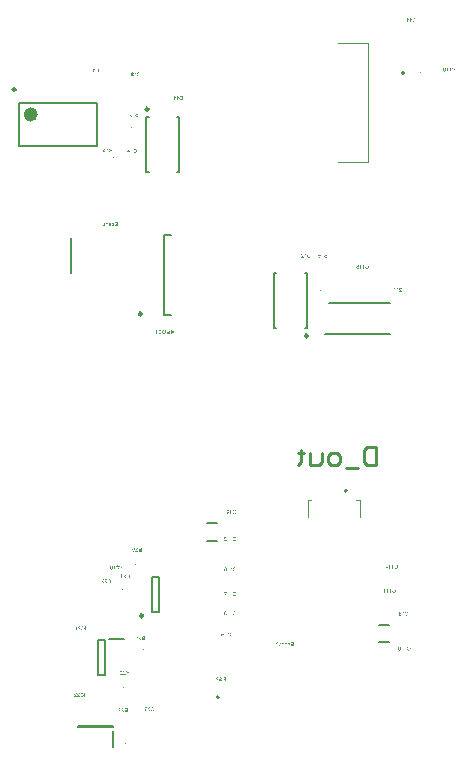
<source format=gbo>
G04*
G04 #@! TF.GenerationSoftware,Altium Limited,Altium Designer,21.2.2 (38)*
G04*
G04 Layer_Color=32896*
%FSLAX23Y23*%
%MOIN*%
G70*
G04*
G04 #@! TF.SameCoordinates,6939E313-D8E2-45C8-8463-115B02E7E026*
G04*
G04*
G04 #@! TF.FilePolarity,Positive*
G04*
G01*
G75*
%ADD10C,0.002*%
%ADD11C,0.008*%
%ADD12C,0.010*%
%ADD90C,0.010*%
%ADD91C,0.024*%
%ADD92C,0.004*%
G36*
X1467Y1316D02*
X1467Y1316D01*
X1467Y1316D01*
X1468Y1316D01*
X1468Y1316D01*
X1468Y1316D01*
X1468Y1315D01*
X1469Y1315D01*
X1469Y1315D01*
X1469Y1315D01*
X1469Y1315D01*
X1469Y1315D01*
X1469Y1315D01*
X1469Y1315D01*
X1469Y1315D01*
X1469Y1315D01*
X1470Y1315D01*
X1470Y1315D01*
X1470Y1314D01*
X1470Y1314D01*
X1470Y1314D01*
X1470Y1313D01*
X1471Y1313D01*
X1471Y1313D01*
X1471Y1313D01*
X1471Y1312D01*
X1471Y1312D01*
Y1312D01*
X1471Y1312D01*
Y1312D01*
X1469Y1312D01*
X1469Y1312D01*
X1469Y1313D01*
X1469Y1313D01*
X1469Y1313D01*
X1469Y1314D01*
X1468Y1314D01*
X1468Y1314D01*
X1468Y1314D01*
X1468Y1314D01*
X1468Y1314D01*
X1467Y1314D01*
X1467Y1314D01*
X1467Y1315D01*
X1467Y1315D01*
X1467Y1315D01*
X1467D01*
X1466Y1315D01*
X1466Y1314D01*
X1466Y1314D01*
X1465Y1314D01*
X1465Y1314D01*
X1465Y1314D01*
X1465Y1314D01*
X1465Y1314D01*
X1465Y1314D01*
X1464Y1313D01*
X1464Y1313D01*
X1464Y1313D01*
X1464Y1313D01*
X1464Y1312D01*
X1464Y1312D01*
Y1312D01*
Y1312D01*
X1464Y1312D01*
X1464Y1312D01*
X1464Y1311D01*
X1464Y1311D01*
X1465Y1311D01*
X1465Y1311D01*
X1465Y1311D01*
X1465Y1310D01*
X1465Y1310D01*
Y1310D01*
X1465Y1310D01*
X1465Y1310D01*
X1465Y1310D01*
X1466Y1310D01*
X1466Y1309D01*
X1467Y1309D01*
X1467Y1308D01*
X1467Y1308D01*
X1467Y1308D01*
X1467Y1308D01*
X1467Y1308D01*
X1468Y1308D01*
X1468Y1308D01*
X1468Y1308D01*
X1468Y1307D01*
X1469Y1307D01*
X1469Y1307D01*
X1469Y1306D01*
X1469Y1306D01*
X1470Y1306D01*
X1470Y1306D01*
X1470Y1306D01*
Y1306D01*
X1470Y1305D01*
X1470Y1305D01*
X1470Y1305D01*
X1471Y1305D01*
X1471Y1304D01*
X1471Y1304D01*
X1471Y1304D01*
X1471Y1304D01*
Y1304D01*
X1471Y1304D01*
X1471Y1304D01*
X1471Y1304D01*
X1471Y1303D01*
X1471Y1303D01*
Y1303D01*
Y1303D01*
Y1303D01*
X1462D01*
Y1305D01*
X1469D01*
X1469Y1305D01*
X1468Y1305D01*
X1468Y1305D01*
X1468Y1305D01*
X1468Y1305D01*
X1468Y1305D01*
X1468Y1305D01*
X1468Y1305D01*
X1468Y1306D01*
X1468Y1306D01*
X1467Y1306D01*
X1467Y1306D01*
X1467Y1307D01*
X1467Y1307D01*
X1467Y1307D01*
X1466Y1307D01*
X1466Y1307D01*
X1466Y1307D01*
X1466Y1307D01*
X1466Y1307D01*
X1466Y1307D01*
X1465Y1308D01*
X1465Y1308D01*
X1465Y1308D01*
X1465Y1308D01*
X1465Y1308D01*
X1464Y1309D01*
X1464Y1309D01*
X1464Y1309D01*
X1464Y1309D01*
X1464Y1309D01*
X1464Y1309D01*
X1464Y1309D01*
X1464Y1310D01*
X1463Y1310D01*
X1463Y1310D01*
X1463Y1310D01*
X1463Y1311D01*
X1463Y1311D01*
X1463Y1311D01*
X1463Y1311D01*
X1463Y1311D01*
X1463Y1311D01*
X1463Y1312D01*
X1463Y1312D01*
X1463Y1312D01*
X1463Y1312D01*
Y1312D01*
Y1312D01*
X1463Y1313D01*
X1463Y1313D01*
X1463Y1313D01*
X1463Y1313D01*
X1463Y1314D01*
X1463Y1314D01*
X1463Y1314D01*
X1463Y1314D01*
X1463Y1315D01*
X1463Y1315D01*
X1464Y1315D01*
X1464Y1315D01*
X1464Y1315D01*
X1464Y1315D01*
X1464Y1315D01*
X1464Y1315D01*
X1464Y1315D01*
X1464Y1315D01*
X1465Y1316D01*
X1465Y1316D01*
X1466Y1316D01*
X1466Y1316D01*
X1466Y1316D01*
X1466Y1316D01*
X1466Y1316D01*
X1467D01*
X1467Y1316D01*
D02*
G37*
G36*
X1457D02*
X1457Y1316D01*
X1458Y1316D01*
X1458Y1316D01*
X1458Y1316D01*
X1458Y1316D01*
X1459Y1315D01*
X1459Y1315D01*
X1459Y1315D01*
X1459Y1315D01*
X1459Y1315D01*
X1459Y1315D01*
X1459Y1315D01*
X1459Y1315D01*
X1459Y1315D01*
X1459Y1315D01*
X1460Y1315D01*
X1460Y1315D01*
X1460Y1314D01*
X1460Y1314D01*
X1460Y1314D01*
X1461Y1313D01*
X1461Y1313D01*
X1461Y1313D01*
X1461Y1313D01*
X1461Y1312D01*
X1461Y1312D01*
Y1312D01*
X1461Y1312D01*
Y1312D01*
X1459Y1312D01*
X1459Y1312D01*
X1459Y1313D01*
X1459Y1313D01*
X1459Y1313D01*
X1459Y1314D01*
X1459Y1314D01*
X1458Y1314D01*
X1458Y1314D01*
X1458Y1314D01*
X1458Y1314D01*
X1458Y1314D01*
X1457Y1314D01*
X1457Y1315D01*
X1457Y1315D01*
X1457Y1315D01*
X1457D01*
X1456Y1315D01*
X1456Y1314D01*
X1456Y1314D01*
X1455Y1314D01*
X1455Y1314D01*
X1455Y1314D01*
X1455Y1314D01*
X1455Y1314D01*
X1455Y1314D01*
X1454Y1313D01*
X1454Y1313D01*
X1454Y1313D01*
X1454Y1313D01*
X1454Y1312D01*
X1454Y1312D01*
Y1312D01*
Y1312D01*
X1454Y1312D01*
X1454Y1312D01*
X1454Y1311D01*
X1455Y1311D01*
X1455Y1311D01*
X1455Y1311D01*
X1455Y1311D01*
X1455Y1310D01*
X1455Y1310D01*
Y1310D01*
X1455Y1310D01*
X1455Y1310D01*
X1455Y1310D01*
X1456Y1310D01*
X1456Y1309D01*
X1457Y1309D01*
X1457Y1308D01*
X1457Y1308D01*
X1457Y1308D01*
X1457Y1308D01*
X1458Y1308D01*
X1458Y1308D01*
X1458Y1308D01*
X1458Y1308D01*
X1458Y1307D01*
X1459Y1307D01*
X1459Y1307D01*
X1459Y1306D01*
X1460Y1306D01*
X1460Y1306D01*
X1460Y1306D01*
X1460Y1306D01*
Y1306D01*
X1460Y1305D01*
X1460Y1305D01*
X1460Y1305D01*
X1461Y1305D01*
X1461Y1304D01*
X1461Y1304D01*
X1461Y1304D01*
X1461Y1304D01*
Y1304D01*
X1461Y1304D01*
X1461Y1304D01*
X1461Y1304D01*
X1461Y1303D01*
X1461Y1303D01*
Y1303D01*
Y1303D01*
Y1303D01*
X1453D01*
Y1305D01*
X1459D01*
X1459Y1305D01*
X1459Y1305D01*
X1458Y1305D01*
X1458Y1305D01*
X1458Y1305D01*
X1458Y1305D01*
X1458Y1305D01*
X1458Y1305D01*
X1458Y1306D01*
X1458Y1306D01*
X1457Y1306D01*
X1457Y1306D01*
X1457Y1307D01*
X1457Y1307D01*
X1457Y1307D01*
X1456Y1307D01*
X1456Y1307D01*
X1456Y1307D01*
X1456Y1307D01*
X1456Y1307D01*
X1456Y1307D01*
X1455Y1308D01*
X1455Y1308D01*
X1455Y1308D01*
X1455Y1308D01*
X1455Y1308D01*
X1455Y1309D01*
X1454Y1309D01*
X1454Y1309D01*
X1454Y1309D01*
X1454Y1309D01*
X1454Y1309D01*
X1454Y1309D01*
X1454Y1310D01*
X1453Y1310D01*
X1453Y1310D01*
X1453Y1310D01*
X1453Y1311D01*
X1453Y1311D01*
X1453Y1311D01*
X1453Y1311D01*
X1453Y1311D01*
X1453Y1311D01*
X1453Y1312D01*
X1453Y1312D01*
X1453Y1312D01*
X1453Y1312D01*
Y1312D01*
Y1312D01*
X1453Y1313D01*
X1453Y1313D01*
X1453Y1313D01*
X1453Y1313D01*
X1453Y1314D01*
X1453Y1314D01*
X1453Y1314D01*
X1453Y1314D01*
X1453Y1315D01*
X1453Y1315D01*
X1454Y1315D01*
X1454Y1315D01*
X1454Y1315D01*
X1454Y1315D01*
X1454Y1315D01*
X1454Y1315D01*
X1454Y1315D01*
X1455Y1315D01*
X1455Y1316D01*
X1456Y1316D01*
X1456Y1316D01*
X1456Y1316D01*
X1456Y1316D01*
X1456Y1316D01*
X1456Y1316D01*
X1457D01*
X1457Y1316D01*
D02*
G37*
G36*
X1483Y1303D02*
X1481D01*
Y1309D01*
X1479D01*
X1479Y1309D01*
X1479D01*
X1479Y1309D01*
X1479Y1309D01*
X1478D01*
X1478Y1309D01*
X1478D01*
X1478Y1309D01*
X1478Y1308D01*
X1478Y1308D01*
X1478Y1308D01*
X1478Y1308D01*
X1478Y1308D01*
X1478Y1308D01*
X1477Y1308D01*
X1477Y1308D01*
X1477Y1308D01*
X1477Y1308D01*
X1477Y1308D01*
X1477Y1307D01*
X1477Y1307D01*
X1477Y1307D01*
X1476Y1307D01*
X1476Y1307D01*
X1476Y1306D01*
X1476Y1306D01*
X1476Y1306D01*
X1476Y1306D01*
X1476Y1306D01*
X1476Y1306D01*
Y1306D01*
X1474Y1303D01*
X1472D01*
X1474Y1306D01*
X1474Y1307D01*
X1474Y1307D01*
X1475Y1307D01*
X1475Y1308D01*
X1475Y1308D01*
X1475Y1308D01*
X1475Y1308D01*
X1475Y1308D01*
X1476Y1308D01*
X1476Y1308D01*
X1476Y1309D01*
X1476Y1309D01*
X1476Y1309D01*
X1476Y1309D01*
X1476Y1309D01*
X1476Y1309D01*
X1476Y1309D01*
X1475Y1309D01*
X1475Y1309D01*
X1475Y1309D01*
X1475Y1309D01*
X1475Y1309D01*
X1474Y1309D01*
X1474Y1310D01*
X1474Y1310D01*
X1474Y1310D01*
X1474Y1310D01*
X1474Y1310D01*
X1474Y1310D01*
X1474Y1310D01*
X1474Y1310D01*
X1474Y1310D01*
X1473Y1310D01*
X1473Y1311D01*
X1473Y1311D01*
X1473Y1312D01*
X1473Y1312D01*
X1473Y1312D01*
Y1312D01*
X1473Y1312D01*
Y1312D01*
Y1312D01*
Y1312D01*
X1473Y1313D01*
X1473Y1313D01*
X1473Y1313D01*
X1473Y1314D01*
X1473Y1314D01*
X1473Y1314D01*
X1473Y1314D01*
X1473Y1314D01*
Y1314D01*
X1474Y1315D01*
X1474Y1315D01*
X1474Y1315D01*
X1474Y1315D01*
X1474Y1315D01*
X1475Y1315D01*
X1475Y1315D01*
X1475Y1315D01*
X1475D01*
X1475Y1316D01*
X1475Y1316D01*
X1476Y1316D01*
X1476Y1316D01*
X1476Y1316D01*
X1477Y1316D01*
X1477D01*
X1477Y1316D01*
X1483D01*
Y1303D01*
D02*
G37*
G36*
X1519Y1430D02*
X1519Y1430D01*
X1519Y1430D01*
X1520Y1430D01*
X1520Y1430D01*
X1520Y1430D01*
X1520Y1429D01*
X1521Y1429D01*
X1521Y1429D01*
X1521Y1429D01*
X1521Y1429D01*
X1521Y1429D01*
X1521Y1429D01*
X1521Y1429D01*
X1521Y1429D01*
X1521Y1429D01*
X1522Y1429D01*
X1522Y1429D01*
X1522Y1428D01*
X1522Y1428D01*
X1522Y1428D01*
X1522Y1427D01*
X1523Y1427D01*
X1523Y1427D01*
X1523Y1427D01*
X1523Y1426D01*
X1523Y1426D01*
Y1426D01*
X1523Y1426D01*
Y1426D01*
X1521Y1426D01*
X1521Y1426D01*
X1521Y1427D01*
X1521Y1427D01*
X1521Y1427D01*
X1521Y1428D01*
X1520Y1428D01*
X1520Y1428D01*
X1520Y1428D01*
X1520Y1428D01*
X1520Y1428D01*
X1519Y1428D01*
X1519Y1428D01*
X1519Y1429D01*
X1519Y1429D01*
X1519Y1429D01*
X1519D01*
X1518Y1429D01*
X1518Y1428D01*
X1518Y1428D01*
X1517Y1428D01*
X1517Y1428D01*
X1517Y1428D01*
X1517Y1428D01*
X1517Y1428D01*
X1517Y1428D01*
X1516Y1427D01*
X1516Y1427D01*
X1516Y1427D01*
X1516Y1427D01*
X1516Y1426D01*
X1516Y1426D01*
Y1426D01*
Y1426D01*
X1516Y1426D01*
X1516Y1426D01*
X1516Y1425D01*
X1516Y1425D01*
X1517Y1425D01*
X1517Y1425D01*
X1517Y1425D01*
X1517Y1424D01*
X1517Y1424D01*
Y1424D01*
X1517Y1424D01*
X1517Y1424D01*
X1517Y1424D01*
X1518Y1424D01*
X1518Y1423D01*
X1519Y1423D01*
X1519Y1422D01*
X1519Y1422D01*
X1519Y1422D01*
X1519Y1422D01*
X1519Y1422D01*
X1520Y1422D01*
X1520Y1422D01*
X1520Y1422D01*
X1520Y1421D01*
X1521Y1421D01*
X1521Y1421D01*
X1521Y1420D01*
X1521Y1420D01*
X1522Y1420D01*
X1522Y1420D01*
X1522Y1420D01*
Y1420D01*
X1522Y1419D01*
X1522Y1419D01*
X1522Y1419D01*
X1523Y1419D01*
X1523Y1418D01*
X1523Y1418D01*
X1523Y1418D01*
X1523Y1418D01*
Y1418D01*
X1523Y1418D01*
X1523Y1418D01*
X1523Y1418D01*
X1523Y1417D01*
X1523Y1417D01*
Y1417D01*
Y1417D01*
Y1417D01*
X1514D01*
Y1419D01*
X1521D01*
X1521Y1419D01*
X1520Y1419D01*
X1520Y1419D01*
X1520Y1419D01*
X1520Y1419D01*
X1520Y1419D01*
X1520Y1419D01*
X1520Y1419D01*
X1520Y1420D01*
X1520Y1420D01*
X1519Y1420D01*
X1519Y1420D01*
X1519Y1421D01*
X1519Y1421D01*
X1519Y1421D01*
X1518Y1421D01*
X1518Y1421D01*
X1518Y1421D01*
X1518Y1421D01*
X1518Y1421D01*
X1518Y1421D01*
X1517Y1422D01*
X1517Y1422D01*
X1517Y1422D01*
X1517Y1422D01*
X1517Y1422D01*
X1516Y1423D01*
X1516Y1423D01*
X1516Y1423D01*
X1516Y1423D01*
X1516Y1423D01*
X1516Y1423D01*
X1516Y1423D01*
X1516Y1424D01*
X1515Y1424D01*
X1515Y1424D01*
X1515Y1424D01*
X1515Y1425D01*
X1515Y1425D01*
X1515Y1425D01*
X1515Y1425D01*
X1515Y1425D01*
X1515Y1425D01*
X1515Y1426D01*
X1515Y1426D01*
X1515Y1426D01*
X1515Y1426D01*
Y1426D01*
Y1426D01*
X1515Y1427D01*
X1515Y1427D01*
X1515Y1427D01*
X1515Y1427D01*
X1515Y1428D01*
X1515Y1428D01*
X1515Y1428D01*
X1515Y1428D01*
X1515Y1429D01*
X1515Y1429D01*
X1516Y1429D01*
X1516Y1429D01*
X1516Y1429D01*
X1516Y1429D01*
X1516Y1429D01*
X1516Y1429D01*
X1516Y1429D01*
X1516Y1429D01*
X1517Y1430D01*
X1517Y1430D01*
X1518Y1430D01*
X1518Y1430D01*
X1518Y1430D01*
X1518Y1430D01*
X1518Y1430D01*
X1519D01*
X1519Y1430D01*
D02*
G37*
G36*
X1508Y1430D02*
X1508Y1429D01*
X1509Y1429D01*
X1509Y1429D01*
X1509Y1428D01*
X1509Y1428D01*
X1509Y1428D01*
X1509Y1428D01*
X1509Y1428D01*
X1509Y1428D01*
X1510Y1428D01*
X1510Y1428D01*
X1510Y1427D01*
X1511Y1427D01*
X1511Y1427D01*
X1511Y1427D01*
X1511Y1427D01*
X1511Y1427D01*
X1512Y1427D01*
X1512Y1427D01*
X1512D01*
Y1425D01*
X1511Y1425D01*
X1511Y1425D01*
X1511Y1425D01*
X1511Y1426D01*
X1510Y1426D01*
X1510Y1426D01*
X1510Y1426D01*
X1510Y1426D01*
X1510D01*
X1510Y1426D01*
X1509Y1426D01*
X1509Y1427D01*
X1509Y1427D01*
X1509Y1427D01*
X1509Y1427D01*
X1508Y1427D01*
X1508Y1427D01*
Y1417D01*
X1507D01*
Y1430D01*
X1508D01*
X1508Y1430D01*
D02*
G37*
G36*
X1535Y1417D02*
X1533D01*
Y1423D01*
X1531D01*
X1531Y1423D01*
X1531D01*
X1531Y1423D01*
X1531Y1423D01*
X1530D01*
X1530Y1423D01*
X1530D01*
X1530Y1423D01*
X1530Y1422D01*
X1530Y1422D01*
X1530Y1422D01*
X1530Y1422D01*
X1530Y1422D01*
X1530Y1422D01*
X1529Y1422D01*
X1529Y1422D01*
X1529Y1422D01*
X1529Y1422D01*
X1529Y1422D01*
X1529Y1421D01*
X1529Y1421D01*
X1529Y1421D01*
X1528Y1421D01*
X1528Y1421D01*
X1528Y1420D01*
X1528Y1420D01*
X1528Y1420D01*
X1528Y1420D01*
X1528Y1420D01*
X1528Y1420D01*
Y1420D01*
X1526Y1417D01*
X1524D01*
X1526Y1420D01*
X1526Y1421D01*
X1526Y1421D01*
X1527Y1421D01*
X1527Y1422D01*
X1527Y1422D01*
X1527Y1422D01*
X1527Y1422D01*
X1527Y1422D01*
X1528Y1422D01*
X1528Y1422D01*
X1528Y1423D01*
X1528Y1423D01*
X1528Y1423D01*
X1528Y1423D01*
X1528Y1423D01*
X1528Y1423D01*
X1528Y1423D01*
X1527Y1423D01*
X1527Y1423D01*
X1527Y1423D01*
X1527Y1423D01*
X1527Y1423D01*
X1526Y1423D01*
X1526Y1424D01*
X1526Y1424D01*
X1526Y1424D01*
X1526Y1424D01*
X1526Y1424D01*
X1526Y1424D01*
X1526Y1424D01*
X1526Y1424D01*
X1526Y1424D01*
X1525Y1424D01*
X1525Y1425D01*
X1525Y1425D01*
X1525Y1426D01*
X1525Y1426D01*
X1525Y1426D01*
Y1426D01*
X1525Y1426D01*
Y1426D01*
Y1426D01*
Y1426D01*
X1525Y1427D01*
X1525Y1427D01*
X1525Y1427D01*
X1525Y1428D01*
X1525Y1428D01*
X1525Y1428D01*
X1525Y1428D01*
X1525Y1428D01*
Y1428D01*
X1526Y1429D01*
X1526Y1429D01*
X1526Y1429D01*
X1526Y1429D01*
X1526Y1429D01*
X1527Y1429D01*
X1527Y1429D01*
X1527Y1429D01*
X1527D01*
X1527Y1430D01*
X1527Y1430D01*
X1528Y1430D01*
X1528Y1430D01*
X1528Y1430D01*
X1529Y1430D01*
X1529D01*
X1529Y1430D01*
X1535D01*
Y1417D01*
D02*
G37*
G36*
X1317Y1464D02*
X1317Y1464D01*
X1318Y1464D01*
X1318Y1464D01*
X1318Y1464D01*
X1319Y1464D01*
X1319Y1463D01*
X1319Y1463D01*
X1319Y1463D01*
X1319Y1463D01*
X1319Y1463D01*
X1320Y1463D01*
X1320Y1463D01*
X1320Y1463D01*
X1320Y1463D01*
X1320Y1463D01*
X1320Y1463D01*
X1320Y1463D01*
X1320Y1462D01*
X1320Y1462D01*
X1321Y1462D01*
X1321Y1461D01*
X1321Y1461D01*
X1321Y1461D01*
X1321Y1461D01*
X1321Y1460D01*
X1321Y1460D01*
Y1460D01*
X1321Y1460D01*
Y1460D01*
X1319Y1460D01*
X1319Y1460D01*
X1319Y1461D01*
X1319Y1461D01*
X1319Y1461D01*
X1319Y1462D01*
X1319Y1462D01*
X1319Y1462D01*
X1319Y1462D01*
X1318Y1462D01*
X1318Y1462D01*
X1318Y1462D01*
X1318Y1462D01*
X1317Y1463D01*
X1317Y1463D01*
X1317Y1463D01*
X1317D01*
X1316Y1463D01*
X1316Y1462D01*
X1316Y1462D01*
X1316Y1462D01*
X1315Y1462D01*
X1315Y1462D01*
X1315Y1462D01*
X1315Y1462D01*
X1315Y1462D01*
X1315Y1461D01*
X1315Y1461D01*
X1314Y1461D01*
X1314Y1461D01*
X1314Y1460D01*
X1314Y1460D01*
Y1460D01*
Y1460D01*
X1314Y1460D01*
X1315Y1460D01*
X1315Y1459D01*
X1315Y1459D01*
X1315Y1459D01*
X1315Y1459D01*
X1315Y1459D01*
X1315Y1458D01*
X1315Y1458D01*
Y1458D01*
X1315Y1458D01*
X1315Y1458D01*
X1316Y1458D01*
X1316Y1458D01*
X1316Y1457D01*
X1317Y1457D01*
X1317Y1456D01*
X1317Y1456D01*
X1317Y1456D01*
X1318Y1456D01*
X1318Y1456D01*
X1318Y1456D01*
X1318Y1456D01*
X1318Y1456D01*
X1318Y1455D01*
X1319Y1455D01*
X1319Y1455D01*
X1319Y1454D01*
X1320Y1454D01*
X1320Y1454D01*
X1320Y1454D01*
X1320Y1454D01*
Y1454D01*
X1320Y1453D01*
X1320Y1453D01*
X1321Y1453D01*
X1321Y1453D01*
X1321Y1452D01*
X1321Y1452D01*
X1321Y1452D01*
X1321Y1452D01*
Y1452D01*
X1321Y1452D01*
X1321Y1452D01*
X1321Y1452D01*
X1321Y1451D01*
X1321Y1451D01*
Y1451D01*
Y1451D01*
Y1451D01*
X1313D01*
Y1453D01*
X1319D01*
X1319Y1453D01*
X1319Y1453D01*
X1319Y1453D01*
X1319Y1453D01*
X1318Y1453D01*
X1318Y1453D01*
X1318Y1453D01*
X1318Y1453D01*
X1318Y1454D01*
X1318Y1454D01*
X1318Y1454D01*
X1317Y1454D01*
X1317Y1455D01*
X1317Y1455D01*
X1317Y1455D01*
X1317Y1455D01*
X1317Y1455D01*
X1317Y1455D01*
X1317Y1455D01*
X1316Y1455D01*
X1316Y1455D01*
X1316Y1456D01*
X1315Y1456D01*
X1315Y1456D01*
X1315Y1456D01*
X1315Y1456D01*
X1315Y1457D01*
X1315Y1457D01*
X1314Y1457D01*
X1314Y1457D01*
X1314Y1457D01*
X1314Y1457D01*
X1314Y1457D01*
X1314Y1458D01*
X1314Y1458D01*
X1314Y1458D01*
X1313Y1458D01*
X1313Y1459D01*
X1313Y1459D01*
X1313Y1459D01*
X1313Y1459D01*
X1313Y1459D01*
X1313Y1459D01*
X1313Y1460D01*
X1313Y1460D01*
X1313Y1460D01*
X1313Y1460D01*
Y1460D01*
Y1460D01*
X1313Y1461D01*
X1313Y1461D01*
X1313Y1461D01*
X1313Y1461D01*
X1313Y1462D01*
X1313Y1462D01*
X1313Y1462D01*
X1314Y1462D01*
X1314Y1463D01*
X1314Y1463D01*
X1314Y1463D01*
X1314Y1463D01*
X1314Y1463D01*
X1314Y1463D01*
X1314Y1463D01*
X1314Y1463D01*
X1315Y1463D01*
X1315Y1463D01*
X1315Y1464D01*
X1316Y1464D01*
X1316Y1464D01*
X1316Y1464D01*
X1316Y1464D01*
X1316Y1464D01*
X1317Y1464D01*
X1317D01*
X1317Y1464D01*
D02*
G37*
G36*
X1306Y1464D02*
X1307Y1463D01*
X1307Y1463D01*
X1307Y1463D01*
X1307Y1462D01*
X1307Y1462D01*
X1307Y1462D01*
X1308Y1462D01*
X1308Y1462D01*
X1308Y1462D01*
X1308Y1462D01*
X1308Y1462D01*
X1309Y1461D01*
X1309Y1461D01*
X1309Y1461D01*
X1310Y1461D01*
X1310Y1461D01*
X1310Y1461D01*
X1310Y1461D01*
X1310Y1461D01*
X1310D01*
Y1459D01*
X1310Y1459D01*
X1309Y1459D01*
X1309Y1459D01*
X1309Y1460D01*
X1309Y1460D01*
X1308Y1460D01*
X1308Y1460D01*
X1308Y1460D01*
X1308D01*
X1308Y1460D01*
X1308Y1460D01*
X1307Y1461D01*
X1307Y1461D01*
X1307Y1461D01*
X1307Y1461D01*
X1307Y1461D01*
X1307Y1461D01*
Y1451D01*
X1305D01*
Y1464D01*
X1306D01*
X1306Y1464D01*
D02*
G37*
G36*
X1328Y1464D02*
X1329Y1464D01*
X1329Y1464D01*
X1330Y1464D01*
X1330Y1464D01*
X1330Y1464D01*
X1330Y1463D01*
X1330Y1463D01*
X1331Y1463D01*
X1331Y1463D01*
X1331Y1463D01*
X1331Y1463D01*
X1331Y1463D01*
X1331Y1463D01*
X1332Y1463D01*
X1332Y1462D01*
X1332Y1462D01*
X1333Y1461D01*
X1333Y1461D01*
X1333Y1461D01*
X1333Y1461D01*
X1333Y1461D01*
X1333Y1461D01*
X1333Y1461D01*
X1333Y1460D01*
X1333Y1460D01*
X1334Y1459D01*
X1334Y1459D01*
X1334Y1458D01*
X1334Y1458D01*
X1334Y1458D01*
Y1458D01*
X1334Y1458D01*
Y1458D01*
Y1458D01*
Y1457D01*
X1334Y1457D01*
X1334Y1456D01*
X1334Y1456D01*
X1334Y1455D01*
X1333Y1455D01*
X1333Y1455D01*
X1333Y1455D01*
X1333Y1454D01*
X1333Y1454D01*
X1333Y1454D01*
X1333Y1454D01*
X1333Y1454D01*
Y1454D01*
X1333Y1453D01*
X1333Y1453D01*
X1332Y1453D01*
X1332Y1452D01*
X1332Y1452D01*
X1332Y1452D01*
X1332Y1452D01*
X1331Y1452D01*
X1331Y1452D01*
X1331Y1452D01*
X1331Y1452D01*
X1331Y1452D01*
X1331Y1452D01*
X1331Y1451D01*
X1331Y1451D01*
X1330Y1451D01*
X1330Y1451D01*
X1329Y1451D01*
X1329Y1451D01*
X1329Y1451D01*
X1328Y1451D01*
X1328D01*
X1328Y1451D01*
X1328D01*
X1327Y1451D01*
X1327Y1451D01*
X1327Y1451D01*
X1326Y1451D01*
X1326Y1451D01*
X1326Y1451D01*
X1326Y1451D01*
X1325Y1451D01*
X1325Y1451D01*
X1325Y1452D01*
X1325Y1452D01*
X1325Y1452D01*
X1325Y1452D01*
X1324Y1452D01*
X1324Y1452D01*
X1324Y1452D01*
X1324Y1452D01*
X1324Y1452D01*
X1324Y1453D01*
X1324Y1453D01*
X1323Y1453D01*
X1323Y1454D01*
X1323Y1454D01*
X1323Y1454D01*
X1323Y1455D01*
X1323Y1455D01*
X1323Y1455D01*
X1322Y1455D01*
X1322Y1455D01*
Y1455D01*
X1324Y1455D01*
X1324Y1455D01*
X1324Y1455D01*
X1324Y1455D01*
X1325Y1454D01*
X1325Y1454D01*
X1325Y1454D01*
X1325Y1454D01*
X1325Y1454D01*
X1325Y1453D01*
X1325Y1453D01*
X1325Y1453D01*
X1325Y1453D01*
X1325Y1453D01*
X1325Y1453D01*
X1326Y1453D01*
X1326Y1453D01*
X1326Y1453D01*
X1326Y1453D01*
X1326Y1453D01*
X1327Y1452D01*
X1327Y1452D01*
X1327Y1452D01*
X1328Y1452D01*
X1328D01*
X1328Y1452D01*
X1328D01*
X1328Y1452D01*
X1329Y1452D01*
X1329Y1452D01*
X1329Y1453D01*
X1330Y1453D01*
X1330Y1453D01*
X1330Y1453D01*
X1330Y1453D01*
X1330Y1453D01*
X1330Y1453D01*
X1330D01*
X1330Y1453D01*
X1331Y1453D01*
X1331Y1454D01*
X1331Y1454D01*
X1331Y1454D01*
X1332Y1454D01*
X1332Y1455D01*
X1332Y1455D01*
X1332Y1455D01*
Y1455D01*
X1332Y1455D01*
X1332Y1456D01*
X1332Y1456D01*
X1332Y1457D01*
X1332Y1457D01*
X1332Y1457D01*
Y1457D01*
X1332Y1457D01*
Y1457D01*
Y1457D01*
Y1457D01*
Y1457D01*
X1332Y1458D01*
X1332Y1458D01*
X1332Y1459D01*
X1332Y1459D01*
X1332Y1460D01*
X1332Y1460D01*
X1332Y1460D01*
X1332Y1460D01*
X1332Y1460D01*
X1332Y1460D01*
Y1460D01*
X1331Y1460D01*
X1331Y1461D01*
X1331Y1461D01*
X1331Y1461D01*
X1331Y1462D01*
X1330Y1462D01*
X1330Y1462D01*
X1330Y1462D01*
X1330D01*
X1330Y1462D01*
X1329Y1462D01*
X1329Y1462D01*
X1329Y1462D01*
X1328Y1463D01*
X1328Y1463D01*
X1328D01*
X1328Y1463D01*
X1328D01*
X1327Y1463D01*
X1327Y1462D01*
X1327Y1462D01*
X1326Y1462D01*
X1326Y1462D01*
X1326Y1462D01*
X1326Y1462D01*
X1326Y1462D01*
X1325Y1462D01*
X1325Y1461D01*
X1325Y1461D01*
X1325Y1461D01*
X1325Y1460D01*
X1324Y1460D01*
X1324Y1460D01*
X1324Y1460D01*
X1324Y1460D01*
X1324Y1460D01*
Y1460D01*
X1323Y1460D01*
X1323Y1461D01*
X1323Y1461D01*
X1323Y1461D01*
X1323Y1461D01*
X1323Y1462D01*
X1324Y1462D01*
X1324Y1462D01*
X1324Y1462D01*
X1324Y1462D01*
X1324Y1463D01*
X1324Y1463D01*
X1324Y1463D01*
X1324Y1463D01*
X1324Y1463D01*
X1325Y1463D01*
X1325Y1463D01*
X1325Y1463D01*
X1325Y1463D01*
X1325Y1464D01*
X1326Y1464D01*
X1326Y1464D01*
X1327Y1464D01*
X1327Y1464D01*
X1327Y1464D01*
X1327Y1464D01*
X1327Y1464D01*
X1328Y1464D01*
X1328D01*
X1328Y1464D01*
D02*
G37*
G36*
X1338Y1451D02*
X1336D01*
Y1464D01*
X1338D01*
Y1451D01*
D02*
G37*
G36*
X1314Y1241D02*
X1314Y1241D01*
X1315Y1241D01*
X1315Y1241D01*
X1315Y1241D01*
X1316Y1241D01*
X1316Y1240D01*
X1316Y1240D01*
X1316Y1240D01*
X1316Y1240D01*
X1316Y1240D01*
X1317Y1240D01*
X1317Y1240D01*
X1317Y1240D01*
X1317Y1240D01*
X1317Y1240D01*
X1317Y1240D01*
X1317Y1240D01*
X1317Y1239D01*
X1317Y1239D01*
X1318Y1239D01*
X1318Y1238D01*
X1318Y1238D01*
X1318Y1238D01*
X1318Y1238D01*
X1318Y1237D01*
X1318Y1237D01*
Y1237D01*
X1318Y1237D01*
Y1237D01*
X1316Y1237D01*
X1316Y1237D01*
X1316Y1238D01*
X1316Y1238D01*
X1316Y1238D01*
X1316Y1239D01*
X1316Y1239D01*
X1316Y1239D01*
X1316Y1239D01*
X1315Y1239D01*
X1315Y1239D01*
X1315Y1239D01*
X1315Y1239D01*
X1314Y1240D01*
X1314Y1240D01*
X1314Y1240D01*
X1314D01*
X1313Y1240D01*
X1313Y1239D01*
X1313Y1239D01*
X1313Y1239D01*
X1312Y1239D01*
X1312Y1239D01*
X1312Y1239D01*
X1312Y1239D01*
X1312Y1239D01*
X1312Y1238D01*
X1312Y1238D01*
X1311Y1238D01*
X1311Y1238D01*
X1311Y1237D01*
X1311Y1237D01*
Y1237D01*
Y1237D01*
X1311Y1237D01*
X1312Y1237D01*
X1312Y1236D01*
X1312Y1236D01*
X1312Y1236D01*
X1312Y1236D01*
X1312Y1236D01*
X1312Y1235D01*
X1312Y1235D01*
Y1235D01*
X1312Y1235D01*
X1312Y1235D01*
X1313Y1235D01*
X1313Y1235D01*
X1313Y1234D01*
X1314Y1234D01*
X1314Y1233D01*
X1314Y1233D01*
X1314Y1233D01*
X1315Y1233D01*
X1315Y1233D01*
X1315Y1233D01*
X1315Y1233D01*
X1315Y1233D01*
X1315Y1232D01*
X1316Y1232D01*
X1316Y1232D01*
X1316Y1231D01*
X1317Y1231D01*
X1317Y1231D01*
X1317Y1231D01*
X1317Y1231D01*
Y1231D01*
X1317Y1230D01*
X1317Y1230D01*
X1318Y1230D01*
X1318Y1230D01*
X1318Y1229D01*
X1318Y1229D01*
X1318Y1229D01*
X1318Y1229D01*
Y1229D01*
X1318Y1229D01*
X1318Y1229D01*
X1318Y1229D01*
X1318Y1228D01*
X1318Y1228D01*
Y1228D01*
Y1228D01*
Y1228D01*
X1310D01*
Y1230D01*
X1316D01*
X1316Y1230D01*
X1316Y1230D01*
X1316Y1230D01*
X1316Y1230D01*
X1315Y1230D01*
X1315Y1230D01*
X1315Y1230D01*
X1315Y1230D01*
X1315Y1231D01*
X1315Y1231D01*
X1315Y1231D01*
X1314Y1231D01*
X1314Y1232D01*
X1314Y1232D01*
X1314Y1232D01*
X1314Y1232D01*
X1314Y1232D01*
X1314Y1232D01*
X1314Y1232D01*
X1313Y1232D01*
X1313Y1232D01*
X1313Y1233D01*
X1312Y1233D01*
X1312Y1233D01*
X1312Y1233D01*
X1312Y1233D01*
X1312Y1234D01*
X1312Y1234D01*
X1311Y1234D01*
X1311Y1234D01*
X1311Y1234D01*
X1311Y1234D01*
X1311Y1234D01*
X1311Y1235D01*
X1311Y1235D01*
X1311Y1235D01*
X1310Y1235D01*
X1310Y1236D01*
X1310Y1236D01*
X1310Y1236D01*
X1310Y1236D01*
X1310Y1236D01*
X1310Y1236D01*
X1310Y1237D01*
X1310Y1237D01*
X1310Y1237D01*
X1310Y1237D01*
Y1237D01*
Y1237D01*
X1310Y1238D01*
X1310Y1238D01*
X1310Y1238D01*
X1310Y1238D01*
X1310Y1239D01*
X1310Y1239D01*
X1310Y1239D01*
X1311Y1239D01*
X1311Y1240D01*
X1311Y1240D01*
X1311Y1240D01*
X1311Y1240D01*
X1311Y1240D01*
X1311Y1240D01*
X1311Y1240D01*
X1311Y1240D01*
X1312Y1240D01*
X1312Y1240D01*
X1312Y1241D01*
X1313Y1241D01*
X1313Y1241D01*
X1313Y1241D01*
X1313Y1241D01*
X1313Y1241D01*
X1314Y1241D01*
X1314D01*
X1314Y1241D01*
D02*
G37*
G36*
X1304D02*
X1304Y1241D01*
X1305Y1241D01*
X1305Y1241D01*
X1305Y1241D01*
X1306Y1241D01*
X1306Y1240D01*
X1306Y1240D01*
X1306Y1240D01*
X1306Y1240D01*
X1306Y1240D01*
X1307Y1240D01*
X1307Y1240D01*
X1307Y1240D01*
X1307Y1240D01*
X1307Y1240D01*
X1307Y1240D01*
X1307Y1240D01*
X1307Y1239D01*
X1307Y1239D01*
X1308Y1239D01*
X1308Y1238D01*
X1308Y1238D01*
X1308Y1238D01*
X1308Y1238D01*
X1308Y1237D01*
X1308Y1237D01*
Y1237D01*
X1308Y1237D01*
Y1237D01*
X1306Y1237D01*
X1306Y1237D01*
X1306Y1238D01*
X1306Y1238D01*
X1306Y1238D01*
X1306Y1239D01*
X1306Y1239D01*
X1306Y1239D01*
X1306Y1239D01*
X1305Y1239D01*
X1305Y1239D01*
X1305Y1239D01*
X1305Y1239D01*
X1304Y1240D01*
X1304Y1240D01*
X1304Y1240D01*
X1304D01*
X1303Y1240D01*
X1303Y1239D01*
X1303Y1239D01*
X1303Y1239D01*
X1302Y1239D01*
X1302Y1239D01*
X1302Y1239D01*
X1302Y1239D01*
X1302Y1239D01*
X1302Y1238D01*
X1302Y1238D01*
X1302Y1238D01*
X1301Y1238D01*
X1301Y1237D01*
X1301Y1237D01*
Y1237D01*
Y1237D01*
X1301Y1237D01*
X1302Y1237D01*
X1302Y1236D01*
X1302Y1236D01*
X1302Y1236D01*
X1302Y1236D01*
X1302Y1236D01*
X1302Y1235D01*
X1302Y1235D01*
Y1235D01*
X1302Y1235D01*
X1303Y1235D01*
X1303Y1235D01*
X1303Y1235D01*
X1303Y1234D01*
X1304Y1234D01*
X1304Y1233D01*
X1304Y1233D01*
X1305Y1233D01*
X1305Y1233D01*
X1305Y1233D01*
X1305Y1233D01*
X1305Y1233D01*
X1305Y1233D01*
X1305Y1232D01*
X1306Y1232D01*
X1306Y1232D01*
X1307Y1231D01*
X1307Y1231D01*
X1307Y1231D01*
X1307Y1231D01*
X1307Y1231D01*
Y1231D01*
X1307Y1230D01*
X1308Y1230D01*
X1308Y1230D01*
X1308Y1230D01*
X1308Y1229D01*
X1308Y1229D01*
X1308Y1229D01*
X1308Y1229D01*
Y1229D01*
X1308Y1229D01*
X1308Y1229D01*
X1308Y1229D01*
X1308Y1228D01*
X1308Y1228D01*
Y1228D01*
Y1228D01*
Y1228D01*
X1300D01*
Y1230D01*
X1306D01*
X1306Y1230D01*
X1306Y1230D01*
X1306Y1230D01*
X1306Y1230D01*
X1306Y1230D01*
X1305Y1230D01*
X1305Y1230D01*
X1305Y1230D01*
X1305Y1231D01*
X1305Y1231D01*
X1305Y1231D01*
X1304Y1231D01*
X1304Y1232D01*
X1304Y1232D01*
X1304Y1232D01*
X1304Y1232D01*
X1304Y1232D01*
X1304Y1232D01*
X1304Y1232D01*
X1303Y1232D01*
X1303Y1232D01*
X1303Y1233D01*
X1303Y1233D01*
X1302Y1233D01*
X1302Y1233D01*
X1302Y1233D01*
X1302Y1234D01*
X1302Y1234D01*
X1302Y1234D01*
X1301Y1234D01*
X1301Y1234D01*
X1301Y1234D01*
X1301Y1234D01*
X1301Y1235D01*
X1301Y1235D01*
X1301Y1235D01*
X1300Y1235D01*
X1300Y1236D01*
X1300Y1236D01*
X1300Y1236D01*
X1300Y1236D01*
X1300Y1236D01*
X1300Y1236D01*
X1300Y1237D01*
X1300Y1237D01*
X1300Y1237D01*
X1300Y1237D01*
Y1237D01*
Y1237D01*
X1300Y1238D01*
X1300Y1238D01*
X1300Y1238D01*
X1300Y1238D01*
X1300Y1239D01*
X1300Y1239D01*
X1300Y1239D01*
X1301Y1239D01*
X1301Y1240D01*
X1301Y1240D01*
X1301Y1240D01*
X1301Y1240D01*
X1301Y1240D01*
X1301Y1240D01*
X1301Y1240D01*
X1301Y1240D01*
X1302Y1240D01*
X1302Y1240D01*
X1302Y1241D01*
X1303Y1241D01*
X1303Y1241D01*
X1303Y1241D01*
X1303Y1241D01*
X1304Y1241D01*
X1304Y1241D01*
X1304D01*
X1304Y1241D01*
D02*
G37*
G36*
X1325Y1241D02*
X1326Y1241D01*
X1326Y1241D01*
X1327Y1241D01*
X1327Y1241D01*
X1327Y1241D01*
X1327Y1240D01*
X1327Y1240D01*
X1328Y1240D01*
X1328Y1240D01*
X1328Y1240D01*
X1328Y1240D01*
X1328Y1240D01*
X1328Y1240D01*
X1329Y1240D01*
X1329Y1239D01*
X1329Y1239D01*
X1330Y1238D01*
X1330Y1238D01*
X1330Y1238D01*
X1330Y1238D01*
X1330Y1238D01*
X1330Y1238D01*
X1330Y1238D01*
X1330Y1237D01*
X1330Y1237D01*
X1331Y1236D01*
X1331Y1236D01*
X1331Y1235D01*
X1331Y1235D01*
X1331Y1235D01*
Y1235D01*
X1331Y1235D01*
Y1235D01*
Y1235D01*
Y1234D01*
X1331Y1234D01*
X1331Y1233D01*
X1331Y1233D01*
X1331Y1232D01*
X1330Y1232D01*
X1330Y1232D01*
X1330Y1232D01*
X1330Y1231D01*
X1330Y1231D01*
X1330Y1231D01*
X1330Y1231D01*
X1330Y1231D01*
Y1231D01*
X1330Y1230D01*
X1330Y1230D01*
X1329Y1230D01*
X1329Y1229D01*
X1329Y1229D01*
X1329Y1229D01*
X1329Y1229D01*
X1328Y1229D01*
X1328Y1229D01*
X1328Y1229D01*
X1328Y1229D01*
X1328Y1229D01*
X1328Y1229D01*
X1328Y1228D01*
X1328Y1228D01*
X1327Y1228D01*
X1327Y1228D01*
X1326Y1228D01*
X1326Y1228D01*
X1326Y1228D01*
X1325Y1228D01*
X1325D01*
X1325Y1228D01*
X1325D01*
X1324Y1228D01*
X1324Y1228D01*
X1324Y1228D01*
X1323Y1228D01*
X1323Y1228D01*
X1323Y1228D01*
X1323Y1228D01*
X1322Y1228D01*
X1322Y1228D01*
X1322Y1229D01*
X1322Y1229D01*
X1322Y1229D01*
X1322Y1229D01*
X1321Y1229D01*
X1321Y1229D01*
X1321Y1229D01*
X1321Y1229D01*
X1321Y1229D01*
X1321Y1230D01*
X1321Y1230D01*
X1320Y1230D01*
X1320Y1231D01*
X1320Y1231D01*
X1320Y1231D01*
X1320Y1232D01*
X1320Y1232D01*
X1320Y1232D01*
X1319Y1232D01*
X1319Y1232D01*
Y1232D01*
X1321Y1232D01*
X1321Y1232D01*
X1321Y1232D01*
X1321Y1232D01*
X1322Y1231D01*
X1322Y1231D01*
X1322Y1231D01*
X1322Y1231D01*
X1322Y1231D01*
X1322Y1230D01*
X1322Y1230D01*
X1322Y1230D01*
X1322Y1230D01*
X1322Y1230D01*
X1322Y1230D01*
X1323Y1230D01*
X1323Y1230D01*
X1323Y1230D01*
X1323Y1230D01*
X1323Y1230D01*
X1324Y1229D01*
X1324Y1229D01*
X1324Y1229D01*
X1325Y1229D01*
X1325D01*
X1325Y1229D01*
X1325D01*
X1325Y1229D01*
X1326Y1229D01*
X1326Y1229D01*
X1326Y1230D01*
X1327Y1230D01*
X1327Y1230D01*
X1327Y1230D01*
X1327Y1230D01*
X1327Y1230D01*
X1327Y1230D01*
X1327D01*
X1327Y1230D01*
X1328Y1230D01*
X1328Y1231D01*
X1328Y1231D01*
X1328Y1231D01*
X1329Y1231D01*
X1329Y1232D01*
X1329Y1232D01*
X1329Y1232D01*
Y1232D01*
X1329Y1232D01*
X1329Y1233D01*
X1329Y1233D01*
X1329Y1234D01*
X1329Y1234D01*
X1329Y1234D01*
Y1234D01*
X1329Y1234D01*
Y1234D01*
Y1234D01*
Y1234D01*
Y1234D01*
X1329Y1235D01*
X1329Y1235D01*
X1329Y1236D01*
X1329Y1236D01*
X1329Y1237D01*
X1329Y1237D01*
X1329Y1237D01*
X1329Y1237D01*
X1329Y1237D01*
X1329Y1237D01*
Y1237D01*
X1328Y1237D01*
X1328Y1238D01*
X1328Y1238D01*
X1328Y1238D01*
X1328Y1239D01*
X1327Y1239D01*
X1327Y1239D01*
X1327Y1239D01*
X1327D01*
X1327Y1239D01*
X1326Y1239D01*
X1326Y1239D01*
X1326Y1239D01*
X1325Y1240D01*
X1325Y1240D01*
X1325D01*
X1325Y1240D01*
X1325D01*
X1324Y1240D01*
X1324Y1239D01*
X1324Y1239D01*
X1323Y1239D01*
X1323Y1239D01*
X1323Y1239D01*
X1323Y1239D01*
X1323Y1239D01*
X1322Y1239D01*
X1322Y1238D01*
X1322Y1238D01*
X1322Y1238D01*
X1322Y1237D01*
X1321Y1237D01*
X1321Y1237D01*
X1321Y1237D01*
X1321Y1237D01*
X1321Y1237D01*
Y1237D01*
X1320Y1237D01*
X1320Y1238D01*
X1320Y1238D01*
X1320Y1238D01*
X1320Y1238D01*
X1320Y1239D01*
X1321Y1239D01*
X1321Y1239D01*
X1321Y1239D01*
X1321Y1239D01*
X1321Y1240D01*
X1321Y1240D01*
X1321Y1240D01*
X1321Y1240D01*
X1321Y1240D01*
X1322Y1240D01*
X1322Y1240D01*
X1322Y1240D01*
X1322Y1240D01*
X1322Y1241D01*
X1323Y1241D01*
X1323Y1241D01*
X1324Y1241D01*
X1324Y1241D01*
X1324Y1241D01*
X1324Y1241D01*
X1324Y1241D01*
X1325Y1241D01*
X1325D01*
X1325Y1241D01*
D02*
G37*
G36*
X1335Y1228D02*
X1333D01*
Y1241D01*
X1335D01*
Y1228D01*
D02*
G37*
G36*
X1452Y1190D02*
X1453Y1190D01*
X1453Y1190D01*
X1454Y1189D01*
X1454Y1189D01*
X1454Y1189D01*
X1454Y1189D01*
X1454Y1189D01*
X1454Y1189D01*
X1454Y1189D01*
X1454Y1189D01*
X1454Y1189D01*
X1455Y1189D01*
X1455Y1188D01*
X1455Y1188D01*
X1455Y1187D01*
X1455Y1187D01*
X1456Y1187D01*
X1456Y1187D01*
X1456Y1187D01*
X1456Y1187D01*
X1456Y1187D01*
Y1187D01*
X1454Y1186D01*
X1454Y1187D01*
X1454Y1187D01*
X1454Y1187D01*
X1454Y1188D01*
X1453Y1188D01*
X1453Y1188D01*
X1453Y1188D01*
X1453Y1188D01*
X1453Y1188D01*
X1453Y1188D01*
X1453Y1188D01*
X1452Y1188D01*
X1452Y1189D01*
X1452Y1189D01*
X1452D01*
X1451Y1189D01*
X1451Y1188D01*
X1451Y1188D01*
X1451Y1188D01*
X1450Y1188D01*
X1450Y1188D01*
X1450Y1188D01*
X1450Y1188D01*
X1450Y1188D01*
X1450Y1188D01*
X1450Y1187D01*
X1450Y1187D01*
X1450Y1187D01*
X1450Y1187D01*
Y1187D01*
Y1187D01*
Y1187D01*
Y1186D01*
X1450Y1186D01*
X1450Y1186D01*
X1450Y1186D01*
X1450Y1185D01*
X1450Y1185D01*
X1450Y1185D01*
X1450Y1185D01*
X1450Y1185D01*
X1450D01*
X1451Y1185D01*
X1451Y1185D01*
X1451Y1185D01*
X1452Y1185D01*
X1452Y1184D01*
X1452Y1184D01*
X1452D01*
X1452Y1184D01*
X1453D01*
X1453Y1183D01*
X1452Y1183D01*
X1452Y1183D01*
X1452Y1183D01*
X1452Y1183D01*
X1452Y1183D01*
X1452D01*
X1451Y1183D01*
X1451Y1183D01*
X1451Y1183D01*
X1450Y1183D01*
X1450Y1183D01*
X1450Y1183D01*
X1450Y1183D01*
X1450Y1183D01*
X1450Y1182D01*
X1449Y1182D01*
X1449Y1182D01*
X1449Y1181D01*
X1449Y1181D01*
X1449Y1181D01*
X1449Y1181D01*
Y1181D01*
Y1181D01*
Y1181D01*
X1449Y1180D01*
X1449Y1180D01*
X1449Y1180D01*
X1449Y1179D01*
X1450Y1179D01*
X1450Y1179D01*
X1450Y1179D01*
X1450Y1179D01*
X1450Y1179D01*
X1450Y1178D01*
X1451Y1178D01*
X1451Y1178D01*
X1451Y1178D01*
X1452Y1178D01*
X1452Y1178D01*
X1452D01*
X1452Y1178D01*
X1452Y1178D01*
X1453Y1178D01*
X1453Y1178D01*
X1453Y1178D01*
X1453Y1179D01*
X1453Y1179D01*
X1453Y1179D01*
X1454Y1179D01*
X1454Y1179D01*
X1454Y1180D01*
X1454Y1180D01*
X1454Y1180D01*
X1454Y1180D01*
X1454Y1180D01*
X1454Y1180D01*
X1454Y1181D01*
X1454Y1181D01*
Y1181D01*
X1456Y1180D01*
X1456Y1180D01*
X1456Y1180D01*
X1456Y1179D01*
X1455Y1179D01*
X1455Y1179D01*
X1455Y1178D01*
X1455Y1178D01*
X1455Y1178D01*
X1455Y1178D01*
X1455Y1178D01*
X1455Y1178D01*
X1455Y1178D01*
X1455Y1178D01*
X1455Y1178D01*
X1454Y1178D01*
X1454Y1177D01*
X1454Y1177D01*
X1454Y1177D01*
X1453Y1177D01*
X1453Y1177D01*
X1453Y1177D01*
X1452Y1177D01*
X1452Y1177D01*
X1452Y1177D01*
X1452Y1177D01*
X1452D01*
X1451Y1177D01*
X1451Y1177D01*
X1451Y1177D01*
X1450Y1177D01*
X1450Y1177D01*
X1450Y1177D01*
X1450Y1177D01*
X1449Y1177D01*
X1449Y1177D01*
X1449Y1178D01*
X1449Y1178D01*
X1449Y1178D01*
X1449Y1178D01*
X1449Y1178D01*
X1449Y1178D01*
X1449Y1178D01*
X1448Y1178D01*
X1448Y1178D01*
X1448Y1179D01*
X1448Y1179D01*
X1448Y1179D01*
X1448Y1179D01*
X1448Y1180D01*
X1448Y1180D01*
X1447Y1180D01*
X1447Y1180D01*
X1447Y1180D01*
X1447Y1181D01*
Y1181D01*
Y1181D01*
Y1181D01*
X1447Y1181D01*
X1447Y1182D01*
X1448Y1182D01*
X1448Y1182D01*
X1448Y1183D01*
X1448Y1183D01*
X1448Y1183D01*
X1448Y1183D01*
X1448Y1183D01*
X1449Y1183D01*
X1449Y1184D01*
X1449Y1184D01*
X1449Y1184D01*
X1450Y1184D01*
X1450Y1184D01*
X1450Y1184D01*
X1450Y1184D01*
X1450D01*
X1449Y1184D01*
X1449Y1184D01*
X1449Y1184D01*
X1449Y1185D01*
X1449Y1185D01*
X1449Y1185D01*
X1449Y1185D01*
X1448Y1185D01*
X1448Y1185D01*
X1448Y1186D01*
X1448Y1186D01*
X1448Y1186D01*
X1448Y1186D01*
X1448Y1186D01*
Y1186D01*
Y1187D01*
X1448Y1187D01*
X1448Y1187D01*
X1448Y1187D01*
X1448Y1188D01*
X1448Y1188D01*
X1448Y1188D01*
X1448Y1188D01*
X1449Y1188D01*
X1449Y1188D01*
X1449Y1189D01*
X1449Y1189D01*
X1449Y1189D01*
X1450Y1189D01*
X1450Y1189D01*
X1450Y1189D01*
X1450Y1189D01*
X1450D01*
X1450Y1190D01*
X1451Y1190D01*
X1451Y1190D01*
X1451Y1190D01*
X1451Y1190D01*
X1452Y1190D01*
X1452D01*
X1452Y1190D01*
D02*
G37*
G36*
X1462Y1190D02*
X1462Y1190D01*
X1462Y1190D01*
X1463Y1190D01*
X1463Y1190D01*
X1463Y1190D01*
X1463Y1189D01*
X1464Y1189D01*
X1464Y1189D01*
X1464Y1189D01*
X1464Y1189D01*
X1464Y1189D01*
X1464Y1189D01*
X1464Y1189D01*
X1464Y1189D01*
X1464Y1189D01*
X1465Y1189D01*
X1465Y1189D01*
X1465Y1188D01*
X1465Y1188D01*
X1465Y1188D01*
X1465Y1187D01*
X1466Y1187D01*
X1466Y1187D01*
X1466Y1187D01*
X1466Y1186D01*
X1466Y1186D01*
Y1186D01*
X1466Y1186D01*
Y1186D01*
X1464Y1186D01*
X1464Y1186D01*
X1464Y1187D01*
X1464Y1187D01*
X1464Y1187D01*
X1464Y1188D01*
X1463Y1188D01*
X1463Y1188D01*
X1463Y1188D01*
X1463Y1188D01*
X1463Y1188D01*
X1462Y1188D01*
X1462Y1188D01*
X1462Y1189D01*
X1462Y1189D01*
X1462Y1189D01*
X1462D01*
X1461Y1189D01*
X1461Y1188D01*
X1461Y1188D01*
X1460Y1188D01*
X1460Y1188D01*
X1460Y1188D01*
X1460Y1188D01*
X1460Y1188D01*
X1460Y1188D01*
X1459Y1187D01*
X1459Y1187D01*
X1459Y1187D01*
X1459Y1187D01*
X1459Y1186D01*
X1459Y1186D01*
Y1186D01*
Y1186D01*
X1459Y1186D01*
X1459Y1186D01*
X1459Y1185D01*
X1459Y1185D01*
X1460Y1185D01*
X1460Y1185D01*
X1460Y1185D01*
X1460Y1184D01*
X1460Y1184D01*
Y1184D01*
X1460Y1184D01*
X1460Y1184D01*
X1460Y1184D01*
X1461Y1184D01*
X1461Y1183D01*
X1462Y1183D01*
X1462Y1182D01*
X1462Y1182D01*
X1462Y1182D01*
X1462Y1182D01*
X1462Y1182D01*
X1463Y1182D01*
X1463Y1182D01*
X1463Y1182D01*
X1463Y1181D01*
X1464Y1181D01*
X1464Y1181D01*
X1464Y1180D01*
X1464Y1180D01*
X1465Y1180D01*
X1465Y1180D01*
X1465Y1180D01*
Y1180D01*
X1465Y1179D01*
X1465Y1179D01*
X1465Y1179D01*
X1466Y1179D01*
X1466Y1178D01*
X1466Y1178D01*
X1466Y1178D01*
X1466Y1178D01*
Y1178D01*
X1466Y1178D01*
X1466Y1178D01*
X1466Y1178D01*
X1466Y1177D01*
X1466Y1177D01*
Y1177D01*
Y1177D01*
Y1177D01*
X1457D01*
Y1179D01*
X1464D01*
X1464Y1179D01*
X1463Y1179D01*
X1463Y1179D01*
X1463Y1179D01*
X1463Y1179D01*
X1463Y1179D01*
X1463Y1179D01*
X1463Y1179D01*
X1463Y1180D01*
X1463Y1180D01*
X1462Y1180D01*
X1462Y1180D01*
X1462Y1181D01*
X1462Y1181D01*
X1462Y1181D01*
X1461Y1181D01*
X1461Y1181D01*
X1461Y1181D01*
X1461Y1181D01*
X1461Y1181D01*
X1461Y1181D01*
X1460Y1182D01*
X1460Y1182D01*
X1460Y1182D01*
X1460Y1182D01*
X1460Y1182D01*
X1459Y1183D01*
X1459Y1183D01*
X1459Y1183D01*
X1459Y1183D01*
X1459Y1183D01*
X1459Y1183D01*
X1459Y1183D01*
X1459Y1184D01*
X1458Y1184D01*
X1458Y1184D01*
X1458Y1184D01*
X1458Y1185D01*
X1458Y1185D01*
X1458Y1185D01*
X1458Y1185D01*
X1458Y1185D01*
X1458Y1185D01*
X1458Y1186D01*
X1458Y1186D01*
X1458Y1186D01*
X1458Y1186D01*
Y1186D01*
Y1186D01*
X1458Y1187D01*
X1458Y1187D01*
X1458Y1187D01*
X1458Y1187D01*
X1458Y1188D01*
X1458Y1188D01*
X1458Y1188D01*
X1458Y1188D01*
X1458Y1189D01*
X1458Y1189D01*
X1459Y1189D01*
X1459Y1189D01*
X1459Y1189D01*
X1459Y1189D01*
X1459Y1189D01*
X1459Y1189D01*
X1459Y1189D01*
X1459Y1189D01*
X1460Y1190D01*
X1460Y1190D01*
X1461Y1190D01*
X1461Y1190D01*
X1461Y1190D01*
X1461Y1190D01*
X1461Y1190D01*
X1462D01*
X1462Y1190D01*
D02*
G37*
G36*
X1478Y1177D02*
X1476D01*
Y1183D01*
X1474D01*
X1474Y1183D01*
X1474D01*
X1474Y1183D01*
X1474Y1183D01*
X1473D01*
X1473Y1183D01*
X1473D01*
X1473Y1183D01*
X1473Y1182D01*
X1473Y1182D01*
X1473Y1182D01*
X1473Y1182D01*
X1473Y1182D01*
X1473Y1182D01*
X1472Y1182D01*
X1472Y1182D01*
X1472Y1182D01*
X1472Y1182D01*
X1472Y1182D01*
X1472Y1181D01*
X1472Y1181D01*
X1472Y1181D01*
X1471Y1181D01*
X1471Y1181D01*
X1471Y1180D01*
X1471Y1180D01*
X1471Y1180D01*
X1471Y1180D01*
X1471Y1180D01*
X1471Y1180D01*
Y1180D01*
X1469Y1177D01*
X1467D01*
X1469Y1180D01*
X1469Y1181D01*
X1469Y1181D01*
X1470Y1181D01*
X1470Y1182D01*
X1470Y1182D01*
X1470Y1182D01*
X1470Y1182D01*
X1470Y1182D01*
X1471Y1182D01*
X1471Y1182D01*
X1471Y1183D01*
X1471Y1183D01*
X1471Y1183D01*
X1471Y1183D01*
X1471Y1183D01*
X1471Y1183D01*
X1471Y1183D01*
X1470Y1183D01*
X1470Y1183D01*
X1470Y1183D01*
X1470Y1183D01*
X1470Y1183D01*
X1469Y1183D01*
X1469Y1184D01*
X1469Y1184D01*
X1469Y1184D01*
X1469Y1184D01*
X1469Y1184D01*
X1469Y1184D01*
X1469Y1184D01*
X1469Y1184D01*
X1469Y1184D01*
X1468Y1184D01*
X1468Y1185D01*
X1468Y1185D01*
X1468Y1186D01*
X1468Y1186D01*
X1468Y1186D01*
Y1186D01*
X1468Y1186D01*
Y1186D01*
Y1186D01*
Y1186D01*
X1468Y1187D01*
X1468Y1187D01*
X1468Y1187D01*
X1468Y1188D01*
X1468Y1188D01*
X1468Y1188D01*
X1468Y1188D01*
X1468Y1188D01*
Y1188D01*
X1469Y1189D01*
X1469Y1189D01*
X1469Y1189D01*
X1469Y1189D01*
X1469Y1189D01*
X1470Y1189D01*
X1470Y1189D01*
X1470Y1189D01*
X1470D01*
X1470Y1190D01*
X1470Y1190D01*
X1471Y1190D01*
X1471Y1190D01*
X1471Y1190D01*
X1472Y1190D01*
X1472D01*
X1472Y1190D01*
X1478D01*
Y1177D01*
D02*
G37*
G36*
X1444Y1667D02*
X1444Y1667D01*
X1445Y1666D01*
X1445Y1666D01*
X1445Y1666D01*
X1445Y1666D01*
X1446Y1666D01*
X1446Y1666D01*
X1446Y1666D01*
X1446Y1666D01*
X1446Y1666D01*
X1446Y1666D01*
X1447Y1666D01*
X1447Y1666D01*
X1447Y1666D01*
X1447Y1666D01*
X1447Y1665D01*
X1447Y1665D01*
X1447Y1665D01*
X1447Y1665D01*
X1448Y1664D01*
X1448Y1664D01*
X1448Y1664D01*
X1448Y1663D01*
X1448Y1663D01*
X1448Y1663D01*
X1448Y1663D01*
Y1663D01*
X1448Y1663D01*
Y1663D01*
X1446Y1663D01*
X1446Y1663D01*
X1446Y1663D01*
X1446Y1664D01*
X1446Y1664D01*
X1446Y1664D01*
X1446Y1664D01*
X1446Y1665D01*
X1446Y1665D01*
X1445Y1665D01*
X1445Y1665D01*
X1445Y1665D01*
X1444Y1665D01*
X1444Y1665D01*
X1444Y1665D01*
X1444Y1665D01*
X1444D01*
X1443Y1665D01*
X1443Y1665D01*
X1443Y1665D01*
X1443Y1665D01*
X1442Y1665D01*
X1442Y1665D01*
X1442Y1665D01*
X1442Y1665D01*
X1442Y1664D01*
X1442Y1664D01*
X1442Y1664D01*
X1441Y1664D01*
X1441Y1663D01*
X1441Y1663D01*
X1441Y1663D01*
Y1663D01*
Y1663D01*
X1441Y1663D01*
X1441Y1662D01*
X1442Y1662D01*
X1442Y1662D01*
X1442Y1661D01*
X1442Y1661D01*
X1442Y1661D01*
X1442Y1661D01*
X1442Y1661D01*
Y1661D01*
X1442Y1661D01*
X1442Y1661D01*
X1443Y1660D01*
X1443Y1660D01*
X1443Y1660D01*
X1444Y1659D01*
X1444Y1659D01*
X1444Y1659D01*
X1444Y1659D01*
X1445Y1659D01*
X1445Y1659D01*
X1445Y1658D01*
X1445Y1658D01*
X1445Y1658D01*
X1445Y1658D01*
X1446Y1658D01*
X1446Y1657D01*
X1446Y1657D01*
X1447Y1657D01*
X1447Y1657D01*
X1447Y1657D01*
X1447Y1656D01*
Y1656D01*
X1447Y1656D01*
X1447Y1656D01*
X1448Y1656D01*
X1448Y1655D01*
X1448Y1655D01*
X1448Y1655D01*
X1448Y1655D01*
X1448Y1655D01*
Y1655D01*
X1448Y1655D01*
X1448Y1654D01*
X1448Y1654D01*
X1448Y1654D01*
X1448Y1654D01*
Y1654D01*
Y1654D01*
Y1654D01*
X1440D01*
Y1655D01*
X1446D01*
X1446Y1656D01*
X1446Y1656D01*
X1446Y1656D01*
X1446Y1656D01*
X1445Y1656D01*
X1445Y1656D01*
X1445Y1656D01*
X1445Y1656D01*
X1445Y1656D01*
X1445Y1656D01*
X1445Y1657D01*
X1444Y1657D01*
X1444Y1657D01*
X1444Y1657D01*
X1444Y1657D01*
X1444Y1658D01*
X1444Y1658D01*
X1444Y1658D01*
X1444Y1658D01*
X1443Y1658D01*
X1443Y1658D01*
X1443Y1658D01*
X1442Y1659D01*
X1442Y1659D01*
X1442Y1659D01*
X1442Y1659D01*
X1442Y1659D01*
X1442Y1659D01*
X1441Y1660D01*
X1441Y1660D01*
X1441Y1660D01*
X1441Y1660D01*
X1441Y1660D01*
X1441Y1660D01*
X1441Y1660D01*
X1440Y1661D01*
X1440Y1661D01*
X1440Y1661D01*
X1440Y1661D01*
X1440Y1661D01*
X1440Y1661D01*
X1440Y1662D01*
X1440Y1662D01*
X1440Y1662D01*
X1440Y1663D01*
X1440Y1663D01*
X1440Y1663D01*
Y1663D01*
Y1663D01*
X1440Y1663D01*
X1440Y1664D01*
X1440Y1664D01*
X1440Y1664D01*
X1440Y1664D01*
X1440Y1665D01*
X1440Y1665D01*
X1440Y1665D01*
X1441Y1665D01*
X1441Y1665D01*
X1441Y1665D01*
X1441Y1665D01*
X1441Y1665D01*
X1441Y1666D01*
X1441Y1666D01*
X1441Y1666D01*
X1442Y1666D01*
X1442Y1666D01*
X1442Y1666D01*
X1443Y1666D01*
X1443Y1666D01*
X1443Y1666D01*
X1443Y1667D01*
X1443Y1667D01*
X1444Y1667D01*
X1444D01*
X1444Y1667D01*
D02*
G37*
G36*
X1433Y1666D02*
X1434Y1666D01*
X1434Y1666D01*
X1434Y1665D01*
X1434Y1665D01*
X1434Y1665D01*
X1434Y1665D01*
X1435Y1665D01*
X1435Y1665D01*
X1435Y1665D01*
X1435Y1665D01*
X1435Y1664D01*
X1436Y1664D01*
X1436Y1664D01*
X1436Y1664D01*
X1437Y1663D01*
X1437Y1663D01*
X1437Y1663D01*
X1437Y1663D01*
X1437Y1663D01*
X1437D01*
Y1662D01*
X1437Y1662D01*
X1436Y1662D01*
X1436Y1662D01*
X1436Y1662D01*
X1436Y1662D01*
X1435Y1663D01*
X1435Y1663D01*
X1435Y1663D01*
X1435D01*
X1435Y1663D01*
X1435Y1663D01*
X1434Y1663D01*
X1434Y1663D01*
X1434Y1663D01*
X1434Y1664D01*
X1434Y1664D01*
X1434Y1664D01*
Y1654D01*
X1432D01*
Y1667D01*
X1433D01*
X1433Y1666D01*
D02*
G37*
G36*
X1460Y1654D02*
X1459D01*
Y1659D01*
X1456D01*
X1456Y1659D01*
X1456D01*
X1456Y1659D01*
X1456Y1659D01*
X1456D01*
X1456Y1659D01*
X1456D01*
X1455Y1659D01*
X1455Y1659D01*
X1455Y1659D01*
X1455Y1659D01*
X1455Y1659D01*
X1455Y1659D01*
X1455Y1659D01*
X1455Y1659D01*
X1455Y1659D01*
X1454Y1658D01*
X1454Y1658D01*
X1454Y1658D01*
X1454Y1658D01*
X1454Y1658D01*
X1454Y1658D01*
X1454Y1658D01*
X1453Y1657D01*
X1453Y1657D01*
X1453Y1657D01*
X1453Y1657D01*
X1453Y1656D01*
X1453Y1656D01*
X1453Y1656D01*
Y1656D01*
X1451Y1654D01*
X1449D01*
X1451Y1657D01*
X1451Y1658D01*
X1452Y1658D01*
X1452Y1658D01*
X1452Y1658D01*
X1452Y1659D01*
X1452Y1659D01*
X1453Y1659D01*
X1453Y1659D01*
X1453Y1659D01*
X1453Y1659D01*
X1453Y1659D01*
X1453Y1659D01*
X1454Y1659D01*
X1454Y1659D01*
X1454Y1660D01*
X1453Y1660D01*
X1453Y1660D01*
X1453Y1660D01*
X1452Y1660D01*
X1452Y1660D01*
X1452Y1660D01*
X1452Y1660D01*
X1452Y1660D01*
X1451Y1660D01*
X1451Y1660D01*
X1451Y1660D01*
X1451Y1661D01*
X1451Y1661D01*
X1451Y1661D01*
X1451Y1661D01*
X1451Y1661D01*
X1451Y1661D01*
X1451Y1661D01*
X1450Y1661D01*
X1450Y1662D01*
X1450Y1662D01*
X1450Y1663D01*
X1450Y1663D01*
Y1663D01*
X1450Y1663D01*
Y1663D01*
Y1663D01*
Y1663D01*
X1450Y1663D01*
X1450Y1664D01*
X1450Y1664D01*
X1450Y1664D01*
X1450Y1665D01*
X1450Y1665D01*
X1451Y1665D01*
X1451Y1665D01*
Y1665D01*
X1451Y1665D01*
X1451Y1665D01*
X1451Y1666D01*
X1451Y1666D01*
X1452Y1666D01*
X1452Y1666D01*
X1452Y1666D01*
X1452Y1666D01*
X1452D01*
X1452Y1666D01*
X1452Y1666D01*
X1453Y1666D01*
X1453Y1666D01*
X1454Y1666D01*
X1454Y1666D01*
X1454D01*
X1454Y1666D01*
X1460D01*
Y1654D01*
D02*
G37*
G36*
X1424Y1667D02*
X1425Y1666D01*
X1425Y1666D01*
X1426Y1666D01*
X1426Y1666D01*
X1426Y1666D01*
X1426Y1666D01*
X1426Y1666D01*
X1426Y1666D01*
X1426Y1666D01*
X1426D01*
X1427Y1665D01*
X1427Y1665D01*
X1427Y1665D01*
X1427Y1664D01*
X1427Y1664D01*
X1428Y1664D01*
X1428Y1664D01*
X1428Y1664D01*
X1428Y1664D01*
X1428Y1664D01*
Y1664D01*
X1428Y1663D01*
X1428Y1663D01*
X1428Y1662D01*
X1428Y1662D01*
X1428Y1661D01*
X1428Y1661D01*
X1428Y1661D01*
Y1661D01*
X1428Y1660D01*
Y1660D01*
Y1660D01*
Y1660D01*
Y1660D01*
X1428Y1659D01*
X1428Y1659D01*
X1428Y1658D01*
X1428Y1658D01*
X1428Y1657D01*
X1428Y1657D01*
X1428Y1656D01*
X1427Y1656D01*
X1427Y1656D01*
X1427Y1655D01*
X1427Y1655D01*
X1427Y1655D01*
X1427Y1655D01*
X1427Y1655D01*
X1427Y1655D01*
X1427Y1655D01*
X1427Y1655D01*
X1426Y1654D01*
X1426Y1654D01*
X1426Y1654D01*
X1426Y1654D01*
X1425Y1654D01*
X1425Y1654D01*
X1425Y1654D01*
X1425Y1654D01*
X1425Y1654D01*
X1424Y1653D01*
X1424Y1653D01*
X1424Y1653D01*
X1424D01*
X1423Y1653D01*
X1423Y1654D01*
X1423Y1654D01*
X1422Y1654D01*
X1422Y1654D01*
X1422Y1654D01*
X1422Y1654D01*
X1422Y1654D01*
X1422Y1654D01*
X1422Y1654D01*
X1422D01*
X1421Y1655D01*
X1421Y1655D01*
X1421Y1655D01*
X1421Y1656D01*
X1420Y1656D01*
X1420Y1656D01*
X1420Y1656D01*
X1420Y1656D01*
X1420Y1656D01*
X1420Y1656D01*
Y1656D01*
X1420Y1657D01*
X1420Y1657D01*
X1420Y1657D01*
X1420Y1658D01*
X1420Y1659D01*
X1420Y1659D01*
X1420Y1659D01*
Y1659D01*
X1420Y1660D01*
Y1660D01*
Y1660D01*
Y1660D01*
Y1660D01*
Y1660D01*
X1420Y1661D01*
Y1661D01*
X1420Y1661D01*
X1420Y1662D01*
X1420Y1662D01*
X1420Y1662D01*
X1420Y1662D01*
X1420Y1662D01*
X1420Y1663D01*
X1420Y1663D01*
X1420Y1663D01*
X1420Y1663D01*
X1420Y1663D01*
X1420Y1663D01*
Y1663D01*
X1420Y1663D01*
X1420Y1664D01*
X1420Y1664D01*
X1421Y1664D01*
X1421Y1665D01*
X1421Y1665D01*
X1421Y1665D01*
X1421Y1665D01*
X1421Y1665D01*
X1421Y1665D01*
X1421Y1666D01*
X1422Y1666D01*
X1422Y1666D01*
X1422Y1666D01*
X1422Y1666D01*
X1422Y1666D01*
X1422D01*
X1422Y1666D01*
X1423Y1666D01*
X1423Y1666D01*
X1423Y1666D01*
X1424Y1667D01*
X1424Y1667D01*
X1424D01*
X1424Y1667D01*
D02*
G37*
G36*
X1468Y1637D02*
X1468Y1637D01*
X1469Y1636D01*
X1469Y1636D01*
X1469Y1636D01*
X1469Y1636D01*
X1470Y1636D01*
X1470Y1636D01*
X1470Y1636D01*
X1470Y1636D01*
X1470Y1636D01*
X1470Y1636D01*
X1470Y1636D01*
X1470Y1636D01*
X1470Y1636D01*
X1470Y1636D01*
X1471Y1635D01*
X1471Y1635D01*
X1471Y1635D01*
X1471Y1635D01*
X1471Y1634D01*
X1472Y1634D01*
X1472Y1634D01*
X1472Y1633D01*
X1472Y1633D01*
X1472Y1633D01*
X1472Y1633D01*
Y1633D01*
X1472Y1633D01*
Y1633D01*
X1470Y1633D01*
X1470Y1633D01*
X1470Y1633D01*
X1470Y1634D01*
X1470Y1634D01*
X1470Y1634D01*
X1470Y1634D01*
X1469Y1635D01*
X1469Y1635D01*
X1469Y1635D01*
X1469Y1635D01*
X1469Y1635D01*
X1468Y1635D01*
X1468Y1635D01*
X1468Y1635D01*
X1468Y1635D01*
X1468D01*
X1467Y1635D01*
X1467Y1635D01*
X1467Y1635D01*
X1466Y1635D01*
X1466Y1635D01*
X1466Y1635D01*
X1466Y1635D01*
X1466Y1635D01*
X1466Y1634D01*
X1465Y1634D01*
X1465Y1634D01*
X1465Y1634D01*
X1465Y1633D01*
X1465Y1633D01*
X1465Y1633D01*
Y1633D01*
Y1633D01*
X1465Y1633D01*
X1465Y1632D01*
X1465Y1632D01*
X1466Y1632D01*
X1466Y1631D01*
X1466Y1631D01*
X1466Y1631D01*
X1466Y1631D01*
X1466Y1631D01*
Y1631D01*
X1466Y1631D01*
X1466Y1631D01*
X1466Y1630D01*
X1467Y1630D01*
X1467Y1630D01*
X1468Y1629D01*
X1468Y1629D01*
X1468Y1629D01*
X1468Y1629D01*
X1468Y1629D01*
X1469Y1629D01*
X1469Y1628D01*
X1469Y1628D01*
X1469Y1628D01*
X1469Y1628D01*
X1470Y1628D01*
X1470Y1627D01*
X1470Y1627D01*
X1471Y1627D01*
X1471Y1627D01*
X1471Y1627D01*
X1471Y1626D01*
Y1626D01*
X1471Y1626D01*
X1471Y1626D01*
X1471Y1626D01*
X1472Y1625D01*
X1472Y1625D01*
X1472Y1625D01*
X1472Y1625D01*
X1472Y1625D01*
Y1625D01*
X1472Y1625D01*
X1472Y1624D01*
X1472Y1624D01*
X1472Y1624D01*
X1472Y1624D01*
Y1624D01*
Y1624D01*
Y1624D01*
X1464D01*
Y1625D01*
X1470D01*
X1470Y1626D01*
X1470Y1626D01*
X1469Y1626D01*
X1469Y1626D01*
X1469Y1626D01*
X1469Y1626D01*
X1469Y1626D01*
X1469Y1626D01*
X1469Y1626D01*
X1469Y1626D01*
X1468Y1627D01*
X1468Y1627D01*
X1468Y1627D01*
X1468Y1627D01*
X1468Y1627D01*
X1467Y1628D01*
X1467Y1628D01*
X1467Y1628D01*
X1467Y1628D01*
X1467Y1628D01*
X1467Y1628D01*
X1467Y1628D01*
X1466Y1629D01*
X1466Y1629D01*
X1466Y1629D01*
X1466Y1629D01*
X1466Y1629D01*
X1465Y1629D01*
X1465Y1630D01*
X1465Y1630D01*
X1465Y1630D01*
X1465Y1630D01*
X1465Y1630D01*
X1465Y1630D01*
X1464Y1630D01*
X1464Y1631D01*
X1464Y1631D01*
X1464Y1631D01*
X1464Y1631D01*
X1464Y1631D01*
X1464Y1631D01*
X1464Y1632D01*
X1464Y1632D01*
X1464Y1632D01*
X1464Y1633D01*
X1464Y1633D01*
X1464Y1633D01*
Y1633D01*
Y1633D01*
X1464Y1633D01*
X1464Y1634D01*
X1464Y1634D01*
X1464Y1634D01*
X1464Y1634D01*
X1464Y1635D01*
X1464Y1635D01*
X1464Y1635D01*
X1464Y1635D01*
X1464Y1635D01*
X1465Y1635D01*
X1465Y1635D01*
X1465Y1635D01*
X1465Y1636D01*
X1465Y1636D01*
X1465Y1636D01*
X1465Y1636D01*
X1466Y1636D01*
X1466Y1636D01*
X1467Y1636D01*
X1467Y1636D01*
X1467Y1636D01*
X1467Y1637D01*
X1467Y1637D01*
X1467Y1637D01*
X1468D01*
X1468Y1637D01*
D02*
G37*
G36*
X1457Y1636D02*
X1457Y1636D01*
X1458Y1636D01*
X1458Y1635D01*
X1458Y1635D01*
X1458Y1635D01*
X1458Y1635D01*
X1458Y1635D01*
X1458Y1635D01*
X1458Y1635D01*
X1459Y1635D01*
X1459Y1634D01*
X1460Y1634D01*
X1460Y1634D01*
X1460Y1634D01*
X1460Y1633D01*
X1460Y1633D01*
X1461Y1633D01*
X1461Y1633D01*
X1461Y1633D01*
X1461D01*
Y1632D01*
X1460Y1632D01*
X1460Y1632D01*
X1460Y1632D01*
X1460Y1632D01*
X1459Y1632D01*
X1459Y1633D01*
X1459Y1633D01*
X1459Y1633D01*
X1459D01*
X1459Y1633D01*
X1458Y1633D01*
X1458Y1633D01*
X1458Y1633D01*
X1458Y1633D01*
X1458Y1634D01*
X1458Y1634D01*
X1458Y1634D01*
Y1624D01*
X1456D01*
Y1637D01*
X1457D01*
X1457Y1636D01*
D02*
G37*
G36*
X1484Y1629D02*
Y1629D01*
X1484Y1628D01*
X1484Y1628D01*
X1484Y1628D01*
X1484Y1627D01*
X1484Y1627D01*
X1484Y1627D01*
X1484Y1627D01*
X1484Y1627D01*
X1484Y1626D01*
X1484Y1626D01*
X1484Y1626D01*
X1484Y1626D01*
X1484Y1626D01*
X1484Y1626D01*
Y1626D01*
X1483Y1625D01*
X1483Y1625D01*
X1483Y1625D01*
X1483Y1625D01*
X1482Y1624D01*
X1482Y1624D01*
X1482Y1624D01*
X1482Y1624D01*
X1482Y1624D01*
X1482D01*
X1481Y1624D01*
X1481Y1624D01*
X1481Y1624D01*
X1480Y1624D01*
X1480Y1624D01*
X1480Y1623D01*
X1479Y1623D01*
X1479D01*
X1479Y1623D01*
X1479D01*
X1478Y1623D01*
X1478Y1624D01*
X1478Y1624D01*
X1477Y1624D01*
X1477Y1624D01*
X1477Y1624D01*
X1477Y1624D01*
X1477Y1624D01*
X1476Y1624D01*
X1476Y1624D01*
X1476Y1624D01*
X1476Y1624D01*
X1476Y1624D01*
X1476Y1624D01*
X1476D01*
X1476Y1624D01*
X1475Y1625D01*
X1475Y1625D01*
X1475Y1625D01*
X1475Y1626D01*
X1475Y1626D01*
X1474Y1626D01*
X1474Y1626D01*
X1474Y1626D01*
Y1626D01*
X1474Y1626D01*
X1474Y1626D01*
X1474Y1627D01*
X1474Y1627D01*
X1474Y1628D01*
X1474Y1628D01*
X1474Y1628D01*
Y1629D01*
X1474Y1629D01*
Y1629D01*
Y1629D01*
Y1629D01*
Y1629D01*
Y1636D01*
X1476D01*
Y1629D01*
Y1629D01*
X1476Y1628D01*
X1476Y1628D01*
X1476Y1628D01*
X1476Y1627D01*
X1476Y1627D01*
X1476Y1627D01*
X1476Y1627D01*
X1476Y1626D01*
X1476Y1626D01*
X1476Y1626D01*
X1476Y1626D01*
X1476Y1626D01*
X1476Y1626D01*
X1476Y1626D01*
X1476Y1626D01*
X1477Y1626D01*
X1477Y1626D01*
X1477Y1625D01*
X1478Y1625D01*
X1478Y1625D01*
X1479Y1625D01*
X1479Y1625D01*
X1479D01*
X1479Y1625D01*
X1479D01*
X1480Y1625D01*
X1480Y1625D01*
X1480Y1625D01*
X1480Y1625D01*
X1481Y1625D01*
X1481Y1625D01*
X1481Y1625D01*
X1481Y1625D01*
X1481Y1626D01*
X1481Y1626D01*
X1482Y1626D01*
X1482Y1626D01*
X1482Y1626D01*
X1482Y1626D01*
X1482Y1627D01*
X1482Y1627D01*
X1482Y1627D01*
X1482Y1627D01*
X1482Y1627D01*
X1482Y1628D01*
X1482Y1628D01*
X1482Y1629D01*
Y1629D01*
X1482Y1629D01*
Y1629D01*
Y1629D01*
Y1629D01*
Y1629D01*
Y1636D01*
X1484D01*
Y1629D01*
D02*
G37*
G36*
X1508Y1726D02*
X1508Y1726D01*
X1508Y1726D01*
X1509Y1726D01*
X1509Y1726D01*
X1509Y1726D01*
X1509Y1725D01*
X1510Y1725D01*
X1510Y1725D01*
X1510Y1725D01*
X1510Y1725D01*
X1510Y1725D01*
X1510Y1725D01*
X1510Y1725D01*
X1510Y1725D01*
X1510Y1725D01*
X1511Y1725D01*
X1511Y1725D01*
X1511Y1724D01*
X1511Y1724D01*
X1511Y1724D01*
X1511Y1723D01*
X1512Y1723D01*
X1512Y1723D01*
X1512Y1723D01*
X1512Y1722D01*
X1512Y1722D01*
Y1722D01*
X1512Y1722D01*
Y1722D01*
X1510Y1722D01*
X1510Y1722D01*
X1510Y1723D01*
X1510Y1723D01*
X1510Y1723D01*
X1510Y1724D01*
X1509Y1724D01*
X1509Y1724D01*
X1509Y1724D01*
X1509Y1724D01*
X1509Y1724D01*
X1508Y1724D01*
X1508Y1724D01*
X1508Y1725D01*
X1508Y1725D01*
X1508Y1725D01*
X1508D01*
X1507Y1725D01*
X1507Y1724D01*
X1507Y1724D01*
X1506Y1724D01*
X1506Y1724D01*
X1506Y1724D01*
X1506Y1724D01*
X1506Y1724D01*
X1506Y1724D01*
X1505Y1723D01*
X1505Y1723D01*
X1505Y1723D01*
X1505Y1723D01*
X1505Y1722D01*
X1505Y1722D01*
Y1722D01*
Y1722D01*
X1505Y1722D01*
X1505Y1722D01*
X1505Y1721D01*
X1505Y1721D01*
X1506Y1721D01*
X1506Y1721D01*
X1506Y1721D01*
X1506Y1720D01*
X1506Y1720D01*
Y1720D01*
X1506Y1720D01*
X1506Y1720D01*
X1506Y1720D01*
X1507Y1720D01*
X1507Y1719D01*
X1508Y1719D01*
X1508Y1718D01*
X1508Y1718D01*
X1508Y1718D01*
X1508Y1718D01*
X1508Y1718D01*
X1509Y1718D01*
X1509Y1718D01*
X1509Y1718D01*
X1509Y1717D01*
X1510Y1717D01*
X1510Y1717D01*
X1510Y1716D01*
X1510Y1716D01*
X1511Y1716D01*
X1511Y1716D01*
X1511Y1716D01*
Y1716D01*
X1511Y1715D01*
X1511Y1715D01*
X1511Y1715D01*
X1512Y1715D01*
X1512Y1714D01*
X1512Y1714D01*
X1512Y1714D01*
X1512Y1714D01*
Y1714D01*
X1512Y1714D01*
X1512Y1714D01*
X1512Y1714D01*
X1512Y1713D01*
X1512Y1713D01*
Y1713D01*
Y1713D01*
Y1713D01*
X1503D01*
Y1715D01*
X1510D01*
X1510Y1715D01*
X1509Y1715D01*
X1509Y1715D01*
X1509Y1715D01*
X1509Y1715D01*
X1509Y1715D01*
X1509Y1715D01*
X1509Y1715D01*
X1509Y1716D01*
X1509Y1716D01*
X1508Y1716D01*
X1508Y1716D01*
X1508Y1717D01*
X1508Y1717D01*
X1508Y1717D01*
X1507Y1717D01*
X1507Y1717D01*
X1507Y1717D01*
X1507Y1717D01*
X1507Y1717D01*
X1507Y1717D01*
X1506Y1718D01*
X1506Y1718D01*
X1506Y1718D01*
X1506Y1718D01*
X1506Y1718D01*
X1505Y1719D01*
X1505Y1719D01*
X1505Y1719D01*
X1505Y1719D01*
X1505Y1719D01*
X1505Y1719D01*
X1505Y1719D01*
X1505Y1720D01*
X1504Y1720D01*
X1504Y1720D01*
X1504Y1720D01*
X1504Y1721D01*
X1504Y1721D01*
X1504Y1721D01*
X1504Y1721D01*
X1504Y1721D01*
X1504Y1721D01*
X1504Y1722D01*
X1504Y1722D01*
X1504Y1722D01*
X1504Y1722D01*
Y1722D01*
Y1722D01*
X1504Y1723D01*
X1504Y1723D01*
X1504Y1723D01*
X1504Y1723D01*
X1504Y1724D01*
X1504Y1724D01*
X1504Y1724D01*
X1504Y1724D01*
X1504Y1725D01*
X1504Y1725D01*
X1505Y1725D01*
X1505Y1725D01*
X1505Y1725D01*
X1505Y1725D01*
X1505Y1725D01*
X1505Y1725D01*
X1505Y1725D01*
X1505Y1725D01*
X1506Y1726D01*
X1506Y1726D01*
X1507Y1726D01*
X1507Y1726D01*
X1507Y1726D01*
X1507Y1726D01*
X1507Y1726D01*
X1508D01*
X1508Y1726D01*
D02*
G37*
G36*
X1498D02*
X1498Y1726D01*
X1499Y1726D01*
X1499Y1726D01*
X1499Y1725D01*
X1500Y1725D01*
X1500Y1725D01*
X1500Y1725D01*
X1500Y1725D01*
X1500Y1725D01*
X1500Y1725D01*
X1501Y1725D01*
X1501Y1725D01*
X1501Y1725D01*
X1501Y1725D01*
X1501Y1724D01*
X1501Y1724D01*
X1501Y1724D01*
X1501Y1724D01*
X1501Y1723D01*
X1502Y1723D01*
X1502Y1723D01*
X1502Y1722D01*
X1502Y1722D01*
X1502Y1722D01*
X1502Y1722D01*
X1502Y1722D01*
Y1722D01*
Y1722D01*
Y1722D01*
X1502Y1721D01*
X1502Y1721D01*
X1502Y1721D01*
X1502Y1720D01*
X1502Y1720D01*
X1501Y1720D01*
X1501Y1720D01*
X1501Y1719D01*
X1501Y1719D01*
X1501Y1719D01*
X1501Y1719D01*
X1501Y1719D01*
X1501Y1719D01*
X1501Y1719D01*
X1501Y1719D01*
X1501Y1718D01*
X1501Y1718D01*
X1500Y1718D01*
X1500Y1718D01*
X1500Y1718D01*
X1500Y1718D01*
X1499Y1718D01*
X1499Y1717D01*
X1499Y1717D01*
X1499Y1717D01*
X1498Y1717D01*
X1498Y1717D01*
X1498Y1717D01*
X1498D01*
X1498Y1717D01*
X1497Y1717D01*
X1497Y1717D01*
X1497Y1718D01*
X1497Y1718D01*
X1496Y1718D01*
X1496Y1718D01*
X1496Y1718D01*
X1496Y1718D01*
X1496Y1718D01*
X1495Y1718D01*
X1495Y1719D01*
X1495Y1719D01*
X1495Y1719D01*
X1495Y1719D01*
X1495Y1719D01*
Y1719D01*
Y1719D01*
Y1719D01*
Y1719D01*
X1495Y1718D01*
X1495Y1718D01*
X1495Y1718D01*
X1495Y1717D01*
X1495Y1717D01*
X1495Y1717D01*
X1495Y1717D01*
Y1717D01*
X1495Y1717D01*
Y1717D01*
X1495Y1716D01*
X1495Y1716D01*
X1495Y1716D01*
X1496Y1716D01*
X1496Y1716D01*
X1496Y1715D01*
X1496Y1715D01*
X1496Y1715D01*
X1496Y1715D01*
X1496Y1715D01*
X1496Y1715D01*
X1496Y1715D01*
X1496Y1715D01*
X1497Y1714D01*
X1497Y1714D01*
X1497Y1714D01*
X1497Y1714D01*
X1497Y1714D01*
X1497Y1714D01*
X1498Y1714D01*
X1498Y1714D01*
X1498Y1714D01*
X1498D01*
X1498Y1714D01*
X1499Y1714D01*
X1499Y1714D01*
X1499Y1714D01*
X1499Y1714D01*
X1499Y1714D01*
X1499Y1715D01*
X1499Y1715D01*
X1500Y1715D01*
X1500Y1715D01*
X1500Y1715D01*
X1500Y1715D01*
X1500Y1716D01*
X1500Y1716D01*
X1500Y1716D01*
Y1716D01*
X1500Y1716D01*
Y1716D01*
X1502Y1716D01*
X1501Y1715D01*
X1501Y1715D01*
X1501Y1715D01*
X1501Y1714D01*
X1501Y1714D01*
X1501Y1714D01*
X1501Y1714D01*
X1501Y1714D01*
X1500Y1714D01*
X1500Y1714D01*
X1500Y1714D01*
X1500Y1713D01*
X1500Y1713D01*
X1500Y1713D01*
X1499Y1713D01*
X1499Y1713D01*
X1498Y1713D01*
X1498Y1713D01*
X1498D01*
X1498Y1713D01*
X1498D01*
X1497Y1713D01*
X1497Y1713D01*
X1497Y1713D01*
X1496Y1713D01*
X1496Y1713D01*
X1496Y1713D01*
X1496Y1713D01*
X1496Y1713D01*
X1496Y1713D01*
X1496Y1713D01*
X1496Y1714D01*
X1496D01*
X1495Y1714D01*
X1495Y1714D01*
X1495Y1715D01*
X1494Y1715D01*
X1494Y1715D01*
X1494Y1715D01*
X1494Y1715D01*
X1494Y1716D01*
X1494Y1716D01*
X1494Y1716D01*
Y1716D01*
X1494Y1716D01*
X1494Y1716D01*
X1494Y1717D01*
X1494Y1718D01*
X1493Y1718D01*
X1493Y1719D01*
X1493Y1719D01*
Y1719D01*
X1493Y1719D01*
Y1719D01*
Y1720D01*
Y1720D01*
Y1720D01*
Y1720D01*
X1493Y1720D01*
X1493Y1721D01*
X1493Y1721D01*
X1494Y1722D01*
X1494Y1722D01*
X1494Y1722D01*
X1494Y1722D01*
X1494Y1723D01*
X1494Y1723D01*
X1494Y1723D01*
X1494Y1723D01*
X1494Y1723D01*
X1494Y1723D01*
X1494Y1723D01*
Y1723D01*
X1494Y1724D01*
X1494Y1724D01*
X1495Y1724D01*
X1495Y1725D01*
X1495Y1725D01*
X1495Y1725D01*
X1495Y1725D01*
X1495Y1725D01*
X1495Y1725D01*
X1496D01*
X1496Y1725D01*
X1496Y1726D01*
X1497Y1726D01*
X1497Y1726D01*
X1497Y1726D01*
X1497Y1726D01*
X1498D01*
X1498Y1726D01*
X1498D01*
X1498Y1726D01*
D02*
G37*
G36*
X1524Y1713D02*
X1522D01*
Y1719D01*
X1520D01*
X1520Y1719D01*
X1520D01*
X1520Y1719D01*
X1520Y1719D01*
X1519D01*
X1519Y1719D01*
X1519D01*
X1519Y1719D01*
X1519Y1718D01*
X1519Y1718D01*
X1519Y1718D01*
X1519Y1718D01*
X1519Y1718D01*
X1519Y1718D01*
X1518Y1718D01*
X1518Y1718D01*
X1518Y1718D01*
X1518Y1718D01*
X1518Y1718D01*
X1518Y1717D01*
X1518Y1717D01*
X1518Y1717D01*
X1517Y1717D01*
X1517Y1717D01*
X1517Y1716D01*
X1517Y1716D01*
X1517Y1716D01*
X1517Y1716D01*
X1517Y1716D01*
X1517Y1716D01*
Y1716D01*
X1515Y1713D01*
X1513D01*
X1515Y1716D01*
X1515Y1717D01*
X1515Y1717D01*
X1516Y1717D01*
X1516Y1718D01*
X1516Y1718D01*
X1516Y1718D01*
X1516Y1718D01*
X1516Y1718D01*
X1517Y1718D01*
X1517Y1718D01*
X1517Y1719D01*
X1517Y1719D01*
X1517Y1719D01*
X1517Y1719D01*
X1517Y1719D01*
X1517Y1719D01*
X1517Y1719D01*
X1516Y1719D01*
X1516Y1719D01*
X1516Y1719D01*
X1516Y1719D01*
X1516Y1719D01*
X1515Y1719D01*
X1515Y1720D01*
X1515Y1720D01*
X1515Y1720D01*
X1515Y1720D01*
X1515Y1720D01*
X1515Y1720D01*
X1515Y1720D01*
X1515Y1720D01*
X1515Y1720D01*
X1514Y1720D01*
X1514Y1721D01*
X1514Y1721D01*
X1514Y1722D01*
X1514Y1722D01*
X1514Y1722D01*
Y1722D01*
X1514Y1722D01*
Y1722D01*
Y1722D01*
Y1722D01*
X1514Y1723D01*
X1514Y1723D01*
X1514Y1723D01*
X1514Y1724D01*
X1514Y1724D01*
X1514Y1724D01*
X1514Y1724D01*
X1514Y1724D01*
Y1724D01*
X1515Y1725D01*
X1515Y1725D01*
X1515Y1725D01*
X1515Y1725D01*
X1515Y1725D01*
X1516Y1725D01*
X1516Y1725D01*
X1516Y1725D01*
X1516D01*
X1516Y1726D01*
X1516Y1726D01*
X1517Y1726D01*
X1517Y1726D01*
X1517Y1726D01*
X1518Y1726D01*
X1518D01*
X1518Y1726D01*
X1524D01*
Y1713D01*
D02*
G37*
G36*
X1405Y1620D02*
X1406Y1620D01*
X1406Y1620D01*
X1406Y1620D01*
X1406Y1620D01*
X1407Y1620D01*
X1407Y1619D01*
X1407Y1619D01*
X1407Y1619D01*
X1407Y1619D01*
X1408Y1619D01*
X1408Y1619D01*
X1408Y1619D01*
X1408Y1619D01*
X1408Y1619D01*
X1408Y1619D01*
X1408Y1619D01*
X1408Y1619D01*
X1408Y1618D01*
X1409Y1618D01*
X1409Y1618D01*
X1409Y1617D01*
X1409Y1617D01*
X1409Y1617D01*
X1409Y1617D01*
X1409Y1616D01*
X1409Y1616D01*
Y1616D01*
X1409Y1616D01*
Y1616D01*
X1408Y1616D01*
X1408Y1616D01*
X1407Y1617D01*
X1407Y1617D01*
X1407Y1617D01*
X1407Y1618D01*
X1407Y1618D01*
X1407Y1618D01*
X1407Y1618D01*
X1407Y1618D01*
X1406Y1618D01*
X1406Y1618D01*
X1406Y1618D01*
X1405Y1619D01*
X1405Y1619D01*
X1405Y1619D01*
X1405D01*
X1405Y1619D01*
X1404Y1618D01*
X1404Y1618D01*
X1404Y1618D01*
X1404Y1618D01*
X1403Y1618D01*
X1403Y1618D01*
X1403Y1618D01*
X1403Y1618D01*
X1403Y1617D01*
X1403Y1617D01*
X1403Y1617D01*
X1403Y1617D01*
X1403Y1616D01*
X1403Y1616D01*
Y1616D01*
Y1616D01*
X1403Y1616D01*
X1403Y1616D01*
X1403Y1615D01*
X1403Y1615D01*
X1403Y1615D01*
X1403Y1615D01*
X1403Y1615D01*
X1403Y1614D01*
X1403Y1614D01*
Y1614D01*
X1403Y1614D01*
X1404Y1614D01*
X1404Y1614D01*
X1404Y1614D01*
X1405Y1613D01*
X1405Y1613D01*
X1405Y1612D01*
X1405Y1612D01*
X1406Y1612D01*
X1406Y1612D01*
X1406Y1612D01*
X1406Y1612D01*
X1406Y1612D01*
X1406Y1612D01*
X1407Y1611D01*
X1407Y1611D01*
X1407Y1611D01*
X1408Y1610D01*
X1408Y1610D01*
X1408Y1610D01*
X1408Y1610D01*
X1408Y1610D01*
Y1610D01*
X1408Y1609D01*
X1409Y1609D01*
X1409Y1609D01*
X1409Y1609D01*
X1409Y1608D01*
X1409Y1608D01*
X1409Y1608D01*
X1409Y1608D01*
Y1608D01*
X1409Y1608D01*
X1409Y1608D01*
X1409Y1608D01*
X1409Y1607D01*
X1409Y1607D01*
Y1607D01*
Y1607D01*
Y1607D01*
X1401D01*
Y1609D01*
X1407D01*
X1407Y1609D01*
X1407Y1609D01*
X1407Y1609D01*
X1407Y1609D01*
X1407Y1609D01*
X1407Y1609D01*
X1407Y1609D01*
X1407Y1609D01*
X1406Y1610D01*
X1406Y1610D01*
X1406Y1610D01*
X1406Y1610D01*
X1405Y1611D01*
X1405Y1611D01*
X1405Y1611D01*
X1405Y1611D01*
X1405Y1611D01*
X1405Y1611D01*
X1405Y1611D01*
X1404Y1611D01*
X1404Y1611D01*
X1404Y1612D01*
X1404Y1612D01*
X1403Y1612D01*
X1403Y1612D01*
X1403Y1612D01*
X1403Y1613D01*
X1403Y1613D01*
X1403Y1613D01*
X1403Y1613D01*
X1403Y1613D01*
X1402Y1613D01*
X1402Y1613D01*
X1402Y1614D01*
X1402Y1614D01*
X1402Y1614D01*
X1402Y1614D01*
X1401Y1615D01*
X1401Y1615D01*
X1401Y1615D01*
X1401Y1615D01*
X1401Y1615D01*
X1401Y1615D01*
X1401Y1616D01*
X1401Y1616D01*
X1401Y1616D01*
X1401Y1616D01*
Y1616D01*
Y1616D01*
X1401Y1617D01*
X1401Y1617D01*
X1401Y1617D01*
X1401Y1617D01*
X1401Y1618D01*
X1402Y1618D01*
X1402Y1618D01*
X1402Y1618D01*
X1402Y1619D01*
X1402Y1619D01*
X1402Y1619D01*
X1402Y1619D01*
X1402Y1619D01*
X1402Y1619D01*
X1402Y1619D01*
X1403Y1619D01*
X1403Y1619D01*
X1403Y1619D01*
X1403Y1620D01*
X1404Y1620D01*
X1404Y1620D01*
X1404Y1620D01*
X1405Y1620D01*
X1405Y1620D01*
X1405Y1620D01*
X1405D01*
X1405Y1620D01*
D02*
G37*
G36*
X1395D02*
X1396Y1620D01*
X1396Y1620D01*
X1396Y1620D01*
X1397Y1620D01*
X1397Y1620D01*
X1397Y1619D01*
X1397Y1619D01*
X1397Y1619D01*
X1398Y1619D01*
X1398Y1619D01*
X1398Y1619D01*
X1398Y1619D01*
X1398Y1619D01*
X1398Y1619D01*
X1398Y1619D01*
X1398Y1619D01*
X1398Y1619D01*
X1398Y1618D01*
X1399Y1618D01*
X1399Y1618D01*
X1399Y1617D01*
X1399Y1617D01*
X1399Y1617D01*
X1399Y1617D01*
X1399Y1616D01*
X1399Y1616D01*
Y1616D01*
X1399Y1616D01*
Y1616D01*
X1398Y1616D01*
X1398Y1616D01*
X1397Y1617D01*
X1397Y1617D01*
X1397Y1617D01*
X1397Y1618D01*
X1397Y1618D01*
X1397Y1618D01*
X1397Y1618D01*
X1397Y1618D01*
X1396Y1618D01*
X1396Y1618D01*
X1396Y1618D01*
X1395Y1619D01*
X1395Y1619D01*
X1395Y1619D01*
X1395D01*
X1395Y1619D01*
X1394Y1618D01*
X1394Y1618D01*
X1394Y1618D01*
X1394Y1618D01*
X1393Y1618D01*
X1393Y1618D01*
X1393Y1618D01*
X1393Y1618D01*
X1393Y1617D01*
X1393Y1617D01*
X1393Y1617D01*
X1393Y1617D01*
X1393Y1616D01*
X1393Y1616D01*
Y1616D01*
Y1616D01*
X1393Y1616D01*
X1393Y1616D01*
X1393Y1615D01*
X1393Y1615D01*
X1393Y1615D01*
X1393Y1615D01*
X1393Y1615D01*
X1393Y1614D01*
X1393Y1614D01*
Y1614D01*
X1394Y1614D01*
X1394Y1614D01*
X1394Y1614D01*
X1394Y1614D01*
X1395Y1613D01*
X1395Y1613D01*
X1395Y1612D01*
X1396Y1612D01*
X1396Y1612D01*
X1396Y1612D01*
X1396Y1612D01*
X1396Y1612D01*
X1396Y1612D01*
X1396Y1612D01*
X1397Y1611D01*
X1397Y1611D01*
X1397Y1611D01*
X1398Y1610D01*
X1398Y1610D01*
X1398Y1610D01*
X1398Y1610D01*
X1398Y1610D01*
Y1610D01*
X1399Y1609D01*
X1399Y1609D01*
X1399Y1609D01*
X1399Y1609D01*
X1399Y1608D01*
X1399Y1608D01*
X1399Y1608D01*
X1399Y1608D01*
Y1608D01*
X1399Y1608D01*
X1399Y1608D01*
X1399Y1608D01*
X1399Y1607D01*
X1400Y1607D01*
Y1607D01*
Y1607D01*
Y1607D01*
X1391D01*
Y1609D01*
X1397D01*
X1397Y1609D01*
X1397Y1609D01*
X1397Y1609D01*
X1397Y1609D01*
X1397Y1609D01*
X1397Y1609D01*
X1397Y1609D01*
X1397Y1609D01*
X1396Y1610D01*
X1396Y1610D01*
X1396Y1610D01*
X1396Y1610D01*
X1395Y1611D01*
X1395Y1611D01*
X1395Y1611D01*
X1395Y1611D01*
X1395Y1611D01*
X1395Y1611D01*
X1395Y1611D01*
X1395Y1611D01*
X1394Y1611D01*
X1394Y1612D01*
X1394Y1612D01*
X1394Y1612D01*
X1393Y1612D01*
X1393Y1612D01*
X1393Y1613D01*
X1393Y1613D01*
X1393Y1613D01*
X1393Y1613D01*
X1393Y1613D01*
X1392Y1613D01*
X1392Y1613D01*
X1392Y1614D01*
X1392Y1614D01*
X1392Y1614D01*
X1392Y1614D01*
X1391Y1615D01*
X1391Y1615D01*
X1391Y1615D01*
X1391Y1615D01*
X1391Y1615D01*
X1391Y1615D01*
X1391Y1616D01*
X1391Y1616D01*
X1391Y1616D01*
X1391Y1616D01*
Y1616D01*
Y1616D01*
X1391Y1617D01*
X1391Y1617D01*
X1391Y1617D01*
X1391Y1617D01*
X1391Y1618D01*
X1392Y1618D01*
X1392Y1618D01*
X1392Y1618D01*
X1392Y1619D01*
X1392Y1619D01*
X1392Y1619D01*
X1392Y1619D01*
X1392Y1619D01*
X1392Y1619D01*
X1392Y1619D01*
X1393Y1619D01*
X1393Y1619D01*
X1393Y1619D01*
X1394Y1620D01*
X1394Y1620D01*
X1394Y1620D01*
X1394Y1620D01*
X1395Y1620D01*
X1395Y1620D01*
X1395Y1620D01*
X1395D01*
X1395Y1620D01*
D02*
G37*
G36*
X1417Y1620D02*
X1417Y1620D01*
X1418Y1620D01*
X1418Y1620D01*
X1418Y1620D01*
X1418Y1620D01*
X1419Y1619D01*
X1419Y1619D01*
X1419Y1619D01*
X1419Y1619D01*
X1419Y1619D01*
X1419Y1619D01*
X1419Y1619D01*
X1420Y1619D01*
X1420Y1619D01*
X1420Y1618D01*
X1421Y1618D01*
X1421Y1617D01*
X1421Y1617D01*
X1421Y1617D01*
X1421Y1617D01*
X1421Y1617D01*
X1421Y1617D01*
X1421Y1617D01*
X1422Y1616D01*
X1422Y1616D01*
X1422Y1615D01*
X1422Y1615D01*
X1422Y1614D01*
X1422Y1614D01*
X1422Y1614D01*
Y1614D01*
X1422Y1614D01*
Y1614D01*
Y1614D01*
Y1613D01*
X1422Y1613D01*
X1422Y1612D01*
X1422Y1612D01*
X1422Y1611D01*
X1422Y1611D01*
X1422Y1611D01*
X1422Y1611D01*
X1421Y1610D01*
X1421Y1610D01*
X1421Y1610D01*
X1421Y1610D01*
X1421Y1610D01*
Y1610D01*
X1421Y1609D01*
X1421Y1609D01*
X1420Y1609D01*
X1420Y1608D01*
X1420Y1608D01*
X1420Y1608D01*
X1420Y1608D01*
X1420Y1608D01*
X1420Y1608D01*
X1419Y1608D01*
X1419Y1608D01*
X1419Y1608D01*
X1419Y1608D01*
X1419Y1607D01*
X1419Y1607D01*
X1418Y1607D01*
X1418Y1607D01*
X1417Y1607D01*
X1417Y1607D01*
X1417Y1607D01*
X1417Y1607D01*
X1416D01*
X1416Y1607D01*
X1416D01*
X1416Y1607D01*
X1415Y1607D01*
X1415Y1607D01*
X1415Y1607D01*
X1414Y1607D01*
X1414Y1607D01*
X1414Y1607D01*
X1414Y1607D01*
X1413Y1607D01*
X1413Y1608D01*
X1413Y1608D01*
X1413Y1608D01*
X1413Y1608D01*
X1413Y1608D01*
X1413Y1608D01*
X1413Y1608D01*
X1412Y1608D01*
X1412Y1608D01*
X1412Y1609D01*
X1412Y1609D01*
X1411Y1609D01*
X1411Y1610D01*
X1411Y1610D01*
X1411Y1610D01*
X1411Y1611D01*
X1411Y1611D01*
X1411Y1611D01*
X1411Y1611D01*
X1411Y1611D01*
Y1611D01*
X1412Y1611D01*
X1412Y1611D01*
X1413Y1611D01*
X1413Y1611D01*
X1413Y1610D01*
X1413Y1610D01*
X1413Y1610D01*
X1413Y1610D01*
X1413Y1610D01*
X1413Y1609D01*
X1413Y1609D01*
X1413Y1609D01*
X1414Y1609D01*
X1414Y1609D01*
X1414Y1609D01*
X1414Y1609D01*
X1414Y1609D01*
X1414Y1609D01*
X1414Y1609D01*
X1415Y1609D01*
X1415Y1608D01*
X1415Y1608D01*
X1416Y1608D01*
X1416Y1608D01*
X1416D01*
X1416Y1608D01*
X1416D01*
X1417Y1608D01*
X1417Y1608D01*
X1417Y1608D01*
X1418Y1609D01*
X1418Y1609D01*
X1418Y1609D01*
X1418Y1609D01*
X1418Y1609D01*
X1418Y1609D01*
X1418Y1609D01*
X1418D01*
X1419Y1609D01*
X1419Y1609D01*
X1419Y1610D01*
X1419Y1610D01*
X1420Y1610D01*
X1420Y1610D01*
X1420Y1611D01*
X1420Y1611D01*
X1420Y1611D01*
Y1611D01*
X1420Y1611D01*
X1420Y1612D01*
X1420Y1612D01*
X1420Y1613D01*
X1420Y1613D01*
X1420Y1613D01*
Y1613D01*
X1420Y1613D01*
Y1613D01*
Y1613D01*
Y1613D01*
Y1613D01*
X1420Y1614D01*
X1420Y1614D01*
X1420Y1615D01*
X1420Y1615D01*
X1420Y1616D01*
X1420Y1616D01*
X1420Y1616D01*
X1420Y1616D01*
X1420Y1616D01*
X1420Y1616D01*
Y1616D01*
X1420Y1616D01*
X1419Y1617D01*
X1419Y1617D01*
X1419Y1617D01*
X1419Y1618D01*
X1419Y1618D01*
X1419Y1618D01*
X1419Y1618D01*
X1418D01*
X1418Y1618D01*
X1418Y1618D01*
X1417Y1618D01*
X1417Y1618D01*
X1417Y1619D01*
X1416Y1619D01*
X1416D01*
X1416Y1619D01*
X1416D01*
X1416Y1619D01*
X1415Y1618D01*
X1415Y1618D01*
X1414Y1618D01*
X1414Y1618D01*
X1414Y1618D01*
X1414Y1618D01*
X1414Y1618D01*
X1414Y1618D01*
X1413Y1617D01*
X1413Y1617D01*
X1413Y1617D01*
X1413Y1616D01*
X1413Y1616D01*
X1413Y1616D01*
X1413Y1616D01*
X1413Y1616D01*
X1413Y1616D01*
Y1616D01*
X1411Y1616D01*
X1411Y1617D01*
X1411Y1617D01*
X1411Y1617D01*
X1411Y1617D01*
X1412Y1618D01*
X1412Y1618D01*
X1412Y1618D01*
X1412Y1618D01*
X1412Y1618D01*
X1412Y1619D01*
X1412Y1619D01*
X1413Y1619D01*
X1413Y1619D01*
X1413Y1619D01*
X1413Y1619D01*
X1413Y1619D01*
X1413Y1619D01*
X1413Y1619D01*
X1414Y1620D01*
X1414Y1620D01*
X1414Y1620D01*
X1415Y1620D01*
X1415Y1620D01*
X1415Y1620D01*
X1415Y1620D01*
X1416Y1620D01*
X1416Y1620D01*
X1416D01*
X1417Y1620D01*
D02*
G37*
G36*
X2403Y1396D02*
X2403Y1396D01*
X2403Y1396D01*
X2404Y1395D01*
X2404Y1395D01*
X2404Y1395D01*
X2404Y1395D01*
X2404Y1395D01*
X2404Y1395D01*
X2404Y1395D01*
X2405Y1394D01*
X2405Y1394D01*
X2405Y1394D01*
X2406Y1394D01*
X2406Y1393D01*
X2406Y1393D01*
X2406Y1393D01*
X2406Y1393D01*
X2406Y1393D01*
X2407Y1393D01*
X2407D01*
Y1392D01*
X2406Y1392D01*
X2406Y1392D01*
X2406Y1392D01*
X2405Y1392D01*
X2405Y1392D01*
X2405Y1392D01*
X2405Y1392D01*
X2405Y1393D01*
X2405D01*
X2405Y1393D01*
X2404Y1393D01*
X2404Y1393D01*
X2404Y1393D01*
X2404Y1393D01*
X2404Y1394D01*
X2403Y1394D01*
X2403Y1394D01*
Y1384D01*
X2402D01*
Y1396D01*
X2403D01*
X2403Y1396D01*
D02*
G37*
G36*
X2393D02*
X2393Y1396D01*
X2394Y1396D01*
X2394Y1395D01*
X2394Y1395D01*
X2394Y1395D01*
X2394Y1395D01*
X2394Y1395D01*
X2394Y1395D01*
X2394Y1395D01*
X2395Y1394D01*
X2395Y1394D01*
X2395Y1394D01*
X2396Y1394D01*
X2396Y1393D01*
X2396Y1393D01*
X2396Y1393D01*
X2396Y1393D01*
X2397Y1393D01*
X2397Y1393D01*
X2397D01*
Y1392D01*
X2396Y1392D01*
X2396Y1392D01*
X2396Y1392D01*
X2396Y1392D01*
X2395Y1392D01*
X2395Y1392D01*
X2395Y1392D01*
X2395Y1393D01*
X2395D01*
X2395Y1393D01*
X2394Y1393D01*
X2394Y1393D01*
X2394Y1393D01*
X2394Y1393D01*
X2394Y1394D01*
X2393Y1394D01*
X2393Y1394D01*
Y1384D01*
X2392D01*
Y1396D01*
X2393D01*
X2393Y1396D01*
D02*
G37*
G36*
X2415Y1397D02*
X2416Y1396D01*
X2416Y1396D01*
X2416Y1396D01*
X2417Y1396D01*
X2417Y1396D01*
X2417Y1396D01*
X2417Y1396D01*
X2417Y1396D01*
X2417Y1396D01*
X2418Y1396D01*
X2418Y1396D01*
X2418Y1396D01*
X2418Y1396D01*
X2419Y1395D01*
X2419Y1395D01*
X2419Y1394D01*
X2419Y1394D01*
X2420Y1394D01*
X2420Y1394D01*
X2420Y1394D01*
X2420Y1394D01*
X2420Y1394D01*
X2420Y1394D01*
X2420Y1393D01*
X2420Y1392D01*
X2420Y1392D01*
X2420Y1391D01*
X2420Y1391D01*
X2420Y1391D01*
X2420Y1391D01*
Y1390D01*
X2421Y1390D01*
Y1390D01*
Y1390D01*
Y1390D01*
X2420Y1389D01*
X2420Y1389D01*
X2420Y1388D01*
X2420Y1388D01*
X2420Y1388D01*
X2420Y1387D01*
X2420Y1387D01*
X2420Y1387D01*
X2420Y1387D01*
X2420Y1387D01*
X2420Y1387D01*
X2420Y1387D01*
Y1387D01*
X2420Y1386D01*
X2419Y1386D01*
X2419Y1385D01*
X2419Y1385D01*
X2419Y1385D01*
X2418Y1385D01*
X2418Y1385D01*
X2418Y1384D01*
X2418Y1384D01*
X2418Y1384D01*
X2418Y1384D01*
X2418Y1384D01*
X2418Y1384D01*
X2418Y1384D01*
X2417Y1384D01*
X2417Y1384D01*
X2416Y1384D01*
X2416Y1383D01*
X2415Y1383D01*
X2415Y1383D01*
X2415Y1383D01*
X2415D01*
X2415Y1383D01*
X2415D01*
X2414Y1383D01*
X2414Y1383D01*
X2413Y1383D01*
X2413Y1384D01*
X2413Y1384D01*
X2413Y1384D01*
X2412Y1384D01*
X2412Y1384D01*
X2412Y1384D01*
X2412Y1384D01*
X2412Y1384D01*
X2411Y1384D01*
X2411Y1384D01*
X2411Y1384D01*
X2411Y1384D01*
X2411Y1384D01*
X2411Y1385D01*
X2411Y1385D01*
X2410Y1385D01*
X2410Y1385D01*
X2410Y1386D01*
X2410Y1386D01*
X2410Y1387D01*
X2409Y1387D01*
X2409Y1387D01*
X2409Y1387D01*
X2409Y1387D01*
X2409Y1388D01*
X2409Y1388D01*
Y1388D01*
X2411Y1388D01*
X2411Y1388D01*
X2411Y1388D01*
X2411Y1387D01*
X2411Y1387D01*
X2411Y1387D01*
X2411Y1387D01*
X2412Y1386D01*
X2412Y1386D01*
X2412Y1386D01*
X2412Y1386D01*
X2412Y1386D01*
X2412Y1386D01*
X2412Y1386D01*
X2412Y1386D01*
X2412Y1386D01*
X2412Y1386D01*
X2412Y1385D01*
X2413Y1385D01*
X2413Y1385D01*
X2413Y1385D01*
X2414Y1385D01*
X2414Y1385D01*
X2414Y1385D01*
X2414D01*
X2415Y1385D01*
X2415D01*
X2415Y1385D01*
X2415Y1385D01*
X2416Y1385D01*
X2416Y1385D01*
X2416Y1385D01*
X2417Y1385D01*
X2417Y1385D01*
X2417Y1385D01*
X2417Y1385D01*
X2417Y1385D01*
X2417D01*
X2417Y1386D01*
X2417Y1386D01*
X2418Y1386D01*
X2418Y1387D01*
X2418Y1387D01*
X2418Y1387D01*
X2418Y1387D01*
X2418Y1387D01*
X2418Y1387D01*
Y1387D01*
X2418Y1388D01*
X2419Y1388D01*
X2419Y1389D01*
X2419Y1389D01*
X2419Y1389D01*
X2419Y1390D01*
Y1390D01*
X2419Y1390D01*
Y1390D01*
Y1390D01*
Y1390D01*
Y1390D01*
X2419Y1391D01*
X2419Y1391D01*
X2419Y1391D01*
X2419Y1392D01*
X2419Y1392D01*
X2418Y1392D01*
X2418Y1392D01*
X2418Y1392D01*
X2418Y1392D01*
X2418Y1393D01*
Y1393D01*
X2418Y1393D01*
X2418Y1393D01*
X2418Y1394D01*
X2418Y1394D01*
X2417Y1394D01*
X2417Y1394D01*
X2417Y1394D01*
X2417Y1394D01*
X2417D01*
X2417Y1395D01*
X2416Y1395D01*
X2416Y1395D01*
X2415Y1395D01*
X2415Y1395D01*
X2415Y1395D01*
X2415D01*
X2415Y1395D01*
X2415D01*
X2414Y1395D01*
X2414Y1395D01*
X2413Y1395D01*
X2413Y1395D01*
X2413Y1395D01*
X2413Y1395D01*
X2412Y1395D01*
X2412Y1395D01*
X2412Y1394D01*
X2412Y1394D01*
X2412Y1394D01*
X2411Y1393D01*
X2411Y1393D01*
X2411Y1393D01*
X2411Y1393D01*
X2411Y1393D01*
X2411Y1393D01*
X2411Y1393D01*
Y1392D01*
X2409Y1393D01*
X2410Y1393D01*
X2410Y1394D01*
X2410Y1394D01*
X2410Y1394D01*
X2410Y1394D01*
X2410Y1395D01*
X2410Y1395D01*
X2411Y1395D01*
X2411Y1395D01*
X2411Y1395D01*
X2411Y1395D01*
X2411Y1395D01*
X2411Y1396D01*
X2411Y1396D01*
X2411Y1396D01*
X2411Y1396D01*
X2412Y1396D01*
X2412Y1396D01*
X2412Y1396D01*
X2412Y1396D01*
X2413Y1396D01*
X2413Y1396D01*
X2414Y1397D01*
X2414Y1397D01*
X2414Y1397D01*
X2414Y1397D01*
X2414Y1397D01*
X2414D01*
X2415Y1397D01*
D02*
G37*
G36*
X2384Y1396D02*
X2385Y1396D01*
X2385Y1396D01*
X2385Y1396D01*
X2386Y1396D01*
X2386Y1396D01*
X2386Y1396D01*
X2386Y1396D01*
X2386Y1396D01*
X2386Y1396D01*
X2386D01*
X2386Y1395D01*
X2387Y1395D01*
X2387Y1395D01*
X2387Y1394D01*
X2387Y1394D01*
X2387Y1394D01*
X2387Y1394D01*
X2387Y1394D01*
X2387Y1394D01*
X2387Y1394D01*
Y1394D01*
X2387Y1393D01*
X2388Y1393D01*
X2388Y1392D01*
X2388Y1392D01*
X2388Y1391D01*
X2388Y1391D01*
X2388Y1391D01*
Y1390D01*
X2388Y1390D01*
Y1390D01*
Y1390D01*
Y1390D01*
Y1390D01*
X2388Y1389D01*
X2388Y1389D01*
X2388Y1388D01*
X2388Y1388D01*
X2388Y1387D01*
X2387Y1387D01*
X2387Y1386D01*
X2387Y1386D01*
X2387Y1386D01*
X2387Y1385D01*
X2387Y1385D01*
X2387Y1385D01*
X2387Y1385D01*
X2387Y1385D01*
X2387Y1385D01*
X2387Y1385D01*
X2386Y1384D01*
X2386Y1384D01*
X2386Y1384D01*
X2386Y1384D01*
X2385Y1384D01*
X2385Y1384D01*
X2385Y1384D01*
X2385Y1384D01*
X2385Y1383D01*
X2384Y1383D01*
X2384Y1383D01*
X2384Y1383D01*
X2384Y1383D01*
X2384D01*
X2383Y1383D01*
X2383Y1383D01*
X2382Y1384D01*
X2382Y1384D01*
X2382Y1384D01*
X2382Y1384D01*
X2382Y1384D01*
X2381Y1384D01*
X2381Y1384D01*
X2381Y1384D01*
X2381D01*
X2381Y1384D01*
X2381Y1385D01*
X2381Y1385D01*
X2380Y1385D01*
X2380Y1386D01*
X2380Y1386D01*
X2380Y1386D01*
X2380Y1386D01*
X2380Y1386D01*
X2380Y1386D01*
Y1386D01*
X2380Y1387D01*
X2380Y1387D01*
X2380Y1387D01*
X2380Y1388D01*
X2380Y1389D01*
X2380Y1389D01*
X2380Y1389D01*
Y1389D01*
X2379Y1390D01*
Y1390D01*
Y1390D01*
Y1390D01*
Y1390D01*
Y1390D01*
X2380Y1391D01*
Y1391D01*
X2380Y1391D01*
X2380Y1391D01*
X2380Y1392D01*
X2380Y1392D01*
X2380Y1392D01*
X2380Y1392D01*
X2380Y1392D01*
X2380Y1393D01*
X2380Y1393D01*
X2380Y1393D01*
X2380Y1393D01*
X2380Y1393D01*
Y1393D01*
X2380Y1393D01*
X2380Y1394D01*
X2380Y1394D01*
X2380Y1394D01*
X2380Y1395D01*
X2380Y1395D01*
X2381Y1395D01*
X2381Y1395D01*
X2381Y1395D01*
X2381Y1395D01*
X2381Y1396D01*
X2381Y1396D01*
X2382Y1396D01*
X2382Y1396D01*
X2382Y1396D01*
X2382Y1396D01*
X2382D01*
X2382Y1396D01*
X2382Y1396D01*
X2383Y1396D01*
X2383Y1396D01*
X2383Y1396D01*
X2383Y1396D01*
X2384D01*
X2384Y1396D01*
D02*
G37*
G36*
X2421Y3490D02*
X2422Y3489D01*
X2422Y3489D01*
X2422Y3489D01*
X2422Y3488D01*
X2422Y3488D01*
X2423Y3488D01*
X2423Y3488D01*
X2423Y3488D01*
X2423Y3488D01*
X2423Y3488D01*
X2423Y3488D01*
X2424Y3487D01*
X2424Y3487D01*
X2424Y3487D01*
X2425Y3487D01*
X2425Y3487D01*
X2425Y3487D01*
X2425Y3487D01*
X2425Y3487D01*
X2425D01*
Y3485D01*
X2425Y3485D01*
X2424Y3485D01*
X2424Y3485D01*
X2424Y3486D01*
X2424Y3486D01*
X2423Y3486D01*
X2423Y3486D01*
X2423Y3486D01*
X2423D01*
X2423Y3486D01*
X2423Y3486D01*
X2422Y3487D01*
X2422Y3487D01*
X2422Y3487D01*
X2422Y3487D01*
X2422Y3487D01*
X2422Y3487D01*
Y3477D01*
X2420D01*
Y3490D01*
X2421D01*
X2421Y3490D01*
D02*
G37*
G36*
X2411D02*
X2412Y3489D01*
X2412Y3489D01*
X2412Y3489D01*
X2412Y3488D01*
X2413Y3488D01*
X2413Y3488D01*
X2413Y3488D01*
X2413Y3488D01*
X2413Y3488D01*
X2413Y3488D01*
X2413Y3488D01*
X2414Y3487D01*
X2414Y3487D01*
X2415Y3487D01*
X2415Y3487D01*
X2415Y3487D01*
X2415Y3487D01*
X2415Y3487D01*
X2415Y3487D01*
X2415D01*
Y3485D01*
X2415Y3485D01*
X2414Y3485D01*
X2414Y3485D01*
X2414Y3486D01*
X2414Y3486D01*
X2413Y3486D01*
X2413Y3486D01*
X2413Y3486D01*
X2413D01*
X2413Y3486D01*
X2413Y3486D01*
X2412Y3487D01*
X2412Y3487D01*
X2412Y3487D01*
X2412Y3487D01*
X2412Y3487D01*
X2412Y3487D01*
Y3477D01*
X2410D01*
Y3490D01*
X2411D01*
X2411Y3490D01*
D02*
G37*
G36*
X2435Y3490D02*
X2435Y3490D01*
X2436Y3490D01*
X2436Y3490D01*
X2436Y3490D01*
X2436Y3490D01*
X2437Y3489D01*
X2437Y3489D01*
X2437Y3489D01*
X2437Y3489D01*
X2437Y3489D01*
X2437Y3489D01*
X2437Y3489D01*
X2438Y3489D01*
X2438Y3488D01*
X2438Y3488D01*
X2439Y3488D01*
X2439Y3487D01*
X2439Y3487D01*
X2439Y3487D01*
X2439Y3487D01*
X2439Y3487D01*
X2439Y3487D01*
X2439Y3487D01*
X2440Y3486D01*
X2440Y3486D01*
X2440Y3485D01*
X2440Y3485D01*
X2440Y3484D01*
X2440Y3484D01*
X2440Y3484D01*
Y3484D01*
X2440Y3484D01*
Y3483D01*
Y3483D01*
Y3483D01*
X2440Y3483D01*
X2440Y3482D01*
X2440Y3482D01*
X2440Y3481D01*
X2440Y3481D01*
X2440Y3481D01*
X2440Y3481D01*
X2439Y3481D01*
X2439Y3480D01*
X2439Y3480D01*
X2439Y3480D01*
X2439Y3480D01*
X2439Y3480D01*
Y3480D01*
X2439Y3479D01*
X2439Y3479D01*
X2438Y3479D01*
X2438Y3478D01*
X2438Y3478D01*
X2437Y3478D01*
X2437Y3478D01*
X2437Y3478D01*
X2437Y3478D01*
X2437Y3478D01*
X2437Y3478D01*
X2437Y3477D01*
X2437Y3477D01*
X2436Y3477D01*
X2435Y3477D01*
X2435Y3477D01*
X2435Y3477D01*
X2435Y3477D01*
X2434Y3477D01*
X2434D01*
X2434Y3477D01*
X2434D01*
X2434Y3477D01*
X2433Y3477D01*
X2433Y3477D01*
X2432Y3477D01*
X2432Y3477D01*
X2432Y3477D01*
X2431Y3477D01*
X2431Y3477D01*
X2431Y3477D01*
X2431Y3477D01*
X2431Y3477D01*
X2431Y3478D01*
X2431Y3478D01*
X2431D01*
X2430Y3477D01*
X2430Y3477D01*
X2429Y3477D01*
X2429Y3476D01*
X2429Y3476D01*
X2429Y3476D01*
X2428Y3476D01*
X2428Y3476D01*
X2428Y3476D01*
X2428Y3476D01*
X2428Y3476D01*
X2428D01*
X2428Y3477D01*
X2428Y3477D01*
X2428Y3477D01*
X2429Y3478D01*
X2429Y3478D01*
X2429Y3478D01*
X2429Y3478D01*
X2429Y3478D01*
X2430Y3478D01*
X2430Y3478D01*
X2430Y3478D01*
X2430D01*
X2429Y3479D01*
X2429Y3479D01*
X2429Y3479D01*
X2429Y3480D01*
X2428Y3480D01*
X2428Y3480D01*
X2428Y3480D01*
X2428Y3480D01*
X2428Y3480D01*
X2428Y3481D01*
Y3481D01*
X2428Y3481D01*
X2428Y3482D01*
X2428Y3482D01*
X2428Y3482D01*
X2428Y3483D01*
X2428Y3483D01*
Y3483D01*
X2428Y3483D01*
Y3483D01*
Y3483D01*
Y3483D01*
Y3483D01*
X2428Y3484D01*
X2428Y3485D01*
X2428Y3485D01*
X2428Y3485D01*
X2428Y3486D01*
X2428Y3486D01*
X2428Y3486D01*
X2428Y3486D01*
X2428Y3486D01*
X2428Y3487D01*
X2428Y3487D01*
X2428Y3487D01*
X2429Y3487D01*
Y3487D01*
X2429Y3487D01*
X2429Y3488D01*
X2430Y3488D01*
X2430Y3489D01*
X2430Y3489D01*
X2430Y3489D01*
X2430Y3489D01*
X2431Y3489D01*
X2431Y3489D01*
X2431Y3489D01*
X2431Y3489D01*
X2431Y3489D01*
X2431Y3489D01*
X2432Y3490D01*
X2432Y3490D01*
X2433Y3490D01*
X2433Y3490D01*
X2433Y3490D01*
X2433Y3490D01*
X2434D01*
X2434Y3490D01*
X2434D01*
X2435Y3490D01*
D02*
G37*
G36*
X2553Y3326D02*
X2553Y3326D01*
X2554Y3326D01*
X2554Y3325D01*
X2554Y3325D01*
X2554Y3325D01*
X2554Y3325D01*
X2554Y3325D01*
X2554Y3325D01*
X2555Y3325D01*
X2555Y3325D01*
X2555Y3324D01*
X2556Y3324D01*
X2556Y3324D01*
X2556Y3324D01*
X2556Y3323D01*
X2557Y3323D01*
X2557Y3323D01*
X2557Y3323D01*
X2557Y3323D01*
X2557D01*
Y3322D01*
X2557Y3322D01*
X2556Y3322D01*
X2556Y3322D01*
X2556Y3322D01*
X2555Y3322D01*
X2555Y3323D01*
X2555Y3323D01*
X2555Y3323D01*
X2555D01*
X2555Y3323D01*
X2555Y3323D01*
X2554Y3323D01*
X2554Y3323D01*
X2554Y3323D01*
X2554Y3324D01*
X2554Y3324D01*
X2554Y3324D01*
Y3314D01*
X2552D01*
Y3327D01*
X2553D01*
X2553Y3326D01*
D02*
G37*
G36*
X2543D02*
X2544Y3326D01*
X2544Y3326D01*
X2544Y3325D01*
X2544Y3325D01*
X2544Y3325D01*
X2544Y3325D01*
X2545Y3325D01*
X2545Y3325D01*
X2545Y3325D01*
X2545Y3325D01*
X2545Y3324D01*
X2546Y3324D01*
X2546Y3324D01*
X2546Y3324D01*
X2547Y3323D01*
X2547Y3323D01*
X2547Y3323D01*
X2547Y3323D01*
X2547Y3323D01*
X2547D01*
Y3322D01*
X2547Y3322D01*
X2546Y3322D01*
X2546Y3322D01*
X2546Y3322D01*
X2546Y3322D01*
X2545Y3323D01*
X2545Y3323D01*
X2545Y3323D01*
X2545D01*
X2545Y3323D01*
X2545Y3323D01*
X2544Y3323D01*
X2544Y3323D01*
X2544Y3323D01*
X2544Y3324D01*
X2544Y3324D01*
X2544Y3324D01*
Y3314D01*
X2542D01*
Y3327D01*
X2543D01*
X2543Y3326D01*
D02*
G37*
G36*
X2570Y3314D02*
X2569D01*
Y3319D01*
X2566D01*
X2566Y3319D01*
X2566D01*
X2566Y3319D01*
X2566Y3319D01*
X2566D01*
X2566Y3319D01*
X2566D01*
X2565Y3319D01*
X2565Y3319D01*
X2565Y3319D01*
X2565Y3319D01*
X2565Y3319D01*
X2565Y3319D01*
X2565Y3319D01*
X2565Y3319D01*
X2565Y3319D01*
X2564Y3318D01*
X2564Y3318D01*
X2564Y3318D01*
X2564Y3318D01*
X2564Y3318D01*
X2564Y3318D01*
X2564Y3318D01*
X2563Y3317D01*
X2563Y3317D01*
X2563Y3317D01*
X2563Y3317D01*
X2563Y3316D01*
X2563Y3316D01*
X2563Y3316D01*
Y3316D01*
X2561Y3314D01*
X2559D01*
X2561Y3317D01*
X2561Y3318D01*
X2562Y3318D01*
X2562Y3318D01*
X2562Y3318D01*
X2562Y3319D01*
X2562Y3319D01*
X2563Y3319D01*
X2563Y3319D01*
X2563Y3319D01*
X2563Y3319D01*
X2563Y3319D01*
X2563Y3319D01*
X2564Y3319D01*
X2564Y3319D01*
X2564Y3320D01*
X2563Y3320D01*
X2563Y3320D01*
X2563Y3320D01*
X2562Y3320D01*
X2562Y3320D01*
X2562Y3320D01*
X2562Y3320D01*
X2562Y3320D01*
X2561Y3320D01*
X2561Y3320D01*
X2561Y3320D01*
X2561Y3321D01*
X2561Y3321D01*
X2561Y3321D01*
X2561Y3321D01*
X2561Y3321D01*
X2561Y3321D01*
X2561Y3321D01*
X2560Y3321D01*
X2560Y3322D01*
X2560Y3322D01*
X2560Y3323D01*
X2560Y3323D01*
Y3323D01*
X2560Y3323D01*
Y3323D01*
Y3323D01*
Y3323D01*
X2560Y3323D01*
X2560Y3324D01*
X2560Y3324D01*
X2560Y3324D01*
X2560Y3325D01*
X2560Y3325D01*
X2561Y3325D01*
X2561Y3325D01*
Y3325D01*
X2561Y3325D01*
X2561Y3325D01*
X2561Y3326D01*
X2561Y3326D01*
X2562Y3326D01*
X2562Y3326D01*
X2562Y3326D01*
X2562Y3326D01*
X2562D01*
X2562Y3326D01*
X2562Y3326D01*
X2563Y3326D01*
X2563Y3326D01*
X2564Y3326D01*
X2564Y3326D01*
X2564D01*
X2564Y3326D01*
X2570D01*
Y3314D01*
D02*
G37*
G36*
X2534Y3327D02*
X2535Y3326D01*
X2535Y3326D01*
X2536Y3326D01*
X2536Y3326D01*
X2536Y3326D01*
X2536Y3326D01*
X2536Y3326D01*
X2536Y3326D01*
X2536Y3326D01*
X2536D01*
X2537Y3325D01*
X2537Y3325D01*
X2537Y3325D01*
X2537Y3324D01*
X2537Y3324D01*
X2538Y3324D01*
X2538Y3324D01*
X2538Y3324D01*
X2538Y3324D01*
X2538Y3324D01*
Y3324D01*
X2538Y3323D01*
X2538Y3323D01*
X2538Y3322D01*
X2538Y3322D01*
X2538Y3321D01*
X2538Y3321D01*
X2538Y3321D01*
Y3321D01*
X2538Y3320D01*
Y3320D01*
Y3320D01*
Y3320D01*
Y3320D01*
X2538Y3319D01*
X2538Y3319D01*
X2538Y3318D01*
X2538Y3318D01*
X2538Y3317D01*
X2538Y3317D01*
X2538Y3316D01*
X2537Y3316D01*
X2537Y3316D01*
X2537Y3315D01*
X2537Y3315D01*
X2537Y3315D01*
X2537Y3315D01*
X2537Y3315D01*
X2537Y3315D01*
X2537Y3315D01*
X2537Y3315D01*
X2536Y3314D01*
X2536Y3314D01*
X2536Y3314D01*
X2536Y3314D01*
X2535Y3314D01*
X2535Y3314D01*
X2535Y3314D01*
X2535Y3314D01*
X2535Y3314D01*
X2534Y3313D01*
X2534Y3313D01*
X2534Y3313D01*
X2534D01*
X2533Y3313D01*
X2533Y3314D01*
X2533Y3314D01*
X2532Y3314D01*
X2532Y3314D01*
X2532Y3314D01*
X2532Y3314D01*
X2532Y3314D01*
X2532Y3314D01*
X2532Y3314D01*
X2532D01*
X2531Y3315D01*
X2531Y3315D01*
X2531Y3315D01*
X2531Y3316D01*
X2530Y3316D01*
X2530Y3316D01*
X2530Y3316D01*
X2530Y3316D01*
X2530Y3316D01*
X2530Y3316D01*
Y3316D01*
X2530Y3317D01*
X2530Y3317D01*
X2530Y3317D01*
X2530Y3318D01*
X2530Y3319D01*
X2530Y3319D01*
X2530Y3319D01*
Y3319D01*
X2530Y3320D01*
Y3320D01*
Y3320D01*
Y3320D01*
Y3320D01*
Y3320D01*
X2530Y3321D01*
Y3321D01*
X2530Y3321D01*
X2530Y3322D01*
X2530Y3322D01*
X2530Y3322D01*
X2530Y3322D01*
X2530Y3322D01*
X2530Y3323D01*
X2530Y3323D01*
X2530Y3323D01*
X2530Y3323D01*
X2530Y3323D01*
X2530Y3323D01*
Y3323D01*
X2530Y3323D01*
X2530Y3324D01*
X2530Y3324D01*
X2531Y3324D01*
X2531Y3325D01*
X2531Y3325D01*
X2531Y3325D01*
X2531Y3325D01*
X2531Y3325D01*
X2531Y3325D01*
X2531Y3326D01*
X2532Y3326D01*
X2532Y3326D01*
X2532Y3326D01*
X2532Y3326D01*
X2532Y3326D01*
X2532D01*
X2532Y3326D01*
X2533Y3326D01*
X2533Y3326D01*
X2533Y3326D01*
X2534Y3327D01*
X2534Y3327D01*
X2534D01*
X2534Y3327D01*
D02*
G37*
G36*
X2376Y2591D02*
X2376Y2590D01*
X2376Y2590D01*
X2377Y2590D01*
X2377Y2589D01*
X2377Y2589D01*
X2377Y2589D01*
X2377Y2589D01*
X2377Y2589D01*
X2377Y2589D01*
X2378Y2589D01*
X2378Y2589D01*
X2378Y2588D01*
X2379Y2588D01*
X2379Y2588D01*
X2379Y2588D01*
X2379Y2588D01*
X2379Y2588D01*
X2379Y2588D01*
X2379Y2588D01*
X2379D01*
Y2586D01*
X2379Y2586D01*
X2379Y2586D01*
X2379Y2586D01*
X2378Y2587D01*
X2378Y2587D01*
X2378Y2587D01*
X2378Y2587D01*
X2378Y2587D01*
X2378D01*
X2377Y2587D01*
X2377Y2587D01*
X2377Y2588D01*
X2377Y2588D01*
X2377Y2588D01*
X2376Y2588D01*
X2376Y2588D01*
X2376Y2588D01*
Y2578D01*
X2375D01*
Y2591D01*
X2376D01*
X2376Y2591D01*
D02*
G37*
G36*
X2366D02*
X2366Y2590D01*
X2366Y2590D01*
X2367Y2590D01*
X2367Y2589D01*
X2367Y2589D01*
X2367Y2589D01*
X2367Y2589D01*
X2367Y2589D01*
X2367Y2589D01*
X2368Y2589D01*
X2368Y2589D01*
X2368Y2588D01*
X2369Y2588D01*
X2369Y2588D01*
X2369Y2588D01*
X2369Y2588D01*
X2369Y2588D01*
X2369Y2588D01*
X2370Y2588D01*
X2370D01*
Y2586D01*
X2369Y2586D01*
X2369Y2586D01*
X2369Y2586D01*
X2368Y2587D01*
X2368Y2587D01*
X2368Y2587D01*
X2368Y2587D01*
X2368Y2587D01*
X2368D01*
X2368Y2587D01*
X2367Y2587D01*
X2367Y2588D01*
X2367Y2588D01*
X2367Y2588D01*
X2366Y2588D01*
X2366Y2588D01*
X2366Y2588D01*
Y2578D01*
X2365D01*
Y2591D01*
X2366D01*
X2366Y2591D01*
D02*
G37*
G36*
X2391Y2589D02*
X2384D01*
X2384Y2589D01*
X2385Y2589D01*
X2385Y2589D01*
X2385Y2588D01*
X2385Y2588D01*
X2385Y2588D01*
X2385Y2588D01*
X2385Y2588D01*
Y2588D01*
X2392Y2580D01*
Y2578D01*
X2382D01*
Y2580D01*
X2390D01*
X2389Y2580D01*
X2382Y2589D01*
Y2591D01*
X2391D01*
Y2589D01*
D02*
G37*
G36*
X2264Y2669D02*
X2264Y2668D01*
X2264Y2668D01*
X2264Y2668D01*
X2264Y2667D01*
X2265Y2667D01*
X2265Y2667D01*
X2265Y2667D01*
X2265Y2667D01*
X2265Y2667D01*
X2265Y2667D01*
X2266Y2667D01*
X2266Y2666D01*
X2266Y2666D01*
X2267Y2666D01*
X2267Y2666D01*
X2267Y2666D01*
X2267Y2666D01*
X2267Y2666D01*
X2267Y2666D01*
X2267D01*
Y2664D01*
X2267Y2664D01*
X2266Y2664D01*
X2266Y2664D01*
X2266Y2665D01*
X2266Y2665D01*
X2266Y2665D01*
X2265Y2665D01*
X2265Y2665D01*
X2265D01*
X2265Y2665D01*
X2265Y2665D01*
X2264Y2666D01*
X2264Y2666D01*
X2264Y2666D01*
X2264Y2666D01*
X2264Y2666D01*
X2264Y2666D01*
Y2656D01*
X2262D01*
Y2669D01*
X2263D01*
X2264Y2669D01*
D02*
G37*
G36*
X2254D02*
X2254Y2668D01*
X2254Y2668D01*
X2254Y2668D01*
X2254Y2667D01*
X2255Y2667D01*
X2255Y2667D01*
X2255Y2667D01*
X2255Y2667D01*
X2255Y2667D01*
X2255Y2667D01*
X2256Y2667D01*
X2256Y2666D01*
X2256Y2666D01*
X2257Y2666D01*
X2257Y2666D01*
X2257Y2666D01*
X2257Y2666D01*
X2257Y2666D01*
X2257Y2666D01*
X2257D01*
Y2664D01*
X2257Y2664D01*
X2257Y2664D01*
X2256Y2664D01*
X2256Y2665D01*
X2256Y2665D01*
X2256Y2665D01*
X2255Y2665D01*
X2255Y2665D01*
X2255D01*
X2255Y2665D01*
X2255Y2665D01*
X2255Y2666D01*
X2254Y2666D01*
X2254Y2666D01*
X2254Y2666D01*
X2254Y2666D01*
X2254Y2666D01*
Y2656D01*
X2252D01*
Y2669D01*
X2253D01*
X2254Y2669D01*
D02*
G37*
G36*
X2276Y2669D02*
X2276Y2669D01*
X2277Y2669D01*
X2277Y2669D01*
X2277Y2669D01*
X2277Y2669D01*
X2278Y2668D01*
X2278Y2668D01*
X2278Y2668D01*
X2278Y2668D01*
X2278Y2668D01*
X2278Y2668D01*
X2278Y2668D01*
X2279Y2668D01*
X2279Y2668D01*
X2279Y2667D01*
X2280Y2667D01*
X2280Y2666D01*
X2280Y2666D01*
X2280Y2666D01*
X2280Y2666D01*
X2280Y2666D01*
X2280Y2666D01*
X2280Y2666D01*
X2281Y2665D01*
X2281Y2665D01*
X2281Y2664D01*
X2281Y2664D01*
X2281Y2663D01*
X2281Y2663D01*
X2281Y2663D01*
Y2663D01*
X2281Y2663D01*
Y2663D01*
Y2663D01*
Y2662D01*
X2281Y2662D01*
X2281Y2661D01*
X2281Y2661D01*
X2281Y2660D01*
X2281Y2660D01*
X2281Y2660D01*
X2281Y2660D01*
X2280Y2659D01*
X2280Y2659D01*
X2280Y2659D01*
X2280Y2659D01*
X2280Y2659D01*
Y2659D01*
X2280Y2658D01*
X2280Y2658D01*
X2279Y2658D01*
X2279Y2657D01*
X2279Y2657D01*
X2279Y2657D01*
X2279Y2657D01*
X2279Y2657D01*
X2279Y2657D01*
X2278Y2657D01*
X2278Y2657D01*
X2278Y2657D01*
X2278Y2657D01*
X2278Y2656D01*
X2278Y2656D01*
X2277Y2656D01*
X2277Y2656D01*
X2276Y2656D01*
X2276Y2656D01*
X2276Y2656D01*
X2276Y2656D01*
X2275D01*
X2275Y2656D01*
X2275D01*
X2275Y2656D01*
X2274Y2656D01*
X2274Y2656D01*
X2274Y2656D01*
X2273Y2656D01*
X2273Y2656D01*
X2273Y2656D01*
X2273Y2656D01*
X2272Y2656D01*
X2272Y2657D01*
X2272Y2657D01*
X2272Y2657D01*
X2272Y2657D01*
X2272Y2657D01*
X2272Y2657D01*
X2272Y2657D01*
X2271Y2657D01*
X2271Y2657D01*
X2271Y2658D01*
X2271Y2658D01*
X2270Y2658D01*
X2270Y2659D01*
X2270Y2659D01*
X2270Y2659D01*
X2270Y2660D01*
X2270Y2660D01*
X2270Y2660D01*
X2270Y2660D01*
X2270Y2660D01*
Y2660D01*
X2271Y2660D01*
X2271Y2660D01*
X2272Y2660D01*
X2272Y2660D01*
X2272Y2659D01*
X2272Y2659D01*
X2272Y2659D01*
X2272Y2659D01*
X2272Y2659D01*
X2272Y2658D01*
X2272Y2658D01*
X2272Y2658D01*
X2273Y2658D01*
X2273Y2658D01*
X2273Y2658D01*
X2273Y2658D01*
X2273Y2658D01*
X2273Y2658D01*
X2273Y2658D01*
X2274Y2658D01*
X2274Y2657D01*
X2274Y2657D01*
X2275Y2657D01*
X2275Y2657D01*
X2275D01*
X2275Y2657D01*
X2275D01*
X2276Y2657D01*
X2276Y2657D01*
X2276Y2657D01*
X2277Y2658D01*
X2277Y2658D01*
X2277Y2658D01*
X2277Y2658D01*
X2277Y2658D01*
X2277Y2658D01*
X2277Y2658D01*
X2277D01*
X2278Y2658D01*
X2278Y2658D01*
X2278Y2659D01*
X2278Y2659D01*
X2279Y2659D01*
X2279Y2659D01*
X2279Y2660D01*
X2279Y2660D01*
X2279Y2660D01*
Y2660D01*
X2279Y2660D01*
X2279Y2661D01*
X2279Y2661D01*
X2279Y2662D01*
X2279Y2662D01*
X2279Y2662D01*
Y2662D01*
X2279Y2662D01*
Y2662D01*
Y2662D01*
Y2662D01*
Y2662D01*
X2279Y2663D01*
X2279Y2663D01*
X2279Y2664D01*
X2279Y2664D01*
X2279Y2665D01*
X2279Y2665D01*
X2279Y2665D01*
X2279Y2665D01*
X2279Y2665D01*
X2279Y2665D01*
Y2665D01*
X2279Y2665D01*
X2278Y2666D01*
X2278Y2666D01*
X2278Y2666D01*
X2278Y2667D01*
X2278Y2667D01*
X2278Y2667D01*
X2278Y2667D01*
X2277D01*
X2277Y2667D01*
X2277Y2667D01*
X2276Y2667D01*
X2276Y2667D01*
X2276Y2668D01*
X2275Y2668D01*
X2275D01*
X2275Y2668D01*
X2275D01*
X2275Y2668D01*
X2274Y2667D01*
X2274Y2667D01*
X2273Y2667D01*
X2273Y2667D01*
X2273Y2667D01*
X2273Y2667D01*
X2273Y2667D01*
X2273Y2667D01*
X2272Y2666D01*
X2272Y2666D01*
X2272Y2666D01*
X2272Y2665D01*
X2272Y2665D01*
X2272Y2665D01*
X2272Y2665D01*
X2272Y2665D01*
X2272Y2665D01*
Y2665D01*
X2270Y2665D01*
X2270Y2666D01*
X2270Y2666D01*
X2270Y2666D01*
X2270Y2666D01*
X2271Y2667D01*
X2271Y2667D01*
X2271Y2667D01*
X2271Y2667D01*
X2271Y2667D01*
X2271Y2668D01*
X2271Y2668D01*
X2272Y2668D01*
X2272Y2668D01*
X2272Y2668D01*
X2272Y2668D01*
X2272Y2668D01*
X2272Y2668D01*
X2272Y2668D01*
X2273Y2669D01*
X2273Y2669D01*
X2273Y2669D01*
X2274Y2669D01*
X2274Y2669D01*
X2274Y2669D01*
X2274Y2669D01*
X2275Y2669D01*
X2275Y2669D01*
X2275D01*
X2276Y2669D01*
D02*
G37*
G36*
X2244Y2669D02*
X2245Y2669D01*
X2245Y2669D01*
X2246Y2669D01*
X2246Y2669D01*
X2246Y2668D01*
X2246Y2668D01*
X2246Y2668D01*
X2246Y2668D01*
X2247Y2668D01*
X2247Y2668D01*
X2247Y2668D01*
X2247Y2668D01*
X2247Y2668D01*
X2247Y2668D01*
X2247Y2668D01*
X2247Y2668D01*
X2247Y2667D01*
X2247Y2667D01*
X2248Y2667D01*
X2248Y2666D01*
X2248Y2666D01*
X2248Y2666D01*
X2248Y2666D01*
X2248Y2666D01*
Y2666D01*
Y2666D01*
Y2666D01*
X2248Y2665D01*
X2248Y2665D01*
X2248Y2665D01*
X2248Y2664D01*
X2248Y2664D01*
X2247Y2664D01*
X2247Y2664D01*
X2247Y2664D01*
X2247Y2664D01*
X2247Y2664D01*
X2247Y2663D01*
X2246Y2663D01*
X2246Y2663D01*
X2246Y2663D01*
X2246Y2663D01*
X2246Y2663D01*
X2246Y2663D01*
X2246D01*
X2246Y2663D01*
X2247Y2663D01*
X2247Y2662D01*
X2247Y2662D01*
X2247Y2662D01*
X2248Y2662D01*
X2248Y2662D01*
X2248Y2662D01*
Y2662D01*
X2248Y2661D01*
X2248Y2661D01*
X2248Y2661D01*
X2248Y2660D01*
X2248Y2660D01*
X2248Y2660D01*
Y2660D01*
X2248Y2660D01*
Y2660D01*
Y2660D01*
Y2660D01*
X2248Y2659D01*
X2248Y2659D01*
X2248Y2659D01*
X2248Y2659D01*
X2248Y2658D01*
X2248Y2658D01*
X2248Y2658D01*
X2248Y2657D01*
X2248Y2657D01*
X2247Y2657D01*
X2247Y2657D01*
X2247Y2657D01*
X2247Y2657D01*
X2247Y2657D01*
X2247Y2657D01*
X2247Y2657D01*
X2247Y2657D01*
X2246Y2656D01*
X2246Y2656D01*
X2246Y2656D01*
X2246Y2656D01*
X2245Y2656D01*
X2245Y2656D01*
X2245Y2656D01*
X2245Y2656D01*
X2244Y2656D01*
X2244Y2656D01*
X2244D01*
X2244Y2656D01*
X2243Y2656D01*
X2243Y2656D01*
X2243Y2656D01*
X2243Y2656D01*
X2242Y2656D01*
X2242Y2656D01*
X2242Y2656D01*
X2242Y2656D01*
X2242Y2657D01*
X2241Y2657D01*
X2241Y2657D01*
X2241Y2657D01*
X2241Y2657D01*
X2241Y2657D01*
X2241Y2657D01*
X2241Y2657D01*
X2241Y2657D01*
X2241Y2658D01*
X2240Y2658D01*
X2240Y2658D01*
X2240Y2658D01*
X2240Y2659D01*
X2240Y2659D01*
X2240Y2659D01*
X2240Y2659D01*
X2240Y2659D01*
X2240Y2659D01*
Y2660D01*
Y2660D01*
Y2660D01*
X2240Y2660D01*
X2240Y2660D01*
X2240Y2661D01*
X2240Y2661D01*
X2240Y2661D01*
X2240Y2662D01*
X2241Y2662D01*
X2241Y2662D01*
Y2662D01*
X2241Y2662D01*
X2241Y2662D01*
X2241Y2662D01*
X2242Y2663D01*
X2242Y2663D01*
X2242Y2663D01*
X2242Y2663D01*
X2242Y2663D01*
X2242Y2663D01*
X2242D01*
X2242Y2663D01*
X2242Y2663D01*
X2241Y2663D01*
X2241Y2664D01*
X2241Y2664D01*
X2241Y2664D01*
X2241Y2664D01*
X2241Y2664D01*
X2241Y2664D01*
X2241Y2664D01*
X2241Y2665D01*
X2240Y2665D01*
X2240Y2665D01*
X2240Y2665D01*
Y2665D01*
Y2665D01*
Y2665D01*
X2240Y2666D01*
X2240Y2666D01*
X2241Y2666D01*
X2241Y2667D01*
X2241Y2667D01*
X2241Y2667D01*
X2241Y2668D01*
X2241Y2668D01*
X2241Y2668D01*
X2241Y2668D01*
X2241Y2668D01*
X2241Y2668D01*
X2242Y2668D01*
X2242Y2668D01*
X2242Y2668D01*
X2242Y2668D01*
X2243Y2669D01*
X2243Y2669D01*
X2243Y2669D01*
X2244Y2669D01*
X2244Y2669D01*
X2244Y2669D01*
X2244Y2669D01*
X2244D01*
X2244Y2669D01*
D02*
G37*
G36*
X1549Y1194D02*
X1550Y1194D01*
X1550Y1194D01*
X1550Y1194D01*
X1550Y1194D01*
X1551Y1194D01*
X1551Y1193D01*
X1551Y1193D01*
X1551Y1193D01*
X1551Y1193D01*
X1552Y1193D01*
X1552Y1193D01*
X1552Y1193D01*
X1552Y1193D01*
X1552Y1193D01*
X1552Y1193D01*
X1552Y1193D01*
X1552Y1193D01*
X1552Y1192D01*
X1553Y1192D01*
X1553Y1192D01*
X1553Y1191D01*
X1553Y1191D01*
X1553Y1191D01*
X1553Y1191D01*
X1553Y1190D01*
X1553Y1190D01*
Y1190D01*
X1553Y1190D01*
Y1190D01*
X1552Y1190D01*
X1552Y1190D01*
X1551Y1191D01*
X1551Y1191D01*
X1551Y1191D01*
X1551Y1192D01*
X1551Y1192D01*
X1551Y1192D01*
X1551Y1192D01*
X1551Y1192D01*
X1550Y1192D01*
X1550Y1192D01*
X1550Y1192D01*
X1549Y1193D01*
X1549Y1193D01*
X1549Y1193D01*
X1549D01*
X1549Y1193D01*
X1548Y1192D01*
X1548Y1192D01*
X1548Y1192D01*
X1548Y1192D01*
X1547Y1192D01*
X1547Y1192D01*
X1547Y1192D01*
X1547Y1192D01*
X1547Y1191D01*
X1547Y1191D01*
X1547Y1191D01*
X1547Y1191D01*
X1547Y1190D01*
X1547Y1190D01*
Y1190D01*
Y1190D01*
X1547Y1190D01*
X1547Y1190D01*
X1547Y1189D01*
X1547Y1189D01*
X1547Y1189D01*
X1547Y1189D01*
X1547Y1189D01*
X1547Y1188D01*
X1547Y1188D01*
Y1188D01*
X1548Y1188D01*
X1548Y1188D01*
X1548Y1188D01*
X1548Y1188D01*
X1549Y1187D01*
X1549Y1187D01*
X1549Y1186D01*
X1549Y1186D01*
X1550Y1186D01*
X1550Y1186D01*
X1550Y1186D01*
X1550Y1186D01*
X1550Y1186D01*
X1550Y1186D01*
X1551Y1185D01*
X1551Y1185D01*
X1551Y1185D01*
X1552Y1184D01*
X1552Y1184D01*
X1552Y1184D01*
X1552Y1184D01*
X1552Y1184D01*
Y1184D01*
X1552Y1183D01*
X1553Y1183D01*
X1553Y1183D01*
X1553Y1183D01*
X1553Y1182D01*
X1553Y1182D01*
X1553Y1182D01*
X1553Y1182D01*
Y1182D01*
X1553Y1182D01*
X1553Y1182D01*
X1553Y1182D01*
X1553Y1181D01*
X1553Y1181D01*
Y1181D01*
Y1181D01*
Y1181D01*
X1545D01*
Y1183D01*
X1551D01*
X1551Y1183D01*
X1551Y1183D01*
X1551Y1183D01*
X1551Y1183D01*
X1551Y1183D01*
X1551Y1183D01*
X1551Y1183D01*
X1551Y1183D01*
X1550Y1184D01*
X1550Y1184D01*
X1550Y1184D01*
X1550Y1184D01*
X1549Y1185D01*
X1549Y1185D01*
X1549Y1185D01*
X1549Y1185D01*
X1549Y1185D01*
X1549Y1185D01*
X1549Y1185D01*
X1548Y1185D01*
X1548Y1185D01*
X1548Y1186D01*
X1548Y1186D01*
X1547Y1186D01*
X1547Y1186D01*
X1547Y1186D01*
X1547Y1187D01*
X1547Y1187D01*
X1547Y1187D01*
X1547Y1187D01*
X1547Y1187D01*
X1546Y1187D01*
X1546Y1187D01*
X1546Y1188D01*
X1546Y1188D01*
X1546Y1188D01*
X1546Y1188D01*
X1545Y1189D01*
X1545Y1189D01*
X1545Y1189D01*
X1545Y1189D01*
X1545Y1189D01*
X1545Y1189D01*
X1545Y1190D01*
X1545Y1190D01*
X1545Y1190D01*
X1545Y1190D01*
Y1190D01*
Y1190D01*
X1545Y1191D01*
X1545Y1191D01*
X1545Y1191D01*
X1545Y1191D01*
X1545Y1192D01*
X1546Y1192D01*
X1546Y1192D01*
X1546Y1192D01*
X1546Y1193D01*
X1546Y1193D01*
X1546Y1193D01*
X1546Y1193D01*
X1546Y1193D01*
X1546Y1193D01*
X1546Y1193D01*
X1547Y1193D01*
X1547Y1193D01*
X1547Y1193D01*
X1547Y1194D01*
X1548Y1194D01*
X1548Y1194D01*
X1548Y1194D01*
X1549Y1194D01*
X1549Y1194D01*
X1549Y1194D01*
X1549D01*
X1549Y1194D01*
D02*
G37*
G36*
X1543Y1187D02*
X1542Y1187D01*
X1541Y1187D01*
X1541Y1187D01*
X1541Y1187D01*
X1541Y1188D01*
X1541Y1188D01*
X1541Y1188D01*
X1541Y1188D01*
X1541Y1188D01*
X1540Y1188D01*
X1540Y1188D01*
X1540Y1188D01*
X1540Y1188D01*
X1539Y1188D01*
X1539Y1188D01*
X1539D01*
X1539Y1188D01*
X1538Y1188D01*
X1538Y1188D01*
X1538Y1188D01*
X1538Y1188D01*
X1537Y1187D01*
X1537Y1187D01*
X1537Y1187D01*
Y1187D01*
X1537Y1187D01*
X1537Y1187D01*
X1537Y1186D01*
X1537Y1186D01*
X1536Y1186D01*
X1536Y1186D01*
Y1185D01*
X1536Y1185D01*
Y1185D01*
Y1185D01*
Y1185D01*
Y1185D01*
X1536Y1185D01*
X1537Y1184D01*
X1537Y1184D01*
X1537Y1184D01*
X1537Y1183D01*
X1537Y1183D01*
X1537Y1183D01*
X1537Y1183D01*
X1537Y1183D01*
X1537Y1183D01*
X1537Y1183D01*
X1538Y1183D01*
X1538Y1182D01*
X1538Y1182D01*
X1539Y1182D01*
X1539Y1182D01*
X1539Y1182D01*
X1539Y1182D01*
X1539D01*
X1540Y1182D01*
X1540Y1182D01*
X1540Y1182D01*
X1540Y1182D01*
X1541Y1182D01*
X1541Y1183D01*
X1541Y1183D01*
X1541Y1183D01*
X1541Y1183D01*
X1541Y1183D01*
X1541Y1184D01*
X1541Y1184D01*
X1542Y1184D01*
X1542Y1184D01*
X1542Y1184D01*
X1542Y1184D01*
Y1184D01*
Y1184D01*
X1543Y1184D01*
X1543Y1184D01*
X1543Y1184D01*
X1543Y1183D01*
X1543Y1183D01*
X1543Y1183D01*
X1543Y1182D01*
X1543Y1182D01*
X1542Y1182D01*
X1542Y1182D01*
X1542Y1182D01*
X1542Y1182D01*
X1542Y1182D01*
X1542Y1182D01*
X1542Y1182D01*
X1542Y1182D01*
X1542Y1181D01*
X1541Y1181D01*
X1541Y1181D01*
X1541Y1181D01*
X1540Y1181D01*
X1540Y1181D01*
X1540Y1181D01*
X1540Y1181D01*
X1539Y1181D01*
X1539Y1181D01*
X1539D01*
X1539Y1181D01*
X1538Y1181D01*
X1538Y1181D01*
X1538Y1181D01*
X1537Y1181D01*
X1537Y1181D01*
X1537Y1181D01*
X1537Y1182D01*
X1536Y1182D01*
X1536Y1182D01*
X1536Y1182D01*
X1536Y1182D01*
X1536Y1182D01*
X1536Y1182D01*
X1536Y1182D01*
X1536Y1182D01*
X1536Y1183D01*
X1535Y1183D01*
X1535Y1183D01*
X1535Y1183D01*
X1535Y1184D01*
X1535Y1184D01*
X1535Y1185D01*
X1535Y1185D01*
X1535Y1185D01*
X1535Y1185D01*
X1535Y1185D01*
Y1185D01*
Y1185D01*
Y1185D01*
X1535Y1186D01*
X1535Y1186D01*
X1535Y1186D01*
X1535Y1187D01*
X1535Y1187D01*
X1535Y1187D01*
X1535Y1187D01*
X1535Y1188D01*
X1535Y1188D01*
X1536Y1188D01*
X1536Y1188D01*
X1536Y1188D01*
X1536Y1188D01*
X1536Y1188D01*
X1536Y1188D01*
X1536Y1188D01*
X1536Y1189D01*
X1536Y1189D01*
X1537Y1189D01*
X1537Y1189D01*
X1537Y1189D01*
X1537Y1189D01*
X1538Y1189D01*
X1538Y1189D01*
X1538Y1189D01*
X1538Y1189D01*
X1539Y1189D01*
X1539Y1189D01*
X1539D01*
X1539Y1189D01*
X1540Y1189D01*
X1540Y1189D01*
X1540Y1189D01*
X1541Y1189D01*
X1541Y1189D01*
X1541Y1189D01*
X1541Y1189D01*
X1541Y1189D01*
X1541Y1189D01*
X1541Y1189D01*
X1541Y1192D01*
X1535D01*
Y1194D01*
X1542D01*
X1543Y1187D01*
D02*
G37*
G36*
X1561Y1194D02*
X1561Y1194D01*
X1562Y1194D01*
X1562Y1194D01*
X1562Y1194D01*
X1562Y1194D01*
X1563Y1193D01*
X1563Y1193D01*
X1563Y1193D01*
X1563Y1193D01*
X1563Y1193D01*
X1563Y1193D01*
X1563Y1193D01*
X1564Y1193D01*
X1564Y1193D01*
X1564Y1192D01*
X1565Y1192D01*
X1565Y1191D01*
X1565Y1191D01*
X1565Y1191D01*
X1565Y1191D01*
X1565Y1191D01*
X1565Y1191D01*
X1565Y1191D01*
X1566Y1190D01*
X1566Y1190D01*
X1566Y1189D01*
X1566Y1189D01*
X1566Y1188D01*
X1566Y1188D01*
X1566Y1188D01*
Y1188D01*
X1566Y1188D01*
Y1188D01*
Y1188D01*
Y1187D01*
X1566Y1187D01*
X1566Y1186D01*
X1566Y1186D01*
X1566Y1185D01*
X1566Y1185D01*
X1566Y1185D01*
X1566Y1185D01*
X1565Y1184D01*
X1565Y1184D01*
X1565Y1184D01*
X1565Y1184D01*
X1565Y1184D01*
Y1184D01*
X1565Y1183D01*
X1565Y1183D01*
X1564Y1183D01*
X1564Y1182D01*
X1564Y1182D01*
X1564Y1182D01*
X1564Y1182D01*
X1564Y1182D01*
X1564Y1182D01*
X1563Y1182D01*
X1563Y1182D01*
X1563Y1182D01*
X1563Y1182D01*
X1563Y1181D01*
X1563Y1181D01*
X1562Y1181D01*
X1562Y1181D01*
X1561Y1181D01*
X1561Y1181D01*
X1561Y1181D01*
X1561Y1181D01*
X1560D01*
X1560Y1181D01*
X1560D01*
X1560Y1181D01*
X1559Y1181D01*
X1559Y1181D01*
X1559Y1181D01*
X1558Y1181D01*
X1558Y1181D01*
X1558Y1181D01*
X1558Y1181D01*
X1557Y1181D01*
X1557Y1182D01*
X1557Y1182D01*
X1557Y1182D01*
X1557Y1182D01*
X1557Y1182D01*
X1557Y1182D01*
X1557Y1182D01*
X1556Y1182D01*
X1556Y1182D01*
X1556Y1183D01*
X1556Y1183D01*
X1555Y1183D01*
X1555Y1184D01*
X1555Y1184D01*
X1555Y1184D01*
X1555Y1185D01*
X1555Y1185D01*
X1555Y1185D01*
X1555Y1185D01*
X1555Y1185D01*
Y1185D01*
X1556Y1185D01*
X1556Y1185D01*
X1557Y1185D01*
X1557Y1185D01*
X1557Y1184D01*
X1557Y1184D01*
X1557Y1184D01*
X1557Y1184D01*
X1557Y1184D01*
X1557Y1183D01*
X1557Y1183D01*
X1557Y1183D01*
X1558Y1183D01*
X1558Y1183D01*
X1558Y1183D01*
X1558Y1183D01*
X1558Y1183D01*
X1558Y1183D01*
X1558Y1183D01*
X1559Y1183D01*
X1559Y1182D01*
X1559Y1182D01*
X1560Y1182D01*
X1560Y1182D01*
X1560D01*
X1560Y1182D01*
X1560D01*
X1561Y1182D01*
X1561Y1182D01*
X1561Y1182D01*
X1562Y1183D01*
X1562Y1183D01*
X1562Y1183D01*
X1562Y1183D01*
X1562Y1183D01*
X1562Y1183D01*
X1562Y1183D01*
X1562D01*
X1563Y1183D01*
X1563Y1183D01*
X1563Y1184D01*
X1563Y1184D01*
X1564Y1184D01*
X1564Y1184D01*
X1564Y1185D01*
X1564Y1185D01*
X1564Y1185D01*
Y1185D01*
X1564Y1185D01*
X1564Y1186D01*
X1564Y1186D01*
X1564Y1187D01*
X1564Y1187D01*
X1564Y1187D01*
Y1187D01*
X1564Y1187D01*
Y1187D01*
Y1187D01*
Y1187D01*
Y1187D01*
X1564Y1188D01*
X1564Y1188D01*
X1564Y1189D01*
X1564Y1189D01*
X1564Y1190D01*
X1564Y1190D01*
X1564Y1190D01*
X1564Y1190D01*
X1564Y1190D01*
X1564Y1190D01*
Y1190D01*
X1564Y1190D01*
X1563Y1191D01*
X1563Y1191D01*
X1563Y1191D01*
X1563Y1192D01*
X1563Y1192D01*
X1563Y1192D01*
X1563Y1192D01*
X1562D01*
X1562Y1192D01*
X1562Y1192D01*
X1561Y1192D01*
X1561Y1192D01*
X1561Y1193D01*
X1560Y1193D01*
X1560D01*
X1560Y1193D01*
X1560D01*
X1560Y1193D01*
X1559Y1192D01*
X1559Y1192D01*
X1558Y1192D01*
X1558Y1192D01*
X1558Y1192D01*
X1558Y1192D01*
X1558Y1192D01*
X1558Y1192D01*
X1557Y1191D01*
X1557Y1191D01*
X1557Y1191D01*
X1557Y1190D01*
X1557Y1190D01*
X1557Y1190D01*
X1557Y1190D01*
X1557Y1190D01*
X1557Y1190D01*
Y1190D01*
X1555Y1190D01*
X1555Y1191D01*
X1555Y1191D01*
X1555Y1191D01*
X1555Y1191D01*
X1556Y1192D01*
X1556Y1192D01*
X1556Y1192D01*
X1556Y1192D01*
X1556Y1192D01*
X1556Y1193D01*
X1556Y1193D01*
X1557Y1193D01*
X1557Y1193D01*
X1557Y1193D01*
X1557Y1193D01*
X1557Y1193D01*
X1557Y1193D01*
X1557Y1193D01*
X1558Y1194D01*
X1558Y1194D01*
X1558Y1194D01*
X1559Y1194D01*
X1559Y1194D01*
X1559Y1194D01*
X1559Y1194D01*
X1560Y1194D01*
X1560Y1194D01*
X1560D01*
X1561Y1194D01*
D02*
G37*
G36*
X1419Y2807D02*
X1419Y2807D01*
X1420Y2807D01*
X1420Y2807D01*
X1420Y2807D01*
X1420Y2807D01*
X1421Y2807D01*
X1421Y2807D01*
X1421Y2807D01*
X1421Y2807D01*
X1421Y2806D01*
X1421Y2806D01*
X1422Y2806D01*
X1422Y2806D01*
X1422Y2806D01*
X1422Y2806D01*
X1422Y2806D01*
X1422Y2806D01*
X1422Y2805D01*
X1422Y2805D01*
X1423Y2805D01*
X1423Y2804D01*
X1423Y2804D01*
X1423Y2804D01*
X1423Y2803D01*
X1423Y2803D01*
X1423Y2803D01*
X1423Y2803D01*
Y2803D01*
Y2803D01*
Y2803D01*
X1423Y2802D01*
X1423Y2802D01*
X1423Y2801D01*
X1423Y2801D01*
X1423Y2801D01*
X1423Y2800D01*
X1422Y2800D01*
X1422Y2800D01*
X1422Y2800D01*
X1422Y2800D01*
X1422Y2799D01*
X1422Y2799D01*
X1422Y2799D01*
X1422Y2799D01*
X1422Y2799D01*
X1422Y2799D01*
X1421Y2799D01*
X1421Y2799D01*
X1421Y2798D01*
X1421Y2798D01*
X1420Y2798D01*
X1420Y2798D01*
X1420Y2798D01*
X1419Y2798D01*
X1419Y2798D01*
X1419Y2798D01*
X1419Y2798D01*
X1419Y2798D01*
X1418D01*
X1418Y2798D01*
X1417Y2798D01*
X1417Y2798D01*
X1417Y2798D01*
X1417Y2798D01*
X1416Y2798D01*
X1416Y2798D01*
X1416Y2798D01*
X1416Y2798D01*
X1416Y2798D01*
X1416Y2799D01*
X1416Y2799D01*
X1416D01*
X1415Y2799D01*
X1415Y2799D01*
X1415Y2800D01*
X1415Y2800D01*
X1415Y2800D01*
X1415Y2800D01*
X1414Y2801D01*
X1414Y2801D01*
X1414Y2801D01*
X1414Y2801D01*
Y2801D01*
X1416Y2801D01*
X1416Y2801D01*
X1416Y2800D01*
X1416Y2800D01*
X1417Y2800D01*
X1417Y2800D01*
X1417Y2800D01*
X1417Y2800D01*
X1417Y2800D01*
X1417Y2799D01*
X1417Y2799D01*
X1418Y2799D01*
X1418Y2799D01*
X1418Y2799D01*
X1418Y2799D01*
X1418D01*
X1419Y2799D01*
X1419Y2799D01*
X1419Y2799D01*
X1420Y2799D01*
X1420Y2799D01*
X1420Y2800D01*
X1420Y2800D01*
X1420Y2800D01*
X1420Y2800D01*
X1420D01*
X1421Y2800D01*
X1421Y2801D01*
X1421Y2801D01*
X1421Y2801D01*
X1421Y2802D01*
X1421Y2802D01*
X1421Y2802D01*
Y2802D01*
X1421Y2802D01*
Y2802D01*
Y2802D01*
X1414D01*
X1414Y2802D01*
Y2803D01*
Y2803D01*
Y2803D01*
X1414Y2803D01*
X1414Y2803D01*
X1414Y2804D01*
X1415Y2804D01*
X1415Y2804D01*
X1415Y2805D01*
X1415Y2805D01*
X1415Y2805D01*
X1415Y2806D01*
X1415Y2806D01*
X1415Y2806D01*
X1415Y2806D01*
X1415Y2806D01*
X1415Y2806D01*
X1415Y2806D01*
X1416Y2806D01*
X1416Y2806D01*
X1416Y2807D01*
X1416Y2807D01*
X1416Y2807D01*
X1417Y2807D01*
X1417Y2807D01*
X1417Y2807D01*
X1417Y2807D01*
X1418Y2807D01*
X1418Y2807D01*
X1418Y2807D01*
X1418Y2807D01*
X1418Y2807D01*
X1419D01*
X1419Y2807D01*
D02*
G37*
G36*
X1444Y2798D02*
X1442D01*
Y2804D01*
X1440D01*
X1440Y2804D01*
X1440D01*
X1440Y2804D01*
X1440Y2804D01*
X1439D01*
X1439Y2804D01*
X1439D01*
X1439Y2804D01*
X1439Y2803D01*
X1439Y2803D01*
X1439Y2803D01*
X1439Y2803D01*
X1439Y2803D01*
X1439Y2803D01*
X1438Y2803D01*
X1438Y2803D01*
X1438Y2803D01*
X1438Y2803D01*
X1438Y2803D01*
X1438Y2802D01*
X1438Y2802D01*
X1438Y2802D01*
X1437Y2802D01*
X1437Y2802D01*
X1437Y2801D01*
X1437Y2801D01*
X1437Y2801D01*
X1437Y2801D01*
X1437Y2801D01*
X1437Y2801D01*
Y2801D01*
X1435Y2798D01*
X1433D01*
X1435Y2801D01*
X1435Y2802D01*
X1435Y2802D01*
X1436Y2802D01*
X1436Y2803D01*
X1436Y2803D01*
X1436Y2803D01*
X1436Y2803D01*
X1436Y2803D01*
X1437Y2803D01*
X1437Y2803D01*
X1437Y2804D01*
X1437Y2804D01*
X1437Y2804D01*
X1437Y2804D01*
X1437Y2804D01*
X1437Y2804D01*
X1437Y2804D01*
X1436Y2804D01*
X1436Y2804D01*
X1436Y2804D01*
X1436Y2804D01*
X1436Y2804D01*
X1435Y2804D01*
X1435Y2805D01*
X1435Y2805D01*
X1435Y2805D01*
X1435Y2805D01*
X1435Y2805D01*
X1435Y2805D01*
X1435Y2805D01*
X1435Y2805D01*
X1435Y2805D01*
X1434Y2805D01*
X1434Y2806D01*
X1434Y2806D01*
X1434Y2807D01*
X1434Y2807D01*
X1434Y2807D01*
Y2807D01*
X1434Y2807D01*
Y2807D01*
Y2807D01*
Y2807D01*
X1434Y2808D01*
X1434Y2808D01*
X1434Y2808D01*
X1434Y2809D01*
X1434Y2809D01*
X1434Y2809D01*
X1434Y2809D01*
X1434Y2809D01*
Y2809D01*
X1435Y2810D01*
X1435Y2810D01*
X1435Y2810D01*
X1435Y2810D01*
X1435Y2810D01*
X1436Y2810D01*
X1436Y2810D01*
X1436Y2810D01*
X1436D01*
X1436Y2811D01*
X1436Y2811D01*
X1437Y2811D01*
X1437Y2811D01*
X1437Y2811D01*
X1438Y2811D01*
X1438D01*
X1438Y2811D01*
X1444D01*
Y2798D01*
D02*
G37*
G36*
X1408Y2807D02*
X1409Y2807D01*
X1409Y2807D01*
X1409Y2807D01*
X1410Y2807D01*
X1410Y2807D01*
X1410Y2807D01*
X1410Y2807D01*
X1410Y2807D01*
X1411Y2806D01*
X1411Y2806D01*
X1411Y2806D01*
X1411Y2806D01*
X1411Y2806D01*
X1411Y2806D01*
X1411Y2806D01*
Y2807D01*
X1412D01*
Y2798D01*
X1411D01*
Y2803D01*
Y2803D01*
X1411Y2804D01*
X1411Y2804D01*
X1411Y2804D01*
X1411Y2804D01*
X1411Y2805D01*
X1411Y2805D01*
X1410Y2805D01*
X1410Y2805D01*
X1410Y2805D01*
X1410Y2805D01*
X1410Y2805D01*
X1410Y2805D01*
X1410Y2805D01*
X1410Y2806D01*
X1410Y2806D01*
X1409Y2806D01*
X1409Y2806D01*
X1409Y2806D01*
X1409Y2806D01*
X1408Y2806D01*
X1408D01*
X1408Y2806D01*
X1408Y2806D01*
X1408Y2806D01*
X1408Y2806D01*
X1407Y2806D01*
X1407Y2806D01*
X1407Y2806D01*
X1407Y2806D01*
X1407Y2806D01*
X1407Y2806D01*
X1407Y2805D01*
X1407Y2805D01*
X1407Y2805D01*
X1407Y2805D01*
X1407Y2805D01*
Y2805D01*
X1407Y2805D01*
X1407Y2805D01*
X1406Y2804D01*
X1406Y2804D01*
X1406Y2804D01*
Y2804D01*
Y2804D01*
Y2804D01*
Y2804D01*
Y2798D01*
X1405D01*
Y2804D01*
Y2804D01*
X1405Y2804D01*
X1405Y2805D01*
Y2805D01*
X1405Y2805D01*
X1405Y2805D01*
X1405Y2805D01*
Y2805D01*
X1405Y2805D01*
X1405Y2806D01*
X1405Y2806D01*
X1405Y2806D01*
X1405Y2806D01*
X1405Y2806D01*
X1405Y2806D01*
X1405Y2806D01*
X1406Y2807D01*
X1406Y2807D01*
X1406Y2807D01*
X1406Y2807D01*
X1406Y2807D01*
X1406Y2807D01*
X1406Y2807D01*
X1407Y2807D01*
X1407Y2807D01*
X1407Y2807D01*
X1407Y2807D01*
X1408Y2807D01*
X1408Y2807D01*
X1408Y2807D01*
X1408D01*
X1408Y2807D01*
D02*
G37*
G36*
X1429Y2807D02*
X1429Y2807D01*
X1429Y2807D01*
X1429Y2807D01*
X1430Y2807D01*
X1430Y2807D01*
X1430Y2807D01*
X1430Y2807D01*
X1430Y2807D01*
X1430Y2807D01*
X1430Y2807D01*
X1430Y2807D01*
X1431Y2807D01*
X1431Y2807D01*
X1431Y2807D01*
X1431Y2807D01*
X1431Y2807D01*
X1431Y2806D01*
X1431Y2806D01*
X1431Y2806D01*
X1431Y2806D01*
X1431Y2806D01*
X1431Y2806D01*
X1431Y2806D01*
X1432Y2806D01*
X1432Y2805D01*
X1432Y2805D01*
X1432Y2805D01*
X1432Y2805D01*
Y2805D01*
Y2805D01*
X1432Y2805D01*
X1432Y2804D01*
X1432Y2804D01*
X1432Y2804D01*
X1431Y2804D01*
X1431Y2804D01*
X1431Y2804D01*
X1431Y2804D01*
X1431Y2803D01*
X1431Y2803D01*
X1431Y2803D01*
X1431Y2803D01*
X1431Y2803D01*
X1430Y2803D01*
X1430Y2803D01*
X1430Y2803D01*
X1430Y2803D01*
X1430Y2803D01*
X1430Y2802D01*
X1429Y2802D01*
X1429Y2802D01*
X1429Y2802D01*
X1428Y2802D01*
X1428Y2802D01*
X1428Y2802D01*
X1428Y2802D01*
X1428Y2802D01*
X1428D01*
X1428Y2802D01*
X1427Y2802D01*
X1427Y2802D01*
X1427Y2802D01*
X1427Y2802D01*
X1427Y2802D01*
X1427Y2802D01*
X1426Y2801D01*
X1426Y2801D01*
X1426Y2801D01*
X1426Y2801D01*
X1426Y2801D01*
X1426Y2801D01*
X1426Y2801D01*
X1426Y2801D01*
X1426Y2801D01*
X1426Y2801D01*
Y2801D01*
Y2801D01*
X1426Y2800D01*
X1426Y2800D01*
X1426Y2800D01*
X1426Y2800D01*
X1426Y2800D01*
X1426Y2800D01*
X1426Y2800D01*
X1426Y2800D01*
X1427Y2799D01*
X1427Y2799D01*
X1427Y2799D01*
X1427Y2799D01*
X1428Y2799D01*
X1428Y2799D01*
X1428D01*
X1428Y2799D01*
X1429Y2799D01*
X1429Y2799D01*
X1429Y2799D01*
X1429Y2799D01*
X1430Y2799D01*
X1430Y2800D01*
X1430Y2800D01*
X1430Y2800D01*
X1430Y2800D01*
X1430Y2800D01*
X1430Y2800D01*
X1430Y2801D01*
X1430Y2801D01*
X1430Y2801D01*
Y2801D01*
Y2801D01*
X1432Y2801D01*
X1432Y2800D01*
X1432Y2800D01*
X1431Y2799D01*
X1431Y2799D01*
X1431Y2799D01*
X1431Y2799D01*
X1431Y2799D01*
X1431Y2799D01*
X1431Y2799D01*
X1431Y2798D01*
X1430Y2798D01*
X1430Y2798D01*
X1429Y2798D01*
X1429Y2798D01*
X1429Y2798D01*
X1429Y2798D01*
X1428Y2798D01*
X1428D01*
X1428Y2798D01*
X1428D01*
X1428Y2798D01*
X1427Y2798D01*
X1427Y2798D01*
X1427Y2798D01*
X1426Y2798D01*
X1426Y2798D01*
X1426Y2798D01*
X1426Y2798D01*
X1426D01*
X1426Y2798D01*
X1425Y2798D01*
X1425Y2799D01*
X1425Y2799D01*
X1425Y2799D01*
X1425Y2799D01*
X1425Y2799D01*
X1425Y2799D01*
X1425Y2799D01*
X1424Y2800D01*
X1424Y2800D01*
X1424Y2800D01*
X1424Y2800D01*
X1424Y2801D01*
Y2801D01*
Y2801D01*
X1424Y2801D01*
X1424Y2801D01*
X1424Y2801D01*
X1424Y2802D01*
X1424Y2802D01*
X1425Y2802D01*
X1425Y2802D01*
X1425Y2802D01*
X1425Y2802D01*
X1425Y2802D01*
X1425Y2803D01*
X1425Y2803D01*
X1425Y2803D01*
X1426Y2803D01*
X1426Y2803D01*
X1426Y2803D01*
X1426Y2803D01*
X1426Y2803D01*
X1426Y2803D01*
X1427Y2803D01*
X1427Y2803D01*
X1427Y2803D01*
X1428Y2804D01*
X1428Y2804D01*
X1428Y2804D01*
X1428Y2804D01*
X1428Y2804D01*
X1428D01*
X1428Y2804D01*
X1428Y2804D01*
X1429Y2804D01*
X1429Y2804D01*
X1429Y2804D01*
X1429Y2804D01*
X1429Y2804D01*
X1429Y2804D01*
X1429Y2804D01*
X1429D01*
X1430Y2804D01*
X1430Y2804D01*
X1430Y2804D01*
X1430Y2804D01*
X1430Y2804D01*
X1430Y2804D01*
X1430Y2804D01*
X1430Y2804D01*
X1430Y2805D01*
X1430Y2805D01*
Y2805D01*
X1430Y2805D01*
Y2805D01*
Y2805D01*
X1430Y2805D01*
X1430Y2805D01*
X1430Y2805D01*
X1430Y2806D01*
X1430Y2806D01*
X1430Y2806D01*
X1430Y2806D01*
X1430Y2806D01*
X1429Y2806D01*
X1429Y2806D01*
X1429Y2806D01*
X1429Y2806D01*
X1429Y2806D01*
X1428Y2806D01*
X1428D01*
X1428Y2806D01*
X1428Y2806D01*
X1427Y2806D01*
X1427Y2806D01*
X1427Y2806D01*
X1427Y2806D01*
X1427Y2806D01*
X1427Y2806D01*
X1427Y2806D01*
X1426Y2805D01*
X1426Y2805D01*
X1426Y2805D01*
X1426Y2805D01*
X1426Y2805D01*
X1426Y2805D01*
Y2805D01*
X1425Y2805D01*
X1425Y2805D01*
X1425Y2805D01*
X1425Y2806D01*
X1425Y2806D01*
X1425Y2806D01*
X1425Y2806D01*
X1425Y2806D01*
X1425Y2806D01*
X1425Y2806D01*
X1425Y2807D01*
X1426Y2807D01*
X1426Y2807D01*
X1426Y2807D01*
X1426Y2807D01*
X1426Y2807D01*
X1426Y2807D01*
X1426D01*
X1427Y2807D01*
X1427Y2807D01*
X1427Y2807D01*
X1428Y2807D01*
X1428Y2807D01*
X1428Y2807D01*
X1429D01*
X1429Y2807D01*
D02*
G37*
G36*
X1400D02*
X1400Y2807D01*
X1400Y2807D01*
X1401Y2807D01*
X1401Y2807D01*
X1401Y2807D01*
X1401Y2807D01*
X1401Y2807D01*
X1401Y2807D01*
X1401Y2807D01*
X1402Y2807D01*
X1402Y2807D01*
X1402Y2807D01*
X1402Y2807D01*
X1402Y2807D01*
X1402Y2807D01*
X1402Y2807D01*
X1402Y2806D01*
X1402Y2806D01*
X1402Y2806D01*
X1402Y2806D01*
X1403Y2806D01*
X1403Y2806D01*
X1403Y2806D01*
X1403Y2806D01*
X1403Y2805D01*
X1403Y2805D01*
X1403Y2805D01*
X1403Y2805D01*
Y2805D01*
Y2805D01*
X1403Y2805D01*
X1403Y2804D01*
X1403Y2804D01*
X1403Y2804D01*
X1403Y2804D01*
X1403Y2804D01*
X1403Y2804D01*
X1402Y2804D01*
X1402Y2803D01*
X1402Y2803D01*
X1402Y2803D01*
X1402Y2803D01*
X1402Y2803D01*
X1402Y2803D01*
X1402Y2803D01*
X1401Y2803D01*
X1401Y2803D01*
X1401Y2803D01*
X1401Y2802D01*
X1400Y2802D01*
X1400Y2802D01*
X1400Y2802D01*
X1399Y2802D01*
X1399Y2802D01*
X1399Y2802D01*
X1399Y2802D01*
X1399Y2802D01*
X1399D01*
X1399Y2802D01*
X1399Y2802D01*
X1398Y2802D01*
X1398Y2802D01*
X1398Y2802D01*
X1398Y2802D01*
X1398Y2802D01*
X1398Y2801D01*
X1398Y2801D01*
X1397Y2801D01*
X1397Y2801D01*
X1397Y2801D01*
X1397Y2801D01*
X1397Y2801D01*
X1397Y2801D01*
X1397Y2801D01*
X1397Y2801D01*
Y2801D01*
Y2801D01*
X1397Y2800D01*
X1397Y2800D01*
X1397Y2800D01*
X1397Y2800D01*
X1397Y2800D01*
X1397Y2800D01*
X1397Y2800D01*
X1398Y2800D01*
X1398Y2799D01*
X1398Y2799D01*
X1398Y2799D01*
X1399Y2799D01*
X1399Y2799D01*
X1399Y2799D01*
X1399D01*
X1400Y2799D01*
X1400Y2799D01*
X1400Y2799D01*
X1400Y2799D01*
X1401Y2799D01*
X1401Y2799D01*
X1401Y2800D01*
X1401Y2800D01*
X1401Y2800D01*
X1401Y2800D01*
X1401Y2800D01*
X1401Y2800D01*
X1401Y2801D01*
X1401Y2801D01*
X1402Y2801D01*
Y2801D01*
Y2801D01*
X1403Y2801D01*
X1403Y2800D01*
X1403Y2800D01*
X1403Y2799D01*
X1402Y2799D01*
X1402Y2799D01*
X1402Y2799D01*
X1402Y2799D01*
X1402Y2799D01*
X1402Y2799D01*
X1402Y2798D01*
X1401Y2798D01*
X1401Y2798D01*
X1401Y2798D01*
X1400Y2798D01*
X1400Y2798D01*
X1400Y2798D01*
X1400Y2798D01*
X1399D01*
X1399Y2798D01*
X1399D01*
X1399Y2798D01*
X1398Y2798D01*
X1398Y2798D01*
X1398Y2798D01*
X1397Y2798D01*
X1397Y2798D01*
X1397Y2798D01*
X1397Y2798D01*
X1397D01*
X1397Y2798D01*
X1397Y2798D01*
X1396Y2799D01*
X1396Y2799D01*
X1396Y2799D01*
X1396Y2799D01*
X1396Y2799D01*
X1396Y2799D01*
X1396Y2799D01*
X1396Y2800D01*
X1395Y2800D01*
X1395Y2800D01*
X1395Y2800D01*
X1395Y2801D01*
Y2801D01*
Y2801D01*
X1395Y2801D01*
X1395Y2801D01*
X1395Y2801D01*
X1396Y2802D01*
X1396Y2802D01*
X1396Y2802D01*
X1396Y2802D01*
X1396Y2802D01*
X1396Y2802D01*
X1396Y2802D01*
X1396Y2803D01*
X1396Y2803D01*
X1397Y2803D01*
X1397Y2803D01*
X1397Y2803D01*
X1397Y2803D01*
X1397Y2803D01*
X1397Y2803D01*
X1397Y2803D01*
X1398Y2803D01*
X1398Y2803D01*
X1399Y2803D01*
X1399Y2804D01*
X1399Y2804D01*
X1399Y2804D01*
X1399Y2804D01*
X1399Y2804D01*
X1399D01*
X1399Y2804D01*
X1400Y2804D01*
X1400Y2804D01*
X1400Y2804D01*
X1400Y2804D01*
X1400Y2804D01*
X1400Y2804D01*
X1400Y2804D01*
X1400Y2804D01*
X1401D01*
X1401Y2804D01*
X1401Y2804D01*
X1401Y2804D01*
X1401Y2804D01*
X1401Y2804D01*
X1401Y2804D01*
X1401Y2804D01*
X1401Y2804D01*
X1401Y2805D01*
X1401Y2805D01*
Y2805D01*
X1401Y2805D01*
Y2805D01*
Y2805D01*
X1401Y2805D01*
X1401Y2805D01*
X1401Y2805D01*
X1401Y2806D01*
X1401Y2806D01*
X1401Y2806D01*
X1401Y2806D01*
X1401Y2806D01*
X1401Y2806D01*
X1400Y2806D01*
X1400Y2806D01*
X1400Y2806D01*
X1400Y2806D01*
X1399Y2806D01*
X1399D01*
X1399Y2806D01*
X1399Y2806D01*
X1398Y2806D01*
X1398Y2806D01*
X1398Y2806D01*
X1398Y2806D01*
X1398Y2806D01*
X1398Y2806D01*
X1398Y2806D01*
X1398Y2805D01*
X1397Y2805D01*
X1397Y2805D01*
X1397Y2805D01*
X1397Y2805D01*
X1397Y2805D01*
Y2805D01*
X1396Y2805D01*
X1396Y2805D01*
X1396Y2805D01*
X1396Y2806D01*
X1396Y2806D01*
X1396Y2806D01*
X1396Y2806D01*
X1396Y2806D01*
X1396Y2806D01*
X1396Y2806D01*
X1397Y2807D01*
X1397Y2807D01*
X1397Y2807D01*
X1397Y2807D01*
X1397Y2807D01*
X1397Y2807D01*
X1397Y2807D01*
X1397D01*
X1398Y2807D01*
X1398Y2807D01*
X1398Y2807D01*
X1399Y2807D01*
X1399Y2807D01*
X1399Y2807D01*
X1400D01*
X1400Y2807D01*
D02*
G37*
G36*
X1977Y1410D02*
X1977Y1410D01*
X1978Y1410D01*
X1978Y1410D01*
X1978Y1410D01*
X1978Y1410D01*
X1979Y1410D01*
X1979Y1410D01*
X1979Y1410D01*
X1979Y1410D01*
X1979Y1410D01*
X1979Y1410D01*
X1980Y1410D01*
X1980Y1409D01*
X1980Y1409D01*
X1980Y1409D01*
X1980Y1409D01*
X1980Y1409D01*
X1980Y1409D01*
X1980Y1409D01*
X1980Y1408D01*
X1981Y1408D01*
X1981Y1408D01*
X1981Y1407D01*
X1981Y1407D01*
X1981Y1407D01*
X1981Y1407D01*
Y1407D01*
X1981Y1407D01*
Y1407D01*
X1979Y1407D01*
X1979Y1407D01*
X1979Y1407D01*
X1979Y1408D01*
X1979Y1408D01*
X1979Y1408D01*
X1979Y1408D01*
X1979Y1408D01*
X1979Y1408D01*
X1978Y1409D01*
X1978Y1409D01*
X1978Y1409D01*
X1977Y1409D01*
X1977Y1409D01*
X1977Y1409D01*
X1977Y1409D01*
X1977D01*
X1976Y1409D01*
X1976Y1409D01*
X1976Y1409D01*
X1975Y1409D01*
X1975Y1409D01*
X1975Y1409D01*
X1975Y1409D01*
X1975Y1408D01*
X1975Y1408D01*
X1975Y1408D01*
X1974Y1408D01*
X1974Y1407D01*
X1974Y1407D01*
X1974Y1407D01*
X1974Y1407D01*
Y1407D01*
Y1407D01*
X1974Y1407D01*
X1974Y1406D01*
X1975Y1406D01*
X1975Y1406D01*
X1975Y1405D01*
X1975Y1405D01*
X1975Y1405D01*
X1975Y1405D01*
X1975Y1405D01*
Y1405D01*
X1975Y1405D01*
X1975Y1405D01*
X1976Y1404D01*
X1976Y1404D01*
X1976Y1404D01*
X1977Y1403D01*
X1977Y1403D01*
X1977Y1403D01*
X1977Y1403D01*
X1978Y1403D01*
X1978Y1402D01*
X1978Y1402D01*
X1978Y1402D01*
X1978Y1402D01*
X1978Y1402D01*
X1979Y1402D01*
X1979Y1401D01*
X1979Y1401D01*
X1980Y1401D01*
X1980Y1401D01*
X1980Y1400D01*
X1980Y1400D01*
Y1400D01*
X1980Y1400D01*
X1980Y1400D01*
X1981Y1399D01*
X1981Y1399D01*
X1981Y1399D01*
X1981Y1399D01*
X1981Y1399D01*
X1981Y1399D01*
Y1399D01*
X1981Y1398D01*
X1981Y1398D01*
X1981Y1398D01*
X1981Y1398D01*
X1981Y1398D01*
Y1398D01*
Y1398D01*
Y1398D01*
X1973D01*
Y1399D01*
X1979D01*
X1979Y1399D01*
X1979Y1400D01*
X1979Y1400D01*
X1978Y1400D01*
X1978Y1400D01*
X1978Y1400D01*
X1978Y1400D01*
X1978Y1400D01*
X1978Y1400D01*
X1978Y1400D01*
X1978Y1401D01*
X1977Y1401D01*
X1977Y1401D01*
X1977Y1401D01*
X1977Y1401D01*
X1977Y1401D01*
X1977Y1401D01*
X1976Y1402D01*
X1976Y1402D01*
X1976Y1402D01*
X1976Y1402D01*
X1976Y1402D01*
X1975Y1402D01*
X1975Y1403D01*
X1975Y1403D01*
X1975Y1403D01*
X1975Y1403D01*
X1975Y1403D01*
X1974Y1403D01*
X1974Y1404D01*
X1974Y1404D01*
X1974Y1404D01*
X1974Y1404D01*
X1974Y1404D01*
X1974Y1404D01*
X1973Y1405D01*
X1973Y1405D01*
X1973Y1405D01*
X1973Y1405D01*
X1973Y1405D01*
X1973Y1405D01*
X1973Y1406D01*
X1973Y1406D01*
X1973Y1406D01*
X1973Y1406D01*
X1973Y1407D01*
X1973Y1407D01*
Y1407D01*
Y1407D01*
X1973Y1407D01*
X1973Y1407D01*
X1973Y1408D01*
X1973Y1408D01*
X1973Y1408D01*
X1973Y1409D01*
X1973Y1409D01*
X1973Y1409D01*
X1974Y1409D01*
X1974Y1409D01*
X1974Y1409D01*
X1974Y1409D01*
X1974Y1409D01*
X1974Y1409D01*
X1974Y1410D01*
X1974Y1410D01*
X1974Y1410D01*
X1975Y1410D01*
X1975Y1410D01*
X1976Y1410D01*
X1976Y1410D01*
X1976Y1410D01*
X1976Y1410D01*
X1976Y1410D01*
X1977Y1410D01*
X1977D01*
X1977Y1410D01*
D02*
G37*
G36*
X2006Y1407D02*
X2006Y1407D01*
X2007Y1407D01*
X2007Y1407D01*
X2007Y1407D01*
X2007Y1407D01*
X2008Y1407D01*
X2008Y1406D01*
X2008Y1406D01*
X2008Y1406D01*
X2008Y1406D01*
X2008Y1406D01*
X2009Y1406D01*
X2009Y1406D01*
X2009Y1406D01*
X2009Y1406D01*
X2009Y1405D01*
X2009Y1405D01*
X2009Y1405D01*
X2009Y1405D01*
X2010Y1404D01*
X2010Y1404D01*
X2010Y1403D01*
X2010Y1403D01*
X2010Y1403D01*
X2010Y1403D01*
X2010Y1402D01*
X2010Y1402D01*
Y1402D01*
Y1402D01*
Y1402D01*
X2010Y1402D01*
X2010Y1401D01*
X2010Y1401D01*
X2010Y1401D01*
X2010Y1400D01*
X2010Y1400D01*
X2009Y1400D01*
X2009Y1400D01*
X2009Y1399D01*
X2009Y1399D01*
X2009Y1399D01*
X2009Y1399D01*
X2009Y1399D01*
X2009Y1399D01*
X2009Y1399D01*
X2009Y1399D01*
X2008Y1398D01*
X2008Y1398D01*
X2008Y1398D01*
X2008Y1398D01*
X2007Y1398D01*
X2007Y1398D01*
X2007Y1398D01*
X2006Y1397D01*
X2006Y1397D01*
X2006Y1397D01*
X2006Y1397D01*
X2006Y1397D01*
X2005D01*
X2005Y1397D01*
X2004Y1397D01*
X2004Y1398D01*
X2004Y1398D01*
X2004Y1398D01*
X2003Y1398D01*
X2003Y1398D01*
X2003Y1398D01*
X2003Y1398D01*
X2003Y1398D01*
X2003Y1398D01*
X2003Y1398D01*
X2003D01*
X2002Y1398D01*
X2002Y1399D01*
X2002Y1399D01*
X2002Y1400D01*
X2002Y1400D01*
X2002Y1400D01*
X2001Y1400D01*
X2001Y1400D01*
X2001Y1400D01*
X2001Y1400D01*
Y1400D01*
X2003Y1401D01*
X2003Y1400D01*
X2003Y1400D01*
X2003Y1400D01*
X2004Y1399D01*
X2004Y1399D01*
X2004Y1399D01*
X2004Y1399D01*
X2004Y1399D01*
X2004Y1399D01*
X2004Y1399D01*
X2005Y1399D01*
X2005Y1399D01*
X2005Y1399D01*
X2005Y1399D01*
X2005D01*
X2006Y1399D01*
X2006Y1399D01*
X2006Y1399D01*
X2007Y1399D01*
X2007Y1399D01*
X2007Y1399D01*
X2007Y1399D01*
X2007Y1399D01*
X2007Y1399D01*
X2007D01*
X2008Y1400D01*
X2008Y1400D01*
X2008Y1401D01*
X2008Y1401D01*
X2008Y1401D01*
X2008Y1401D01*
X2008Y1402D01*
Y1402D01*
X2008Y1402D01*
Y1402D01*
Y1402D01*
X2001D01*
X2001Y1402D01*
Y1402D01*
Y1402D01*
Y1402D01*
X2001Y1403D01*
X2001Y1403D01*
X2001Y1403D01*
X2002Y1404D01*
X2002Y1404D01*
X2002Y1404D01*
X2002Y1405D01*
X2002Y1405D01*
X2002Y1405D01*
X2002Y1405D01*
X2002Y1405D01*
X2002Y1406D01*
X2002Y1406D01*
X2002Y1406D01*
X2002Y1406D01*
X2003Y1406D01*
X2003Y1406D01*
X2003Y1406D01*
X2003Y1406D01*
X2003Y1407D01*
X2004Y1407D01*
X2004Y1407D01*
X2004Y1407D01*
X2004Y1407D01*
X2005Y1407D01*
X2005Y1407D01*
X2005Y1407D01*
X2005Y1407D01*
X2005Y1407D01*
X2006D01*
X2006Y1407D01*
D02*
G37*
G36*
X2031Y1398D02*
X2029D01*
Y1403D01*
X2027D01*
X2027Y1403D01*
X2027D01*
X2027Y1403D01*
X2027Y1403D01*
X2026D01*
X2026Y1403D01*
X2026D01*
X2026Y1403D01*
X2026Y1403D01*
X2026Y1403D01*
X2026Y1403D01*
X2026Y1403D01*
X2026Y1403D01*
X2026Y1403D01*
X2025Y1403D01*
X2025Y1403D01*
X2025Y1402D01*
X2025Y1402D01*
X2025Y1402D01*
X2025Y1402D01*
X2025Y1402D01*
X2025Y1402D01*
X2024Y1401D01*
X2024Y1401D01*
X2024Y1401D01*
X2024Y1401D01*
X2024Y1400D01*
X2024Y1400D01*
X2024Y1400D01*
X2024Y1400D01*
Y1400D01*
X2022Y1398D01*
X2020D01*
X2022Y1401D01*
X2022Y1401D01*
X2022Y1402D01*
X2023Y1402D01*
X2023Y1402D01*
X2023Y1402D01*
X2023Y1403D01*
X2023Y1403D01*
X2023Y1403D01*
X2024Y1403D01*
X2024Y1403D01*
X2024Y1403D01*
X2024Y1403D01*
X2024Y1403D01*
X2024Y1403D01*
X2024Y1403D01*
X2024Y1403D01*
X2024Y1403D01*
X2023Y1404D01*
X2023Y1404D01*
X2023Y1404D01*
X2023Y1404D01*
X2023Y1404D01*
X2022Y1404D01*
X2022Y1404D01*
X2022Y1404D01*
X2022Y1404D01*
X2022Y1404D01*
X2022Y1404D01*
X2022Y1405D01*
X2022Y1405D01*
X2022Y1405D01*
X2022Y1405D01*
X2021Y1405D01*
X2021Y1405D01*
X2021Y1406D01*
X2021Y1406D01*
X2021Y1406D01*
X2021Y1407D01*
Y1407D01*
X2021Y1407D01*
Y1407D01*
Y1407D01*
Y1407D01*
X2021Y1407D01*
X2021Y1408D01*
X2021Y1408D01*
X2021Y1408D01*
X2021Y1408D01*
X2021Y1409D01*
X2021Y1409D01*
X2021Y1409D01*
Y1409D01*
X2022Y1409D01*
X2022Y1409D01*
X2022Y1410D01*
X2022Y1410D01*
X2022Y1410D01*
X2023Y1410D01*
X2023Y1410D01*
X2023Y1410D01*
X2023D01*
X2023Y1410D01*
X2023Y1410D01*
X2024Y1410D01*
X2024Y1410D01*
X2024Y1410D01*
X2025Y1410D01*
X2025D01*
X2025Y1410D01*
X2031D01*
Y1398D01*
D02*
G37*
G36*
X1995Y1407D02*
X1996Y1407D01*
X1996Y1407D01*
X1996Y1407D01*
X1997Y1407D01*
X1997Y1407D01*
X1997Y1406D01*
X1997Y1406D01*
X1997Y1406D01*
X1998Y1406D01*
X1998Y1406D01*
X1998Y1406D01*
X1998Y1406D01*
X1998Y1406D01*
X1998Y1406D01*
X1998Y1406D01*
Y1407D01*
X1999D01*
Y1398D01*
X1998D01*
Y1403D01*
Y1403D01*
X1998Y1403D01*
X1998Y1403D01*
X1998Y1404D01*
X1998Y1404D01*
X1998Y1404D01*
X1998Y1404D01*
X1997Y1404D01*
X1997Y1405D01*
X1997Y1405D01*
X1997Y1405D01*
X1997Y1405D01*
X1997Y1405D01*
X1997Y1405D01*
X1997Y1405D01*
X1997Y1405D01*
X1996Y1406D01*
X1996Y1406D01*
X1996Y1406D01*
X1996Y1406D01*
X1995Y1406D01*
X1995D01*
X1995Y1406D01*
X1995Y1406D01*
X1995Y1406D01*
X1995Y1406D01*
X1994Y1405D01*
X1994Y1405D01*
X1994Y1405D01*
X1994Y1405D01*
X1994Y1405D01*
X1994Y1405D01*
X1994Y1405D01*
X1994Y1405D01*
X1994Y1405D01*
X1994Y1405D01*
X1994Y1405D01*
Y1405D01*
X1994Y1404D01*
X1994Y1404D01*
X1993Y1404D01*
X1993Y1404D01*
X1993Y1404D01*
Y1403D01*
Y1403D01*
Y1403D01*
Y1403D01*
Y1398D01*
X1992D01*
Y1403D01*
Y1404D01*
X1992Y1404D01*
X1992Y1404D01*
Y1404D01*
X1992Y1405D01*
X1992Y1405D01*
X1992Y1405D01*
Y1405D01*
X1992Y1405D01*
X1992Y1405D01*
X1992Y1405D01*
X1992Y1406D01*
X1992Y1406D01*
X1992Y1406D01*
X1992Y1406D01*
X1992Y1406D01*
X1993Y1406D01*
X1993Y1406D01*
X1993Y1406D01*
X1993Y1407D01*
X1993Y1407D01*
X1993Y1407D01*
X1993Y1407D01*
X1994Y1407D01*
X1994Y1407D01*
X1994Y1407D01*
X1994Y1407D01*
X1995Y1407D01*
X1995Y1407D01*
X1995Y1407D01*
X1995D01*
X1995Y1407D01*
D02*
G37*
G36*
X2016Y1407D02*
X2016Y1407D01*
X2016Y1407D01*
X2016Y1407D01*
X2017Y1407D01*
X2017Y1407D01*
X2017Y1407D01*
X2017Y1407D01*
X2017Y1407D01*
X2017Y1407D01*
X2017Y1407D01*
X2017Y1406D01*
X2018Y1406D01*
X2018Y1406D01*
X2018Y1406D01*
X2018Y1406D01*
X2018Y1406D01*
X2018Y1406D01*
X2018Y1406D01*
X2018Y1406D01*
X2018Y1406D01*
X2018Y1406D01*
X2018Y1406D01*
X2018Y1405D01*
X2019Y1405D01*
X2019Y1405D01*
X2019Y1405D01*
X2019Y1405D01*
X2019Y1404D01*
Y1404D01*
Y1404D01*
X2019Y1404D01*
X2019Y1404D01*
X2019Y1404D01*
X2019Y1403D01*
X2018Y1403D01*
X2018Y1403D01*
X2018Y1403D01*
X2018Y1403D01*
X2018Y1403D01*
X2018Y1403D01*
X2018Y1403D01*
X2018Y1402D01*
X2018Y1402D01*
X2017Y1402D01*
X2017Y1402D01*
X2017Y1402D01*
X2017Y1402D01*
X2017Y1402D01*
X2017Y1402D01*
X2016Y1402D01*
X2016Y1402D01*
X2016Y1402D01*
X2015Y1402D01*
X2015Y1402D01*
X2015Y1402D01*
X2015Y1401D01*
X2015Y1401D01*
X2015D01*
X2015Y1401D01*
X2014Y1401D01*
X2014Y1401D01*
X2014Y1401D01*
X2014Y1401D01*
X2014Y1401D01*
X2014Y1401D01*
X2013Y1401D01*
X2013Y1401D01*
X2013Y1401D01*
X2013Y1401D01*
X2013Y1401D01*
X2013Y1401D01*
X2013Y1401D01*
X2013Y1400D01*
X2013Y1400D01*
X2013Y1400D01*
Y1400D01*
Y1400D01*
X2013Y1400D01*
X2013Y1400D01*
X2013Y1400D01*
X2013Y1399D01*
X2013Y1399D01*
X2013Y1399D01*
X2013Y1399D01*
X2013Y1399D01*
X2014Y1399D01*
X2014Y1399D01*
X2014Y1399D01*
X2014Y1399D01*
X2015Y1399D01*
X2015Y1399D01*
X2015D01*
X2015Y1399D01*
X2016Y1399D01*
X2016Y1399D01*
X2016Y1399D01*
X2016Y1399D01*
X2017Y1399D01*
X2017Y1399D01*
X2017Y1399D01*
X2017Y1399D01*
X2017Y1400D01*
X2017Y1400D01*
X2017Y1400D01*
X2017Y1400D01*
X2017Y1400D01*
X2017Y1401D01*
Y1401D01*
Y1401D01*
X2019Y1400D01*
X2019Y1400D01*
X2019Y1399D01*
X2018Y1399D01*
X2018Y1399D01*
X2018Y1398D01*
X2018Y1398D01*
X2018Y1398D01*
X2018Y1398D01*
X2018Y1398D01*
X2018Y1398D01*
X2017Y1398D01*
X2017Y1398D01*
X2016Y1398D01*
X2016Y1397D01*
X2016Y1397D01*
X2016Y1397D01*
X2015Y1397D01*
X2015D01*
X2015Y1397D01*
X2015D01*
X2015Y1397D01*
X2014Y1397D01*
X2014Y1397D01*
X2014Y1398D01*
X2013Y1398D01*
X2013Y1398D01*
X2013Y1398D01*
X2013Y1398D01*
X2013D01*
X2013Y1398D01*
X2012Y1398D01*
X2012Y1398D01*
X2012Y1398D01*
X2012Y1399D01*
X2012Y1399D01*
X2012Y1399D01*
X2012Y1399D01*
X2012Y1399D01*
X2011Y1399D01*
X2011Y1400D01*
X2011Y1400D01*
X2011Y1400D01*
X2011Y1400D01*
Y1400D01*
Y1400D01*
X2011Y1401D01*
X2011Y1401D01*
X2011Y1401D01*
X2011Y1401D01*
X2011Y1401D01*
X2012Y1402D01*
X2012Y1402D01*
X2012Y1402D01*
X2012Y1402D01*
X2012Y1402D01*
X2012Y1402D01*
X2012Y1402D01*
X2012Y1402D01*
X2013Y1402D01*
X2013Y1402D01*
X2013Y1402D01*
X2013Y1402D01*
X2013Y1403D01*
X2013Y1403D01*
X2014Y1403D01*
X2014Y1403D01*
X2014Y1403D01*
X2015Y1403D01*
X2015Y1403D01*
X2015Y1403D01*
X2015Y1403D01*
X2015Y1403D01*
X2015D01*
X2015Y1403D01*
X2015Y1403D01*
X2016Y1403D01*
X2016Y1403D01*
X2016Y1403D01*
X2016Y1403D01*
X2016Y1404D01*
X2016Y1404D01*
X2016Y1404D01*
X2016D01*
X2017Y1404D01*
X2017Y1404D01*
X2017Y1404D01*
X2017Y1404D01*
X2017Y1404D01*
X2017Y1404D01*
X2017Y1404D01*
X2017Y1404D01*
X2017Y1404D01*
X2017Y1404D01*
Y1404D01*
X2017Y1404D01*
Y1405D01*
Y1405D01*
X2017Y1405D01*
X2017Y1405D01*
X2017Y1405D01*
X2017Y1405D01*
X2017Y1405D01*
X2017Y1405D01*
X2017Y1405D01*
X2017Y1405D01*
X2016Y1406D01*
X2016Y1406D01*
X2016Y1406D01*
X2016Y1406D01*
X2016Y1406D01*
X2015Y1406D01*
X2015D01*
X2015Y1406D01*
X2015Y1406D01*
X2014Y1406D01*
X2014Y1406D01*
X2014Y1405D01*
X2014Y1405D01*
X2014Y1405D01*
X2014Y1405D01*
X2014Y1405D01*
X2013Y1405D01*
X2013Y1405D01*
X2013Y1405D01*
X2013Y1404D01*
X2013Y1404D01*
X2013Y1404D01*
Y1404D01*
X2012Y1404D01*
X2012Y1405D01*
X2012Y1405D01*
X2012Y1405D01*
X2012Y1405D01*
X2012Y1406D01*
X2012Y1406D01*
X2012Y1406D01*
X2012Y1406D01*
X2012Y1406D01*
X2012Y1406D01*
X2013Y1406D01*
X2013Y1406D01*
X2013Y1407D01*
X2013Y1407D01*
X2013Y1407D01*
X2013Y1407D01*
X2013D01*
X2014Y1407D01*
X2014Y1407D01*
X2014Y1407D01*
X2015Y1407D01*
X2015Y1407D01*
X2015Y1407D01*
X2016D01*
X2016Y1407D01*
D02*
G37*
G36*
X1987D02*
X1987Y1407D01*
X1987Y1407D01*
X1988Y1407D01*
X1988Y1407D01*
X1988Y1407D01*
X1988Y1407D01*
X1988Y1407D01*
X1988Y1407D01*
X1988Y1407D01*
X1989Y1407D01*
X1989Y1406D01*
X1989Y1406D01*
X1989Y1406D01*
X1989Y1406D01*
X1989Y1406D01*
X1989Y1406D01*
X1989Y1406D01*
X1989Y1406D01*
X1989Y1406D01*
X1989Y1406D01*
X1990Y1406D01*
X1990Y1406D01*
X1990Y1405D01*
X1990Y1405D01*
X1990Y1405D01*
X1990Y1405D01*
X1990Y1405D01*
X1990Y1404D01*
Y1404D01*
Y1404D01*
X1990Y1404D01*
X1990Y1404D01*
X1990Y1404D01*
X1990Y1403D01*
X1990Y1403D01*
X1990Y1403D01*
X1990Y1403D01*
X1989Y1403D01*
X1989Y1403D01*
X1989Y1403D01*
X1989Y1403D01*
X1989Y1402D01*
X1989Y1402D01*
X1989Y1402D01*
X1989Y1402D01*
X1988Y1402D01*
X1988Y1402D01*
X1988Y1402D01*
X1988Y1402D01*
X1987Y1402D01*
X1987Y1402D01*
X1987Y1402D01*
X1986Y1402D01*
X1986Y1402D01*
X1986Y1402D01*
X1986Y1401D01*
X1986Y1401D01*
X1986D01*
X1986Y1401D01*
X1986Y1401D01*
X1985Y1401D01*
X1985Y1401D01*
X1985Y1401D01*
X1985Y1401D01*
X1985Y1401D01*
X1985Y1401D01*
X1985Y1401D01*
X1984Y1401D01*
X1984Y1401D01*
X1984Y1401D01*
X1984Y1401D01*
X1984Y1401D01*
X1984Y1400D01*
X1984Y1400D01*
X1984Y1400D01*
Y1400D01*
Y1400D01*
X1984Y1400D01*
X1984Y1400D01*
X1984Y1400D01*
X1984Y1399D01*
X1984Y1399D01*
X1984Y1399D01*
X1984Y1399D01*
X1985Y1399D01*
X1985Y1399D01*
X1985Y1399D01*
X1985Y1399D01*
X1986Y1399D01*
X1986Y1399D01*
X1986Y1399D01*
X1986D01*
X1987Y1399D01*
X1987Y1399D01*
X1987Y1399D01*
X1987Y1399D01*
X1988Y1399D01*
X1988Y1399D01*
X1988Y1399D01*
X1988Y1399D01*
X1988Y1399D01*
X1988Y1400D01*
X1988Y1400D01*
X1988Y1400D01*
X1988Y1400D01*
X1988Y1400D01*
X1989Y1401D01*
Y1401D01*
Y1401D01*
X1990Y1400D01*
X1990Y1400D01*
X1990Y1399D01*
X1990Y1399D01*
X1989Y1399D01*
X1989Y1398D01*
X1989Y1398D01*
X1989Y1398D01*
X1989Y1398D01*
X1989Y1398D01*
X1989Y1398D01*
X1988Y1398D01*
X1988Y1398D01*
X1988Y1398D01*
X1987Y1397D01*
X1987Y1397D01*
X1987Y1397D01*
X1987Y1397D01*
X1986D01*
X1986Y1397D01*
X1986D01*
X1986Y1397D01*
X1985Y1397D01*
X1985Y1397D01*
X1985Y1398D01*
X1984Y1398D01*
X1984Y1398D01*
X1984Y1398D01*
X1984Y1398D01*
X1984D01*
X1984Y1398D01*
X1984Y1398D01*
X1983Y1398D01*
X1983Y1398D01*
X1983Y1399D01*
X1983Y1399D01*
X1983Y1399D01*
X1983Y1399D01*
X1983Y1399D01*
X1983Y1399D01*
X1982Y1400D01*
X1982Y1400D01*
X1982Y1400D01*
X1982Y1400D01*
Y1400D01*
Y1400D01*
X1982Y1401D01*
X1982Y1401D01*
X1982Y1401D01*
X1983Y1401D01*
X1983Y1401D01*
X1983Y1402D01*
X1983Y1402D01*
X1983Y1402D01*
X1983Y1402D01*
X1983Y1402D01*
X1983Y1402D01*
X1983Y1402D01*
X1984Y1402D01*
X1984Y1402D01*
X1984Y1402D01*
X1984Y1402D01*
X1984Y1402D01*
X1984Y1403D01*
X1984Y1403D01*
X1985Y1403D01*
X1985Y1403D01*
X1986Y1403D01*
X1986Y1403D01*
X1986Y1403D01*
X1986Y1403D01*
X1986Y1403D01*
X1986Y1403D01*
X1986D01*
X1986Y1403D01*
X1987Y1403D01*
X1987Y1403D01*
X1987Y1403D01*
X1987Y1403D01*
X1987Y1403D01*
X1987Y1404D01*
X1987Y1404D01*
X1987Y1404D01*
X1988D01*
X1988Y1404D01*
X1988Y1404D01*
X1988Y1404D01*
X1988Y1404D01*
X1988Y1404D01*
X1988Y1404D01*
X1988Y1404D01*
X1988Y1404D01*
X1988Y1404D01*
X1988Y1404D01*
Y1404D01*
X1988Y1404D01*
Y1405D01*
Y1405D01*
X1988Y1405D01*
X1988Y1405D01*
X1988Y1405D01*
X1988Y1405D01*
X1988Y1405D01*
X1988Y1405D01*
X1988Y1405D01*
X1988Y1405D01*
X1988Y1406D01*
X1987Y1406D01*
X1987Y1406D01*
X1987Y1406D01*
X1987Y1406D01*
X1986Y1406D01*
X1986D01*
X1986Y1406D01*
X1986Y1406D01*
X1985Y1406D01*
X1985Y1406D01*
X1985Y1405D01*
X1985Y1405D01*
X1985Y1405D01*
X1985Y1405D01*
X1985Y1405D01*
X1985Y1405D01*
X1984Y1405D01*
X1984Y1405D01*
X1984Y1404D01*
X1984Y1404D01*
X1984Y1404D01*
Y1404D01*
X1983Y1404D01*
X1983Y1405D01*
X1983Y1405D01*
X1983Y1405D01*
X1983Y1405D01*
X1983Y1406D01*
X1983Y1406D01*
X1983Y1406D01*
X1983Y1406D01*
X1983Y1406D01*
X1984Y1406D01*
X1984Y1406D01*
X1984Y1406D01*
X1984Y1407D01*
X1984Y1407D01*
X1984Y1407D01*
X1984Y1407D01*
X1984D01*
X1985Y1407D01*
X1985Y1407D01*
X1985Y1407D01*
X1986Y1407D01*
X1986Y1407D01*
X1986Y1407D01*
X1987D01*
X1987Y1407D01*
D02*
G37*
G36*
X2126Y2700D02*
X2126Y2699D01*
X2126Y2699D01*
X2127Y2699D01*
X2127Y2698D01*
X2127Y2698D01*
X2127Y2698D01*
X2127Y2698D01*
X2127Y2698D01*
X2127Y2698D01*
X2128Y2698D01*
X2128Y2698D01*
X2128Y2697D01*
X2129Y2697D01*
X2129Y2697D01*
X2129Y2697D01*
X2129Y2697D01*
X2129Y2697D01*
X2129Y2697D01*
X2130Y2697D01*
X2130D01*
Y2695D01*
X2129Y2695D01*
X2129Y2695D01*
X2129Y2695D01*
X2128Y2696D01*
X2128Y2696D01*
X2128Y2696D01*
X2128Y2696D01*
X2128Y2696D01*
X2128D01*
X2128Y2696D01*
X2127Y2696D01*
X2127Y2697D01*
X2127Y2697D01*
X2127Y2697D01*
X2127Y2697D01*
X2126Y2697D01*
X2126Y2697D01*
Y2687D01*
X2125D01*
Y2700D01*
X2126D01*
X2126Y2700D01*
D02*
G37*
G36*
X2143Y2687D02*
X2141D01*
Y2693D01*
X2139D01*
X2139Y2693D01*
X2139D01*
X2139Y2693D01*
X2139Y2693D01*
X2138D01*
X2138Y2693D01*
X2138D01*
X2138Y2693D01*
X2138Y2692D01*
X2138Y2692D01*
X2138Y2692D01*
X2138Y2692D01*
X2138Y2692D01*
X2138Y2692D01*
X2137Y2692D01*
X2137Y2692D01*
X2137Y2692D01*
X2137Y2692D01*
X2137Y2692D01*
X2137Y2691D01*
X2137Y2691D01*
X2137Y2691D01*
X2136Y2691D01*
X2136Y2691D01*
X2136Y2690D01*
X2136Y2690D01*
X2136Y2690D01*
X2136Y2690D01*
X2136Y2690D01*
X2136Y2690D01*
Y2690D01*
X2134Y2687D01*
X2132D01*
X2134Y2690D01*
X2134Y2691D01*
X2134Y2691D01*
X2135Y2691D01*
X2135Y2692D01*
X2135Y2692D01*
X2135Y2692D01*
X2135Y2692D01*
X2135Y2692D01*
X2136Y2692D01*
X2136Y2692D01*
X2136Y2693D01*
X2136Y2693D01*
X2136Y2693D01*
X2136Y2693D01*
X2136Y2693D01*
X2136Y2693D01*
X2136Y2693D01*
X2135Y2693D01*
X2135Y2693D01*
X2135Y2693D01*
X2135Y2693D01*
X2135Y2693D01*
X2134Y2693D01*
X2134Y2694D01*
X2134Y2694D01*
X2134Y2694D01*
X2134Y2694D01*
X2134Y2694D01*
X2134Y2694D01*
X2134Y2694D01*
X2134Y2694D01*
X2134Y2694D01*
X2133Y2694D01*
X2133Y2695D01*
X2133Y2695D01*
X2133Y2696D01*
X2133Y2696D01*
X2133Y2696D01*
Y2696D01*
X2133Y2696D01*
Y2696D01*
Y2696D01*
Y2696D01*
X2133Y2697D01*
X2133Y2697D01*
X2133Y2697D01*
X2133Y2698D01*
X2133Y2698D01*
X2133Y2698D01*
X2133Y2698D01*
X2133Y2698D01*
Y2698D01*
X2134Y2699D01*
X2134Y2699D01*
X2134Y2699D01*
X2134Y2699D01*
X2134Y2699D01*
X2135Y2699D01*
X2135Y2699D01*
X2135Y2699D01*
X2135D01*
X2135Y2700D01*
X2135Y2700D01*
X2136Y2700D01*
X2136Y2700D01*
X2136Y2700D01*
X2137Y2700D01*
X2137D01*
X2137Y2700D01*
X2143D01*
Y2687D01*
D02*
G37*
G36*
X2121Y2698D02*
X2114D01*
X2115Y2698D01*
X2115Y2697D01*
X2116Y2696D01*
X2116Y2696D01*
X2116Y2696D01*
X2116Y2695D01*
X2116Y2695D01*
X2117Y2695D01*
X2117Y2695D01*
X2117Y2695D01*
X2117Y2695D01*
X2117Y2695D01*
X2117Y2694D01*
X2117Y2693D01*
X2118Y2693D01*
X2118Y2692D01*
X2118Y2692D01*
X2118Y2692D01*
X2118Y2691D01*
X2118Y2691D01*
X2118Y2691D01*
X2118Y2691D01*
X2118Y2691D01*
X2118Y2691D01*
Y2691D01*
X2119Y2690D01*
X2119Y2689D01*
X2119Y2689D01*
X2119Y2689D01*
X2119Y2689D01*
X2119Y2688D01*
X2119Y2688D01*
X2119Y2688D01*
X2119Y2688D01*
X2119Y2687D01*
Y2687D01*
X2119Y2687D01*
Y2687D01*
Y2687D01*
Y2687D01*
X2117D01*
X2117Y2688D01*
X2117Y2688D01*
X2117Y2689D01*
X2117Y2689D01*
X2117Y2689D01*
X2117Y2690D01*
X2117Y2690D01*
X2117Y2690D01*
X2117Y2690D01*
X2117Y2690D01*
X2117Y2690D01*
X2117Y2690D01*
Y2691D01*
X2116Y2691D01*
X2116Y2692D01*
X2116Y2693D01*
X2116Y2693D01*
X2116Y2693D01*
X2116Y2694D01*
X2115Y2694D01*
X2115Y2694D01*
X2115Y2694D01*
X2115Y2695D01*
X2115Y2695D01*
X2115Y2695D01*
X2115Y2695D01*
X2115Y2695D01*
X2115Y2695D01*
X2114Y2696D01*
X2114Y2696D01*
X2114Y2696D01*
X2114Y2697D01*
X2114Y2697D01*
X2113Y2697D01*
X2113Y2697D01*
X2113Y2698D01*
X2113Y2698D01*
X2113Y2698D01*
X2113Y2698D01*
X2113Y2698D01*
X2112Y2698D01*
X2112Y2698D01*
X2112Y2698D01*
Y2700D01*
X2121D01*
Y2698D01*
D02*
G37*
G36*
X1408Y3056D02*
X1409Y3056D01*
X1409Y3056D01*
X1409Y3055D01*
X1409Y3055D01*
X1409Y3055D01*
X1410Y3055D01*
X1410Y3055D01*
X1410Y3055D01*
X1410Y3055D01*
X1410Y3055D01*
X1410Y3054D01*
X1411Y3054D01*
X1411Y3054D01*
X1411Y3054D01*
X1412Y3053D01*
X1412Y3053D01*
X1412Y3053D01*
X1412Y3053D01*
X1412Y3053D01*
X1412D01*
Y3052D01*
X1412Y3052D01*
X1411Y3052D01*
X1411Y3052D01*
X1411Y3052D01*
X1411Y3052D01*
X1410Y3053D01*
X1410Y3053D01*
X1410Y3053D01*
X1410D01*
X1410Y3053D01*
X1410Y3053D01*
X1409Y3053D01*
X1409Y3053D01*
X1409Y3053D01*
X1409Y3054D01*
X1409Y3054D01*
X1409Y3054D01*
Y3044D01*
X1407D01*
Y3057D01*
X1408D01*
X1408Y3056D01*
D02*
G37*
G36*
X1403Y3050D02*
X1401Y3050D01*
X1401Y3050D01*
X1401Y3050D01*
X1401Y3050D01*
X1401Y3050D01*
X1401Y3050D01*
X1401Y3050D01*
X1400Y3050D01*
X1400Y3050D01*
X1400Y3051D01*
X1400Y3051D01*
X1400Y3051D01*
X1400Y3051D01*
X1399Y3051D01*
X1399Y3051D01*
X1399D01*
X1399Y3051D01*
X1398Y3051D01*
X1398Y3051D01*
X1398Y3050D01*
X1397Y3050D01*
X1397Y3050D01*
X1397Y3050D01*
X1397Y3050D01*
Y3050D01*
X1397Y3050D01*
X1397Y3049D01*
X1397Y3049D01*
X1396Y3049D01*
X1396Y3048D01*
X1396Y3048D01*
Y3048D01*
X1396Y3048D01*
Y3048D01*
Y3048D01*
Y3048D01*
Y3048D01*
X1396Y3047D01*
X1396Y3047D01*
X1397Y3047D01*
X1397Y3046D01*
X1397Y3046D01*
X1397Y3046D01*
X1397Y3046D01*
X1397Y3046D01*
X1397Y3046D01*
X1397Y3046D01*
X1397Y3045D01*
X1397Y3045D01*
X1398Y3045D01*
X1398Y3045D01*
X1398Y3045D01*
X1399Y3045D01*
X1399Y3045D01*
X1399Y3045D01*
X1399D01*
X1399Y3045D01*
X1400Y3045D01*
X1400Y3045D01*
X1400Y3045D01*
X1400Y3045D01*
X1401Y3045D01*
X1401Y3045D01*
X1401Y3045D01*
X1401Y3046D01*
X1401Y3046D01*
X1401Y3046D01*
X1401Y3046D01*
X1401Y3047D01*
X1401Y3047D01*
X1401Y3047D01*
X1401Y3047D01*
Y3047D01*
Y3047D01*
X1403Y3047D01*
X1403Y3047D01*
X1403Y3046D01*
X1403Y3046D01*
X1403Y3045D01*
X1403Y3045D01*
X1402Y3045D01*
X1402Y3045D01*
X1402Y3045D01*
X1402Y3045D01*
X1402Y3045D01*
X1402Y3045D01*
X1402Y3044D01*
X1402Y3044D01*
X1402Y3044D01*
X1402Y3044D01*
X1401Y3044D01*
X1401Y3044D01*
X1401Y3044D01*
X1401Y3044D01*
X1400Y3044D01*
X1400Y3044D01*
X1400Y3044D01*
X1399Y3043D01*
X1399Y3043D01*
X1399Y3043D01*
X1399D01*
X1399Y3043D01*
X1398Y3044D01*
X1398Y3044D01*
X1398Y3044D01*
X1397Y3044D01*
X1397Y3044D01*
X1397Y3044D01*
X1397Y3044D01*
X1396Y3044D01*
X1396Y3045D01*
X1396Y3045D01*
X1396Y3045D01*
X1396Y3045D01*
X1396Y3045D01*
X1396Y3045D01*
X1396Y3045D01*
X1395Y3045D01*
X1395Y3046D01*
X1395Y3046D01*
X1395Y3046D01*
X1395Y3047D01*
X1395Y3047D01*
X1395Y3047D01*
X1395Y3047D01*
X1395Y3048D01*
X1395Y3048D01*
X1395Y3048D01*
Y3048D01*
Y3048D01*
Y3048D01*
X1395Y3048D01*
X1395Y3049D01*
X1395Y3049D01*
X1395Y3049D01*
X1395Y3050D01*
X1395Y3050D01*
X1395Y3050D01*
X1395Y3050D01*
X1395Y3050D01*
X1395Y3051D01*
X1396Y3051D01*
X1396Y3051D01*
X1396Y3051D01*
X1396Y3051D01*
X1396Y3051D01*
X1396Y3051D01*
X1396Y3051D01*
X1396Y3051D01*
X1397Y3052D01*
X1397Y3052D01*
X1397Y3052D01*
X1397Y3052D01*
X1398Y3052D01*
X1398Y3052D01*
X1398Y3052D01*
X1398Y3052D01*
X1398Y3052D01*
X1398Y3052D01*
X1399D01*
X1399Y3052D01*
X1400Y3052D01*
X1400Y3052D01*
X1400Y3052D01*
X1401Y3052D01*
X1401Y3052D01*
X1401Y3051D01*
X1401Y3051D01*
X1401Y3051D01*
X1401Y3051D01*
X1401Y3051D01*
X1400Y3055D01*
X1395D01*
Y3056D01*
X1402D01*
X1403Y3050D01*
D02*
G37*
G36*
X1425Y3044D02*
X1424D01*
Y3049D01*
X1421D01*
X1421Y3049D01*
X1421D01*
X1421Y3049D01*
X1421Y3049D01*
X1421D01*
X1421Y3049D01*
X1421D01*
X1420Y3049D01*
X1420Y3049D01*
X1420Y3049D01*
X1420Y3049D01*
X1420Y3049D01*
X1420Y3049D01*
X1420Y3049D01*
X1420Y3049D01*
X1420Y3049D01*
X1419Y3048D01*
X1419Y3048D01*
X1419Y3048D01*
X1419Y3048D01*
X1419Y3048D01*
X1419Y3048D01*
X1419Y3048D01*
X1419Y3047D01*
X1418Y3047D01*
X1418Y3047D01*
X1418Y3047D01*
X1418Y3046D01*
X1418Y3046D01*
X1418Y3046D01*
Y3046D01*
X1416Y3044D01*
X1414D01*
X1416Y3047D01*
X1417Y3048D01*
X1417Y3048D01*
X1417Y3048D01*
X1417Y3048D01*
X1417Y3049D01*
X1418Y3049D01*
X1418Y3049D01*
X1418Y3049D01*
X1418Y3049D01*
X1418Y3049D01*
X1418Y3049D01*
X1419Y3049D01*
X1419Y3049D01*
X1419Y3049D01*
X1419Y3050D01*
X1418Y3050D01*
X1418Y3050D01*
X1418Y3050D01*
X1418Y3050D01*
X1417Y3050D01*
X1417Y3050D01*
X1417Y3050D01*
X1417Y3050D01*
X1417Y3050D01*
X1416Y3050D01*
X1416Y3050D01*
X1416Y3051D01*
X1416Y3051D01*
X1416Y3051D01*
X1416Y3051D01*
X1416Y3051D01*
X1416Y3051D01*
X1416Y3051D01*
X1415Y3051D01*
X1415Y3052D01*
X1415Y3052D01*
X1415Y3053D01*
X1415Y3053D01*
Y3053D01*
X1415Y3053D01*
Y3053D01*
Y3053D01*
Y3053D01*
X1415Y3053D01*
X1415Y3054D01*
X1415Y3054D01*
X1415Y3054D01*
X1415Y3055D01*
X1416Y3055D01*
X1416Y3055D01*
X1416Y3055D01*
Y3055D01*
X1416Y3055D01*
X1416Y3055D01*
X1416Y3056D01*
X1417Y3056D01*
X1417Y3056D01*
X1417Y3056D01*
X1417Y3056D01*
X1417Y3056D01*
X1417D01*
X1417Y3056D01*
X1417Y3056D01*
X1418Y3056D01*
X1418Y3056D01*
X1419Y3056D01*
X1419Y3056D01*
X1419D01*
X1419Y3056D01*
X1425D01*
Y3044D01*
D02*
G37*
G36*
X1496Y3170D02*
X1496Y3169D01*
X1496Y3169D01*
X1497Y3169D01*
X1497Y3168D01*
X1497Y3168D01*
X1497Y3168D01*
X1497Y3168D01*
X1497Y3168D01*
X1497Y3168D01*
X1498Y3168D01*
X1498Y3168D01*
X1498Y3167D01*
X1499Y3167D01*
X1499Y3167D01*
X1499Y3167D01*
X1499Y3167D01*
X1499Y3167D01*
X1499Y3167D01*
X1500Y3167D01*
X1500D01*
Y3165D01*
X1499Y3165D01*
X1499Y3165D01*
X1499Y3165D01*
X1498Y3166D01*
X1498Y3166D01*
X1498Y3166D01*
X1498Y3166D01*
X1498Y3166D01*
X1498D01*
X1498Y3166D01*
X1497Y3166D01*
X1497Y3167D01*
X1497Y3167D01*
X1497Y3167D01*
X1497Y3167D01*
X1496Y3167D01*
X1496Y3167D01*
Y3157D01*
X1495D01*
Y3170D01*
X1496D01*
X1496Y3170D01*
D02*
G37*
G36*
X1513Y3157D02*
X1511D01*
Y3163D01*
X1509D01*
X1509Y3163D01*
X1509D01*
X1509Y3163D01*
X1509Y3163D01*
X1508D01*
X1508Y3163D01*
X1508D01*
X1508Y3163D01*
X1508Y3162D01*
X1508Y3162D01*
X1508Y3162D01*
X1508Y3162D01*
X1508Y3162D01*
X1508Y3162D01*
X1507Y3162D01*
X1507Y3162D01*
X1507Y3162D01*
X1507Y3162D01*
X1507Y3162D01*
X1507Y3161D01*
X1507Y3161D01*
X1507Y3161D01*
X1506Y3161D01*
X1506Y3161D01*
X1506Y3160D01*
X1506Y3160D01*
X1506Y3160D01*
X1506Y3160D01*
X1506Y3160D01*
X1506Y3160D01*
Y3160D01*
X1504Y3157D01*
X1502D01*
X1504Y3160D01*
X1504Y3161D01*
X1504Y3161D01*
X1505Y3161D01*
X1505Y3162D01*
X1505Y3162D01*
X1505Y3162D01*
X1505Y3162D01*
X1505Y3162D01*
X1506Y3162D01*
X1506Y3162D01*
X1506Y3163D01*
X1506Y3163D01*
X1506Y3163D01*
X1506Y3163D01*
X1506Y3163D01*
X1506Y3163D01*
X1506Y3163D01*
X1505Y3163D01*
X1505Y3163D01*
X1505Y3163D01*
X1505Y3163D01*
X1505Y3163D01*
X1504Y3163D01*
X1504Y3164D01*
X1504Y3164D01*
X1504Y3164D01*
X1504Y3164D01*
X1504Y3164D01*
X1504Y3164D01*
X1504Y3164D01*
X1504Y3164D01*
X1504Y3164D01*
X1503Y3164D01*
X1503Y3165D01*
X1503Y3165D01*
X1503Y3166D01*
X1503Y3166D01*
X1503Y3166D01*
Y3166D01*
X1503Y3166D01*
Y3166D01*
Y3166D01*
Y3166D01*
X1503Y3167D01*
X1503Y3167D01*
X1503Y3167D01*
X1503Y3168D01*
X1503Y3168D01*
X1503Y3168D01*
X1503Y3168D01*
X1503Y3168D01*
Y3168D01*
X1504Y3169D01*
X1504Y3169D01*
X1504Y3169D01*
X1504Y3169D01*
X1504Y3169D01*
X1505Y3169D01*
X1505Y3169D01*
X1505Y3169D01*
X1505D01*
X1505Y3170D01*
X1505Y3170D01*
X1506Y3170D01*
X1506Y3170D01*
X1506Y3170D01*
X1507Y3170D01*
X1507D01*
X1507Y3170D01*
X1513D01*
Y3157D01*
D02*
G37*
G36*
X1491Y3162D02*
Y3160D01*
X1486D01*
Y3157D01*
X1484D01*
Y3160D01*
X1482D01*
Y3162D01*
X1484D01*
Y3170D01*
X1485D01*
X1491Y3162D01*
D02*
G37*
G36*
X1777Y1294D02*
X1777Y1294D01*
X1777Y1294D01*
X1778Y1294D01*
X1778Y1294D01*
X1778Y1294D01*
X1778Y1293D01*
X1779Y1293D01*
X1779Y1293D01*
X1779Y1293D01*
X1779Y1293D01*
X1779Y1293D01*
X1779Y1293D01*
X1779Y1293D01*
X1779Y1293D01*
X1779Y1293D01*
X1780Y1293D01*
X1780Y1293D01*
X1780Y1292D01*
X1780Y1292D01*
X1780Y1292D01*
X1780Y1291D01*
X1781Y1291D01*
X1781Y1291D01*
X1781Y1291D01*
X1781Y1290D01*
X1781Y1290D01*
Y1290D01*
X1781Y1290D01*
Y1290D01*
X1779Y1290D01*
X1779Y1290D01*
X1779Y1291D01*
X1779Y1291D01*
X1779Y1291D01*
X1779Y1292D01*
X1779Y1292D01*
X1778Y1292D01*
X1778Y1292D01*
X1778Y1292D01*
X1778Y1292D01*
X1778Y1292D01*
X1777Y1292D01*
X1777Y1293D01*
X1777Y1293D01*
X1777Y1293D01*
X1777D01*
X1776Y1293D01*
X1776Y1292D01*
X1776Y1292D01*
X1775Y1292D01*
X1775Y1292D01*
X1775Y1292D01*
X1775Y1292D01*
X1775Y1292D01*
X1775Y1292D01*
X1774Y1291D01*
X1774Y1291D01*
X1774Y1291D01*
X1774Y1291D01*
X1774Y1290D01*
X1774Y1290D01*
Y1290D01*
Y1290D01*
X1774Y1290D01*
X1774Y1290D01*
X1774Y1289D01*
X1775Y1289D01*
X1775Y1289D01*
X1775Y1289D01*
X1775Y1289D01*
X1775Y1288D01*
X1775Y1288D01*
Y1288D01*
X1775Y1288D01*
X1775Y1288D01*
X1775Y1288D01*
X1776Y1288D01*
X1776Y1287D01*
X1777Y1287D01*
X1777Y1286D01*
X1777Y1286D01*
X1777Y1286D01*
X1777Y1286D01*
X1778Y1286D01*
X1778Y1286D01*
X1778Y1286D01*
X1778Y1286D01*
X1778Y1285D01*
X1779Y1285D01*
X1779Y1285D01*
X1779Y1284D01*
X1779Y1284D01*
X1780Y1284D01*
X1780Y1284D01*
X1780Y1284D01*
Y1284D01*
X1780Y1283D01*
X1780Y1283D01*
X1780Y1283D01*
X1781Y1283D01*
X1781Y1282D01*
X1781Y1282D01*
X1781Y1282D01*
X1781Y1282D01*
Y1282D01*
X1781Y1282D01*
X1781Y1282D01*
X1781Y1282D01*
X1781Y1281D01*
X1781Y1281D01*
Y1281D01*
Y1281D01*
Y1281D01*
X1773D01*
Y1283D01*
X1779D01*
X1779Y1283D01*
X1778Y1283D01*
X1778Y1283D01*
X1778Y1283D01*
X1778Y1283D01*
X1778Y1283D01*
X1778Y1283D01*
X1778Y1283D01*
X1778Y1284D01*
X1778Y1284D01*
X1777Y1284D01*
X1777Y1284D01*
X1777Y1285D01*
X1777Y1285D01*
X1777Y1285D01*
X1776Y1285D01*
X1776Y1285D01*
X1776Y1285D01*
X1776Y1285D01*
X1776Y1285D01*
X1776Y1285D01*
X1775Y1286D01*
X1775Y1286D01*
X1775Y1286D01*
X1775Y1286D01*
X1775Y1286D01*
X1774Y1287D01*
X1774Y1287D01*
X1774Y1287D01*
X1774Y1287D01*
X1774Y1287D01*
X1774Y1287D01*
X1774Y1287D01*
X1774Y1288D01*
X1773Y1288D01*
X1773Y1288D01*
X1773Y1288D01*
X1773Y1289D01*
X1773Y1289D01*
X1773Y1289D01*
X1773Y1289D01*
X1773Y1289D01*
X1773Y1289D01*
X1773Y1290D01*
X1773Y1290D01*
X1773Y1290D01*
X1773Y1290D01*
Y1290D01*
Y1290D01*
X1773Y1291D01*
X1773Y1291D01*
X1773Y1291D01*
X1773Y1291D01*
X1773Y1292D01*
X1773Y1292D01*
X1773Y1292D01*
X1773Y1292D01*
X1773Y1293D01*
X1773Y1293D01*
X1774Y1293D01*
X1774Y1293D01*
X1774Y1293D01*
X1774Y1293D01*
X1774Y1293D01*
X1774Y1293D01*
X1774Y1293D01*
X1775Y1293D01*
X1775Y1294D01*
X1775Y1294D01*
X1776Y1294D01*
X1776Y1294D01*
X1776Y1294D01*
X1776Y1294D01*
X1776Y1294D01*
X1777D01*
X1777Y1294D01*
D02*
G37*
G36*
X1766Y1294D02*
X1766Y1293D01*
X1767Y1293D01*
X1767Y1293D01*
X1767Y1292D01*
X1767Y1292D01*
X1767Y1292D01*
X1767Y1292D01*
X1767Y1292D01*
X1767Y1292D01*
X1768Y1292D01*
X1768Y1292D01*
X1768Y1291D01*
X1769Y1291D01*
X1769Y1291D01*
X1769Y1291D01*
X1769Y1291D01*
X1769Y1291D01*
X1770Y1291D01*
X1770Y1291D01*
X1770D01*
Y1289D01*
X1769Y1289D01*
X1769Y1289D01*
X1769Y1289D01*
X1769Y1290D01*
X1768Y1290D01*
X1768Y1290D01*
X1768Y1290D01*
X1768Y1290D01*
X1768D01*
X1768Y1290D01*
X1767Y1290D01*
X1767Y1291D01*
X1767Y1291D01*
X1767Y1291D01*
X1767Y1291D01*
X1767Y1291D01*
X1766Y1291D01*
Y1281D01*
X1765D01*
Y1294D01*
X1766D01*
X1766Y1294D01*
D02*
G37*
G36*
X1804Y1281D02*
X1802D01*
Y1286D01*
X1799D01*
X1799Y1286D01*
X1798Y1286D01*
X1798Y1286D01*
X1797Y1286D01*
X1797Y1286D01*
X1797Y1287D01*
X1796Y1287D01*
X1796Y1287D01*
X1796Y1287D01*
X1796Y1287D01*
X1796Y1287D01*
X1795Y1287D01*
X1795Y1287D01*
X1795Y1287D01*
X1795Y1287D01*
X1795Y1287D01*
X1795Y1288D01*
X1795Y1288D01*
X1795Y1288D01*
X1795Y1288D01*
X1795Y1288D01*
X1794Y1289D01*
X1794Y1289D01*
X1794Y1289D01*
X1794Y1290D01*
X1794Y1290D01*
X1794Y1290D01*
X1794Y1290D01*
Y1290D01*
Y1290D01*
Y1290D01*
X1794Y1290D01*
X1794Y1291D01*
X1794Y1291D01*
X1794Y1291D01*
X1794Y1292D01*
X1795Y1292D01*
X1795Y1292D01*
X1795Y1292D01*
X1795Y1292D01*
X1795Y1292D01*
X1795Y1293D01*
X1795Y1293D01*
X1795Y1293D01*
X1796Y1293D01*
X1796Y1293D01*
X1796Y1293D01*
X1796Y1293D01*
X1796Y1293D01*
X1796Y1293D01*
X1797Y1294D01*
X1797Y1294D01*
X1797Y1294D01*
X1797Y1294D01*
X1797D01*
X1798Y1294D01*
X1798Y1294D01*
X1798Y1294D01*
X1798Y1294D01*
X1799Y1294D01*
X1804D01*
Y1281D01*
D02*
G37*
G36*
X1788Y1294D02*
X1789Y1294D01*
X1789Y1294D01*
X1789Y1294D01*
X1790Y1294D01*
X1790Y1294D01*
X1790Y1294D01*
X1790Y1294D01*
X1790Y1294D01*
X1790Y1294D01*
X1790D01*
X1790Y1293D01*
X1791Y1293D01*
X1791Y1293D01*
X1791Y1293D01*
X1791Y1293D01*
X1792Y1292D01*
X1792Y1292D01*
X1792Y1292D01*
Y1292D01*
X1792Y1292D01*
X1792Y1292D01*
X1792Y1291D01*
X1792Y1291D01*
X1792Y1291D01*
X1792Y1291D01*
Y1291D01*
Y1291D01*
Y1290D01*
Y1290D01*
X1792Y1290D01*
X1792Y1290D01*
X1792Y1290D01*
X1792Y1289D01*
X1792Y1289D01*
X1792Y1289D01*
X1792Y1289D01*
X1792Y1289D01*
X1792Y1289D01*
X1791Y1288D01*
X1791Y1288D01*
X1791Y1288D01*
X1791Y1288D01*
X1791Y1288D01*
X1790Y1288D01*
X1790Y1288D01*
X1790D01*
X1790Y1288D01*
X1790Y1288D01*
X1790Y1287D01*
X1789Y1287D01*
X1789Y1287D01*
X1788Y1287D01*
X1788Y1287D01*
X1788Y1287D01*
X1788Y1287D01*
X1788Y1287D01*
X1788Y1287D01*
X1788D01*
X1788Y1287D01*
X1787Y1287D01*
X1787Y1287D01*
X1787Y1287D01*
X1787Y1287D01*
X1786Y1286D01*
X1786Y1286D01*
X1786Y1286D01*
X1786Y1286D01*
X1786Y1286D01*
X1786Y1286D01*
X1786Y1286D01*
X1786Y1286D01*
X1785Y1286D01*
X1785Y1286D01*
X1785Y1286D01*
X1785Y1286D01*
X1785Y1286D01*
X1785Y1286D01*
X1784Y1286D01*
X1784Y1286D01*
X1784Y1285D01*
X1784Y1285D01*
X1784Y1285D01*
X1784Y1285D01*
X1784Y1285D01*
X1784Y1285D01*
Y1284D01*
Y1284D01*
X1784Y1284D01*
X1784Y1284D01*
X1784Y1284D01*
X1784Y1284D01*
X1784Y1284D01*
X1784Y1283D01*
X1784Y1283D01*
X1784Y1283D01*
X1785Y1283D01*
X1785Y1283D01*
X1785Y1283D01*
X1785Y1283D01*
X1785Y1283D01*
X1785Y1283D01*
X1786Y1283D01*
X1786Y1283D01*
X1786Y1282D01*
X1786Y1282D01*
X1786Y1282D01*
X1787Y1282D01*
X1787Y1282D01*
X1787Y1282D01*
X1787D01*
X1788Y1282D01*
X1788Y1282D01*
X1788Y1282D01*
X1789Y1282D01*
X1789Y1283D01*
X1789Y1283D01*
X1789Y1283D01*
X1789Y1283D01*
X1789Y1283D01*
X1789D01*
X1790Y1283D01*
X1790Y1283D01*
X1790Y1283D01*
X1790Y1283D01*
X1790Y1283D01*
X1790Y1284D01*
X1791Y1284D01*
X1791Y1284D01*
X1791Y1284D01*
X1791Y1284D01*
X1791Y1284D01*
X1791Y1285D01*
X1791Y1285D01*
X1791Y1285D01*
Y1285D01*
X1791Y1285D01*
Y1285D01*
Y1285D01*
X1793Y1285D01*
X1793Y1285D01*
X1793Y1284D01*
X1792Y1284D01*
X1792Y1283D01*
X1792Y1283D01*
X1792Y1283D01*
X1792Y1283D01*
X1792Y1283D01*
X1792Y1283D01*
X1792Y1283D01*
Y1283D01*
X1792Y1282D01*
X1791Y1282D01*
X1791Y1282D01*
X1791Y1282D01*
X1791Y1281D01*
X1790Y1281D01*
X1790Y1281D01*
X1790Y1281D01*
X1790Y1281D01*
X1790D01*
X1790Y1281D01*
X1789Y1281D01*
X1789Y1281D01*
X1788Y1281D01*
X1788Y1281D01*
X1788Y1281D01*
X1788D01*
X1787Y1281D01*
X1787D01*
X1787Y1281D01*
X1786Y1281D01*
X1786Y1281D01*
X1785Y1281D01*
X1785Y1281D01*
X1785Y1281D01*
X1785Y1281D01*
X1785Y1281D01*
X1785Y1281D01*
X1785Y1281D01*
X1785D01*
X1784Y1281D01*
X1784Y1282D01*
X1784Y1282D01*
X1783Y1282D01*
X1783Y1282D01*
X1783Y1283D01*
X1783Y1283D01*
X1783Y1283D01*
Y1283D01*
X1783Y1283D01*
X1783Y1283D01*
X1783Y1284D01*
X1783Y1284D01*
X1783Y1284D01*
X1782Y1284D01*
Y1284D01*
Y1285D01*
Y1285D01*
Y1285D01*
X1782Y1285D01*
X1783Y1285D01*
X1783Y1286D01*
X1783Y1286D01*
X1783Y1286D01*
X1783Y1286D01*
X1783Y1286D01*
X1783Y1286D01*
X1783Y1287D01*
X1783Y1287D01*
X1784Y1287D01*
X1784Y1287D01*
X1784Y1288D01*
X1784Y1288D01*
X1785Y1288D01*
X1785Y1288D01*
X1785Y1288D01*
X1785D01*
X1785Y1288D01*
X1785Y1288D01*
X1785Y1288D01*
X1785Y1288D01*
X1786Y1288D01*
X1786Y1288D01*
X1787Y1288D01*
X1787Y1288D01*
X1787Y1288D01*
X1787Y1288D01*
X1787Y1288D01*
X1787Y1289D01*
X1787Y1289D01*
X1787D01*
X1788Y1289D01*
X1788Y1289D01*
X1788Y1289D01*
X1789Y1289D01*
X1789Y1289D01*
X1789Y1289D01*
X1789Y1289D01*
X1790Y1289D01*
X1790Y1289D01*
X1790Y1289D01*
X1790Y1289D01*
X1790Y1289D01*
X1790Y1289D01*
X1790Y1289D01*
X1790Y1290D01*
X1790Y1290D01*
X1790Y1290D01*
X1790Y1290D01*
X1791Y1290D01*
X1791Y1290D01*
Y1291D01*
Y1291D01*
X1790Y1291D01*
X1790Y1291D01*
X1790Y1291D01*
X1790Y1292D01*
X1790Y1292D01*
X1790Y1292D01*
X1790Y1292D01*
X1790Y1292D01*
X1790Y1292D01*
X1790Y1292D01*
X1789Y1292D01*
X1789Y1292D01*
X1788Y1292D01*
X1788Y1292D01*
X1788Y1292D01*
X1788Y1293D01*
X1788D01*
X1787Y1292D01*
X1787Y1292D01*
X1786Y1292D01*
X1786Y1292D01*
X1786Y1292D01*
X1786Y1292D01*
X1785Y1292D01*
X1785Y1292D01*
X1785Y1292D01*
X1785Y1291D01*
X1785Y1291D01*
X1785Y1291D01*
X1785Y1290D01*
X1785Y1290D01*
X1785Y1290D01*
X1784Y1290D01*
Y1290D01*
Y1290D01*
X1783Y1290D01*
X1783Y1291D01*
X1783Y1291D01*
X1783Y1291D01*
X1783Y1292D01*
X1783Y1292D01*
X1783Y1292D01*
X1783Y1292D01*
X1783Y1292D01*
X1784Y1292D01*
Y1292D01*
X1784Y1293D01*
X1784Y1293D01*
X1784Y1293D01*
X1785Y1293D01*
X1785Y1293D01*
X1785Y1293D01*
X1785Y1294D01*
X1785Y1294D01*
X1785Y1294D01*
X1785D01*
X1786Y1294D01*
X1786Y1294D01*
X1786Y1294D01*
X1787Y1294D01*
X1787Y1294D01*
X1787D01*
X1787Y1294D01*
X1788D01*
X1788Y1294D01*
D02*
G37*
G36*
X1575Y2451D02*
X1575Y2451D01*
X1575Y2451D01*
X1575Y2451D01*
X1575Y2450D01*
X1576Y2450D01*
X1576Y2450D01*
X1576Y2450D01*
X1576Y2450D01*
X1576Y2450D01*
X1576Y2450D01*
X1577Y2449D01*
X1577Y2449D01*
X1577Y2449D01*
X1578Y2449D01*
X1578Y2449D01*
X1578Y2449D01*
X1578Y2449D01*
X1578Y2449D01*
X1578Y2448D01*
X1578D01*
Y2447D01*
X1578Y2447D01*
X1578Y2447D01*
X1577Y2447D01*
X1577Y2447D01*
X1577Y2448D01*
X1577Y2448D01*
X1577Y2448D01*
X1576Y2448D01*
X1576D01*
X1576Y2448D01*
X1576Y2448D01*
X1576Y2448D01*
X1575Y2449D01*
X1575Y2449D01*
X1575Y2449D01*
X1575Y2449D01*
X1575Y2449D01*
Y2439D01*
X1573D01*
Y2452D01*
X1574D01*
X1575Y2451D01*
D02*
G37*
G36*
X1632Y2439D02*
X1631D01*
Y2449D01*
X1624Y2439D01*
X1622D01*
Y2452D01*
X1624D01*
Y2442D01*
X1631Y2452D01*
X1632D01*
Y2439D01*
D02*
G37*
G36*
X1619D02*
X1618D01*
Y2450D01*
X1614Y2439D01*
X1613D01*
X1609Y2450D01*
Y2439D01*
X1607D01*
Y2452D01*
X1610D01*
X1613Y2443D01*
X1613Y2442D01*
X1613Y2442D01*
X1613Y2441D01*
X1613Y2441D01*
X1613Y2441D01*
X1613Y2441D01*
X1613Y2441D01*
X1613Y2441D01*
X1613Y2441D01*
X1613Y2441D01*
X1614Y2442D01*
X1614Y2442D01*
X1614Y2442D01*
X1614Y2442D01*
X1614Y2442D01*
X1614Y2442D01*
X1614Y2443D01*
Y2443D01*
X1617Y2452D01*
X1619D01*
Y2439D01*
D02*
G37*
G36*
X1599Y2452D02*
X1600Y2452D01*
X1600Y2452D01*
X1601Y2452D01*
X1601Y2451D01*
X1601Y2451D01*
X1602Y2451D01*
X1602Y2451D01*
X1602Y2451D01*
X1603Y2451D01*
X1603Y2450D01*
X1603Y2450D01*
X1603Y2450D01*
X1603Y2450D01*
X1603Y2450D01*
X1603Y2450D01*
X1604Y2450D01*
X1604Y2449D01*
X1604Y2449D01*
X1604Y2449D01*
X1604Y2448D01*
X1605Y2448D01*
X1605Y2447D01*
X1605Y2447D01*
X1605Y2447D01*
X1605Y2446D01*
X1605Y2446D01*
X1605Y2446D01*
Y2445D01*
X1605Y2445D01*
Y2445D01*
Y2445D01*
Y2445D01*
X1605Y2444D01*
X1605Y2444D01*
X1605Y2443D01*
X1605Y2443D01*
X1605Y2443D01*
X1605Y2443D01*
X1605Y2442D01*
X1604Y2442D01*
X1604Y2442D01*
X1604Y2442D01*
X1604Y2442D01*
X1604Y2442D01*
Y2442D01*
X1604Y2441D01*
X1604Y2441D01*
X1603Y2440D01*
X1603Y2440D01*
X1603Y2440D01*
X1602Y2440D01*
X1602Y2440D01*
X1602Y2440D01*
X1602Y2440D01*
X1602Y2440D01*
X1602Y2439D01*
X1602Y2439D01*
X1602Y2439D01*
X1601Y2439D01*
X1600Y2439D01*
X1600Y2439D01*
X1600Y2439D01*
X1600Y2439D01*
X1599Y2439D01*
X1599D01*
X1599Y2439D01*
X1599D01*
X1598Y2439D01*
X1598Y2439D01*
X1597Y2439D01*
X1597Y2439D01*
X1597Y2439D01*
X1597Y2439D01*
X1596Y2439D01*
X1596Y2439D01*
X1596Y2439D01*
X1596Y2439D01*
X1596Y2439D01*
X1596Y2439D01*
X1596D01*
X1595Y2440D01*
X1595Y2440D01*
X1594Y2440D01*
X1594Y2441D01*
X1594Y2441D01*
X1594Y2441D01*
X1594Y2441D01*
X1594Y2442D01*
X1594Y2442D01*
X1594Y2442D01*
Y2442D01*
X1593Y2442D01*
X1593Y2442D01*
X1593Y2443D01*
X1593Y2443D01*
X1593Y2444D01*
X1593Y2444D01*
X1593Y2444D01*
X1593Y2445D01*
Y2445D01*
X1593Y2445D01*
Y2445D01*
Y2445D01*
Y2445D01*
X1593Y2446D01*
X1593Y2447D01*
X1593Y2447D01*
X1593Y2447D01*
X1593Y2447D01*
X1593Y2448D01*
X1593Y2448D01*
X1593Y2448D01*
X1593Y2448D01*
X1593Y2448D01*
X1593Y2448D01*
X1594Y2449D01*
X1594Y2449D01*
Y2449D01*
X1594Y2449D01*
X1594Y2450D01*
X1595Y2450D01*
X1595Y2450D01*
X1595Y2451D01*
X1595Y2451D01*
X1595Y2451D01*
X1596Y2451D01*
X1596Y2451D01*
X1596Y2451D01*
X1596Y2451D01*
X1596Y2451D01*
X1596Y2451D01*
X1597Y2452D01*
X1597Y2452D01*
X1598Y2452D01*
X1598Y2452D01*
X1598Y2452D01*
X1598Y2452D01*
X1599D01*
X1599Y2452D01*
X1599D01*
X1599Y2452D01*
D02*
G37*
G36*
X1587D02*
X1587Y2452D01*
X1588Y2452D01*
X1588Y2452D01*
X1588Y2452D01*
X1588Y2452D01*
X1588Y2451D01*
X1588Y2451D01*
X1588Y2451D01*
X1589Y2451D01*
X1589D01*
X1589Y2451D01*
X1589Y2451D01*
X1590Y2451D01*
X1590Y2451D01*
X1590Y2450D01*
X1590Y2450D01*
X1590Y2450D01*
X1590Y2450D01*
Y2450D01*
X1590Y2450D01*
X1590Y2449D01*
X1591Y2449D01*
X1591Y2449D01*
X1591Y2449D01*
X1591Y2448D01*
Y2448D01*
Y2448D01*
Y2448D01*
Y2448D01*
X1591Y2448D01*
X1591Y2448D01*
X1591Y2447D01*
X1590Y2447D01*
X1590Y2447D01*
X1590Y2447D01*
X1590Y2447D01*
X1590Y2447D01*
X1590Y2446D01*
X1590Y2446D01*
X1590Y2446D01*
X1589Y2446D01*
X1589Y2446D01*
X1589Y2446D01*
X1589Y2446D01*
X1589Y2446D01*
X1589D01*
X1589Y2445D01*
X1589Y2445D01*
X1588Y2445D01*
X1588Y2445D01*
X1587Y2445D01*
X1587Y2445D01*
X1587Y2445D01*
X1587Y2445D01*
X1587Y2445D01*
X1586Y2445D01*
X1586Y2445D01*
X1586D01*
X1586Y2445D01*
X1586Y2445D01*
X1586Y2444D01*
X1585Y2444D01*
X1585Y2444D01*
X1585Y2444D01*
X1585Y2444D01*
X1585Y2444D01*
X1584Y2444D01*
X1584Y2444D01*
X1584Y2444D01*
X1584Y2444D01*
X1584Y2444D01*
X1584Y2444D01*
X1584Y2444D01*
X1583Y2444D01*
X1583Y2444D01*
X1583Y2443D01*
X1583Y2443D01*
X1583Y2443D01*
X1583Y2443D01*
X1583Y2443D01*
X1583Y2443D01*
X1583Y2443D01*
X1583Y2443D01*
X1583Y2443D01*
X1583Y2442D01*
Y2442D01*
Y2442D01*
X1583Y2442D01*
X1583Y2442D01*
X1583Y2442D01*
X1583Y2442D01*
X1583Y2441D01*
X1583Y2441D01*
X1583Y2441D01*
X1583Y2441D01*
X1583Y2441D01*
X1583Y2441D01*
X1584Y2441D01*
X1584Y2441D01*
X1584Y2441D01*
X1584Y2440D01*
X1584Y2440D01*
X1584Y2440D01*
X1584Y2440D01*
X1585Y2440D01*
X1585Y2440D01*
X1585Y2440D01*
X1585Y2440D01*
X1586Y2440D01*
X1586D01*
X1586Y2440D01*
X1587Y2440D01*
X1587Y2440D01*
X1587Y2440D01*
X1587Y2440D01*
X1588Y2440D01*
X1588Y2440D01*
X1588Y2440D01*
X1588Y2441D01*
X1588D01*
X1588Y2441D01*
X1588Y2441D01*
X1589Y2441D01*
X1589Y2441D01*
X1589Y2441D01*
X1589Y2441D01*
X1589Y2441D01*
X1589Y2441D01*
X1589Y2442D01*
X1589Y2442D01*
X1589Y2442D01*
X1589Y2443D01*
X1590Y2443D01*
X1590Y2443D01*
Y2443D01*
X1590Y2443D01*
Y2443D01*
Y2443D01*
X1591Y2443D01*
X1591Y2442D01*
X1591Y2442D01*
X1591Y2442D01*
X1591Y2441D01*
X1591Y2441D01*
X1591Y2441D01*
X1591Y2441D01*
X1591Y2441D01*
X1591Y2441D01*
X1590Y2441D01*
Y2441D01*
X1590Y2440D01*
X1590Y2440D01*
X1590Y2440D01*
X1589Y2439D01*
X1589Y2439D01*
X1589Y2439D01*
X1589Y2439D01*
X1589Y2439D01*
X1589Y2439D01*
X1589D01*
X1588Y2439D01*
X1588Y2439D01*
X1587Y2439D01*
X1587Y2439D01*
X1587Y2439D01*
X1586Y2439D01*
X1586D01*
X1586Y2439D01*
X1586D01*
X1585Y2439D01*
X1585Y2439D01*
X1584Y2439D01*
X1584Y2439D01*
X1584Y2439D01*
X1584Y2439D01*
X1583Y2439D01*
X1583Y2439D01*
X1583Y2439D01*
X1583Y2439D01*
X1583D01*
X1583Y2439D01*
X1583Y2440D01*
X1582Y2440D01*
X1582Y2440D01*
X1582Y2440D01*
X1582Y2440D01*
X1582Y2440D01*
X1582Y2440D01*
Y2441D01*
X1581Y2441D01*
X1581Y2441D01*
X1581Y2441D01*
X1581Y2442D01*
X1581Y2442D01*
X1581Y2442D01*
Y2442D01*
Y2442D01*
Y2442D01*
Y2442D01*
X1581Y2443D01*
X1581Y2443D01*
X1581Y2443D01*
X1581Y2444D01*
X1581Y2444D01*
X1581Y2444D01*
X1582Y2444D01*
X1582Y2444D01*
X1582Y2445D01*
X1582Y2445D01*
X1582Y2445D01*
X1583Y2445D01*
X1583Y2445D01*
X1583Y2445D01*
X1583Y2445D01*
X1583Y2446D01*
X1583Y2446D01*
X1583D01*
X1583Y2446D01*
X1584Y2446D01*
X1584Y2446D01*
X1584Y2446D01*
X1584Y2446D01*
X1585Y2446D01*
X1585Y2446D01*
X1585Y2446D01*
X1586Y2446D01*
X1586Y2446D01*
X1586Y2446D01*
X1586Y2446D01*
X1586Y2446D01*
X1586D01*
X1586Y2446D01*
X1587Y2447D01*
X1587Y2447D01*
X1587Y2447D01*
X1588Y2447D01*
X1588Y2447D01*
X1588Y2447D01*
X1588Y2447D01*
X1588Y2447D01*
X1588Y2447D01*
X1588Y2447D01*
X1588Y2447D01*
X1589Y2447D01*
X1589Y2447D01*
X1589Y2447D01*
X1589Y2448D01*
X1589Y2448D01*
X1589Y2448D01*
X1589Y2448D01*
X1589Y2448D01*
Y2448D01*
Y2448D01*
X1589Y2449D01*
X1589Y2449D01*
X1589Y2449D01*
X1589Y2449D01*
X1589Y2450D01*
X1588Y2450D01*
X1588Y2450D01*
X1588Y2450D01*
X1588Y2450D01*
X1588Y2450D01*
X1588Y2450D01*
X1587Y2450D01*
X1587Y2450D01*
X1587Y2450D01*
X1587Y2450D01*
X1586Y2450D01*
X1586D01*
X1586Y2450D01*
X1585Y2450D01*
X1585Y2450D01*
X1584Y2450D01*
X1584Y2450D01*
X1584Y2450D01*
X1584Y2450D01*
X1584Y2450D01*
X1584Y2449D01*
X1583Y2449D01*
X1583Y2449D01*
X1583Y2449D01*
X1583Y2448D01*
X1583Y2448D01*
X1583Y2448D01*
X1583Y2448D01*
Y2448D01*
Y2448D01*
X1581Y2448D01*
X1581Y2448D01*
X1582Y2449D01*
X1582Y2449D01*
X1582Y2449D01*
X1582Y2450D01*
X1582Y2450D01*
X1582Y2450D01*
X1582Y2450D01*
X1582Y2450D01*
Y2450D01*
X1582Y2450D01*
X1583Y2451D01*
X1583Y2451D01*
X1583Y2451D01*
X1583Y2451D01*
X1584Y2451D01*
X1584Y2451D01*
X1584Y2451D01*
X1584Y2451D01*
X1584D01*
X1584Y2452D01*
X1585Y2452D01*
X1585Y2452D01*
X1585Y2452D01*
X1586Y2452D01*
X1586D01*
X1586Y2452D01*
X1586D01*
X1587Y2452D01*
D02*
G37*
G36*
X1364Y3323D02*
X1365Y3322D01*
X1365Y3322D01*
X1365Y3322D01*
X1365Y3321D01*
X1365Y3321D01*
X1365Y3321D01*
X1366Y3321D01*
X1366Y3321D01*
X1366Y3321D01*
X1366Y3321D01*
X1366Y3321D01*
X1367Y3320D01*
X1367Y3320D01*
X1367Y3320D01*
X1367Y3320D01*
X1368Y3320D01*
X1368Y3320D01*
X1368Y3320D01*
X1368Y3320D01*
X1368D01*
Y3318D01*
X1368Y3318D01*
X1367Y3318D01*
X1367Y3318D01*
X1367Y3319D01*
X1367Y3319D01*
X1366Y3319D01*
X1366Y3319D01*
X1366Y3319D01*
X1366D01*
X1366Y3319D01*
X1366Y3319D01*
X1365Y3320D01*
X1365Y3320D01*
X1365Y3320D01*
X1365Y3320D01*
X1365Y3320D01*
X1365Y3320D01*
Y3310D01*
X1363D01*
Y3323D01*
X1364D01*
X1364Y3323D01*
D02*
G37*
G36*
X1376Y3323D02*
X1377Y3323D01*
X1377Y3323D01*
X1378Y3323D01*
X1378Y3323D01*
X1378Y3323D01*
X1378Y3322D01*
X1378Y3322D01*
X1379Y3322D01*
X1379Y3322D01*
X1379Y3322D01*
X1379Y3322D01*
X1379Y3322D01*
X1379Y3322D01*
X1380Y3322D01*
X1380Y3321D01*
X1380Y3321D01*
X1381Y3320D01*
X1381Y3320D01*
X1381Y3320D01*
X1381Y3320D01*
X1381Y3320D01*
X1381Y3320D01*
X1381Y3320D01*
X1381Y3319D01*
X1381Y3319D01*
X1382Y3318D01*
X1382Y3318D01*
X1382Y3317D01*
X1382Y3317D01*
X1382Y3317D01*
Y3317D01*
X1382Y3317D01*
Y3317D01*
Y3317D01*
Y3316D01*
X1382Y3316D01*
X1382Y3315D01*
X1382Y3315D01*
X1382Y3314D01*
X1381Y3314D01*
X1381Y3314D01*
X1381Y3314D01*
X1381Y3313D01*
X1381Y3313D01*
X1381Y3313D01*
X1381Y3313D01*
X1381Y3313D01*
Y3313D01*
X1381Y3312D01*
X1381Y3312D01*
X1380Y3312D01*
X1380Y3311D01*
X1380Y3311D01*
X1380Y3311D01*
X1380Y3311D01*
X1379Y3311D01*
X1379Y3311D01*
X1379Y3311D01*
X1379Y3311D01*
X1379Y3311D01*
X1379Y3311D01*
X1379Y3310D01*
X1379Y3310D01*
X1378Y3310D01*
X1378Y3310D01*
X1377Y3310D01*
X1377Y3310D01*
X1377Y3310D01*
X1376Y3310D01*
X1376D01*
X1376Y3310D01*
X1376D01*
X1375Y3310D01*
X1375Y3310D01*
X1375Y3310D01*
X1374Y3310D01*
X1374Y3310D01*
X1374Y3310D01*
X1374Y3310D01*
X1373Y3310D01*
X1373Y3310D01*
X1373Y3311D01*
X1373Y3311D01*
X1373Y3311D01*
X1373Y3311D01*
X1372Y3311D01*
X1372Y3311D01*
X1372Y3311D01*
X1372Y3311D01*
X1372Y3311D01*
X1372Y3312D01*
X1372Y3312D01*
X1371Y3312D01*
X1371Y3313D01*
X1371Y3313D01*
X1371Y3313D01*
X1371Y3314D01*
X1371Y3314D01*
X1371Y3314D01*
X1370Y3314D01*
X1370Y3314D01*
Y3314D01*
X1372Y3314D01*
X1372Y3314D01*
X1372Y3314D01*
X1372Y3314D01*
X1373Y3313D01*
X1373Y3313D01*
X1373Y3313D01*
X1373Y3313D01*
X1373Y3313D01*
X1373Y3312D01*
X1373Y3312D01*
X1373Y3312D01*
X1373Y3312D01*
X1373Y3312D01*
X1373Y3312D01*
X1374Y3312D01*
X1374Y3312D01*
X1374Y3312D01*
X1374Y3312D01*
X1374Y3312D01*
X1375Y3311D01*
X1375Y3311D01*
X1375Y3311D01*
X1376Y3311D01*
X1376D01*
X1376Y3311D01*
X1376D01*
X1376Y3311D01*
X1377Y3311D01*
X1377Y3311D01*
X1377Y3312D01*
X1378Y3312D01*
X1378Y3312D01*
X1378Y3312D01*
X1378Y3312D01*
X1378Y3312D01*
X1378Y3312D01*
X1378D01*
X1378Y3312D01*
X1379Y3312D01*
X1379Y3313D01*
X1379Y3313D01*
X1379Y3313D01*
X1380Y3313D01*
X1380Y3314D01*
X1380Y3314D01*
X1380Y3314D01*
Y3314D01*
X1380Y3314D01*
X1380Y3315D01*
X1380Y3315D01*
X1380Y3316D01*
X1380Y3316D01*
X1380Y3316D01*
Y3316D01*
X1380Y3316D01*
Y3316D01*
Y3316D01*
Y3316D01*
Y3316D01*
X1380Y3317D01*
X1380Y3317D01*
X1380Y3318D01*
X1380Y3318D01*
X1380Y3319D01*
X1380Y3319D01*
X1380Y3319D01*
X1380Y3319D01*
X1380Y3319D01*
X1380Y3319D01*
Y3319D01*
X1379Y3319D01*
X1379Y3320D01*
X1379Y3320D01*
X1379Y3320D01*
X1379Y3321D01*
X1378Y3321D01*
X1378Y3321D01*
X1378Y3321D01*
X1378D01*
X1378Y3321D01*
X1377Y3321D01*
X1377Y3321D01*
X1377Y3321D01*
X1376Y3322D01*
X1376Y3322D01*
X1376D01*
X1376Y3322D01*
X1376D01*
X1375Y3322D01*
X1375Y3321D01*
X1375Y3321D01*
X1374Y3321D01*
X1374Y3321D01*
X1374Y3321D01*
X1374Y3321D01*
X1374Y3321D01*
X1373Y3321D01*
X1373Y3320D01*
X1373Y3320D01*
X1373Y3320D01*
X1373Y3319D01*
X1372Y3319D01*
X1372Y3319D01*
X1372Y3319D01*
X1372Y3319D01*
X1372Y3319D01*
Y3319D01*
X1371Y3319D01*
X1371Y3320D01*
X1371Y3320D01*
X1371Y3320D01*
X1371Y3320D01*
X1371Y3321D01*
X1372Y3321D01*
X1372Y3321D01*
X1372Y3321D01*
X1372Y3321D01*
X1372Y3322D01*
X1372Y3322D01*
X1372Y3322D01*
X1372Y3322D01*
X1372Y3322D01*
X1373Y3322D01*
X1373Y3322D01*
X1373Y3322D01*
X1373Y3322D01*
X1373Y3323D01*
X1374Y3323D01*
X1374Y3323D01*
X1375Y3323D01*
X1375Y3323D01*
X1375Y3323D01*
X1375Y3323D01*
X1375Y3323D01*
X1376Y3323D01*
X1376D01*
X1376Y3323D01*
D02*
G37*
G36*
X1386Y3310D02*
X1384D01*
Y3323D01*
X1386D01*
Y3310D01*
D02*
G37*
G36*
X1644Y3231D02*
X1644Y3230D01*
X1644Y3230D01*
X1645Y3230D01*
X1645Y3229D01*
X1645Y3229D01*
X1645Y3229D01*
X1645Y3229D01*
X1645Y3229D01*
X1645Y3229D01*
X1646Y3229D01*
X1646Y3229D01*
X1646Y3228D01*
X1647Y3228D01*
X1647Y3228D01*
X1647Y3228D01*
X1647Y3228D01*
X1647Y3228D01*
X1647Y3228D01*
X1648Y3228D01*
X1648D01*
Y3226D01*
X1647Y3226D01*
X1647Y3226D01*
X1647Y3226D01*
X1646Y3227D01*
X1646Y3227D01*
X1646Y3227D01*
X1646Y3227D01*
X1646Y3227D01*
X1646D01*
X1646Y3227D01*
X1645Y3227D01*
X1645Y3228D01*
X1645Y3228D01*
X1645Y3228D01*
X1644Y3228D01*
X1644Y3228D01*
X1644Y3228D01*
Y3218D01*
X1643D01*
Y3231D01*
X1644D01*
X1644Y3231D01*
D02*
G37*
G36*
X1634D02*
X1634Y3230D01*
X1635Y3230D01*
X1635Y3230D01*
X1635Y3229D01*
X1635Y3229D01*
X1635Y3229D01*
X1635Y3229D01*
X1635Y3229D01*
X1635Y3229D01*
X1636Y3229D01*
X1636Y3229D01*
X1636Y3228D01*
X1637Y3228D01*
X1637Y3228D01*
X1637Y3228D01*
X1637Y3228D01*
X1637Y3228D01*
X1638Y3228D01*
X1638Y3228D01*
X1638D01*
Y3226D01*
X1637Y3226D01*
X1637Y3226D01*
X1637Y3226D01*
X1636Y3227D01*
X1636Y3227D01*
X1636Y3227D01*
X1636Y3227D01*
X1636Y3227D01*
X1636D01*
X1636Y3227D01*
X1635Y3227D01*
X1635Y3228D01*
X1635Y3228D01*
X1635Y3228D01*
X1635Y3228D01*
X1634Y3228D01*
X1634Y3228D01*
Y3218D01*
X1633D01*
Y3231D01*
X1634D01*
X1634Y3231D01*
D02*
G37*
G36*
X1661Y3218D02*
X1656D01*
X1656Y3218D01*
X1656Y3218D01*
X1655Y3218D01*
X1655Y3218D01*
X1655Y3218D01*
X1654Y3218D01*
X1654Y3218D01*
X1654Y3218D01*
X1654D01*
X1654Y3218D01*
X1654Y3218D01*
X1653Y3218D01*
X1653Y3219D01*
X1653Y3219D01*
X1653Y3219D01*
X1653Y3219D01*
X1653Y3219D01*
X1653Y3219D01*
X1652Y3219D01*
X1652Y3219D01*
X1652Y3220D01*
X1652Y3220D01*
X1652Y3220D01*
X1652Y3220D01*
X1652Y3220D01*
X1651Y3220D01*
X1651Y3221D01*
X1651Y3221D01*
X1651Y3221D01*
X1651Y3221D01*
X1651Y3222D01*
X1651Y3222D01*
X1651Y3222D01*
X1651Y3222D01*
Y3222D01*
X1651Y3222D01*
X1651Y3223D01*
X1651Y3223D01*
X1650Y3224D01*
X1650Y3224D01*
Y3224D01*
X1650Y3224D01*
Y3224D01*
Y3224D01*
Y3224D01*
Y3224D01*
X1650Y3225D01*
X1650Y3226D01*
X1651Y3226D01*
X1651Y3226D01*
X1651Y3227D01*
X1651Y3227D01*
X1651Y3227D01*
X1651Y3227D01*
X1651Y3227D01*
X1651Y3227D01*
X1651Y3227D01*
X1651Y3227D01*
Y3228D01*
X1651Y3228D01*
X1651Y3228D01*
X1652Y3229D01*
X1652Y3229D01*
X1652Y3229D01*
X1652Y3230D01*
X1652Y3230D01*
X1652Y3230D01*
X1652Y3230D01*
X1652Y3230D01*
X1653Y3230D01*
X1653Y3230D01*
X1653Y3230D01*
X1654Y3230D01*
X1654Y3231D01*
X1654Y3231D01*
X1654Y3231D01*
X1654D01*
X1654Y3231D01*
X1654D01*
X1655Y3231D01*
X1655Y3231D01*
X1655Y3231D01*
X1656Y3231D01*
X1656Y3231D01*
X1661D01*
Y3218D01*
D02*
G37*
G36*
X1823Y1578D02*
X1823Y1577D01*
X1823Y1577D01*
X1823Y1577D01*
X1823Y1576D01*
X1824Y1576D01*
X1824Y1576D01*
X1824Y1576D01*
X1824Y1576D01*
X1824Y1576D01*
X1824Y1576D01*
X1825Y1576D01*
X1825Y1575D01*
X1825Y1575D01*
X1826Y1575D01*
X1826Y1575D01*
X1826Y1575D01*
X1826Y1575D01*
X1826Y1575D01*
X1826Y1575D01*
X1826D01*
Y1573D01*
X1826Y1573D01*
X1825Y1573D01*
X1825Y1573D01*
X1825Y1574D01*
X1825Y1574D01*
X1825Y1574D01*
X1824Y1574D01*
X1824Y1574D01*
X1824D01*
X1824Y1574D01*
X1824Y1574D01*
X1823Y1575D01*
X1823Y1575D01*
X1823Y1575D01*
X1823Y1575D01*
X1823Y1575D01*
X1823Y1575D01*
Y1565D01*
X1821D01*
Y1578D01*
X1822D01*
X1823Y1578D01*
D02*
G37*
G36*
X1813D02*
X1813Y1577D01*
X1813Y1577D01*
X1813Y1577D01*
X1813Y1576D01*
X1814Y1576D01*
X1814Y1576D01*
X1814Y1576D01*
X1814Y1576D01*
X1814Y1576D01*
X1814Y1576D01*
X1815Y1576D01*
X1815Y1575D01*
X1815Y1575D01*
X1816Y1575D01*
X1816Y1575D01*
X1816Y1575D01*
X1816Y1575D01*
X1816Y1575D01*
X1816Y1575D01*
X1816D01*
Y1573D01*
X1816Y1573D01*
X1816Y1573D01*
X1815Y1573D01*
X1815Y1574D01*
X1815Y1574D01*
X1815Y1574D01*
X1814Y1574D01*
X1814Y1574D01*
X1814D01*
X1814Y1574D01*
X1814Y1574D01*
X1814Y1575D01*
X1813Y1575D01*
X1813Y1575D01*
X1813Y1575D01*
X1813Y1575D01*
X1813Y1575D01*
Y1565D01*
X1811D01*
Y1578D01*
X1812D01*
X1813Y1578D01*
D02*
G37*
G36*
X1835Y1578D02*
X1835Y1578D01*
X1836Y1578D01*
X1836Y1578D01*
X1836Y1578D01*
X1836Y1578D01*
X1837Y1577D01*
X1837Y1577D01*
X1837Y1577D01*
X1837Y1577D01*
X1837Y1577D01*
X1837Y1577D01*
X1837Y1577D01*
X1838Y1577D01*
X1838Y1577D01*
X1838Y1576D01*
X1839Y1576D01*
X1839Y1575D01*
X1839Y1575D01*
X1839Y1575D01*
X1839Y1575D01*
X1839Y1575D01*
X1839Y1575D01*
X1839Y1575D01*
X1840Y1574D01*
X1840Y1574D01*
X1840Y1573D01*
X1840Y1573D01*
X1840Y1572D01*
X1840Y1572D01*
X1840Y1572D01*
Y1572D01*
X1840Y1572D01*
Y1572D01*
Y1572D01*
Y1571D01*
X1840Y1571D01*
X1840Y1570D01*
X1840Y1570D01*
X1840Y1569D01*
X1840Y1569D01*
X1840Y1569D01*
X1840Y1569D01*
X1839Y1568D01*
X1839Y1568D01*
X1839Y1568D01*
X1839Y1568D01*
X1839Y1568D01*
Y1568D01*
X1839Y1567D01*
X1839Y1567D01*
X1838Y1567D01*
X1838Y1566D01*
X1838Y1566D01*
X1838Y1566D01*
X1838Y1566D01*
X1838Y1566D01*
X1838Y1566D01*
X1837Y1566D01*
X1837Y1566D01*
X1837Y1566D01*
X1837Y1566D01*
X1837Y1565D01*
X1837Y1565D01*
X1836Y1565D01*
X1836Y1565D01*
X1835Y1565D01*
X1835Y1565D01*
X1835Y1565D01*
X1835Y1565D01*
X1834D01*
X1834Y1565D01*
X1834D01*
X1834Y1565D01*
X1833Y1565D01*
X1833Y1565D01*
X1833Y1565D01*
X1832Y1565D01*
X1832Y1565D01*
X1832Y1565D01*
X1832Y1565D01*
X1831Y1565D01*
X1831Y1566D01*
X1831Y1566D01*
X1831Y1566D01*
X1831Y1566D01*
X1831Y1566D01*
X1831Y1566D01*
X1831Y1566D01*
X1830Y1566D01*
X1830Y1566D01*
X1830Y1567D01*
X1830Y1567D01*
X1829Y1567D01*
X1829Y1568D01*
X1829Y1568D01*
X1829Y1568D01*
X1829Y1569D01*
X1829Y1569D01*
X1829Y1569D01*
X1829Y1569D01*
X1829Y1569D01*
Y1569D01*
X1830Y1569D01*
X1830Y1569D01*
X1831Y1569D01*
X1831Y1569D01*
X1831Y1568D01*
X1831Y1568D01*
X1831Y1568D01*
X1831Y1568D01*
X1831Y1568D01*
X1831Y1567D01*
X1831Y1567D01*
X1831Y1567D01*
X1832Y1567D01*
X1832Y1567D01*
X1832Y1567D01*
X1832Y1567D01*
X1832Y1567D01*
X1832Y1567D01*
X1832Y1567D01*
X1833Y1567D01*
X1833Y1566D01*
X1833Y1566D01*
X1834Y1566D01*
X1834Y1566D01*
X1834D01*
X1834Y1566D01*
X1834D01*
X1835Y1566D01*
X1835Y1566D01*
X1835Y1566D01*
X1836Y1567D01*
X1836Y1567D01*
X1836Y1567D01*
X1836Y1567D01*
X1836Y1567D01*
X1836Y1567D01*
X1836Y1567D01*
X1836D01*
X1837Y1567D01*
X1837Y1567D01*
X1837Y1568D01*
X1837Y1568D01*
X1838Y1568D01*
X1838Y1568D01*
X1838Y1569D01*
X1838Y1569D01*
X1838Y1569D01*
Y1569D01*
X1838Y1569D01*
X1838Y1570D01*
X1838Y1570D01*
X1838Y1571D01*
X1838Y1571D01*
X1838Y1571D01*
Y1571D01*
X1838Y1571D01*
Y1571D01*
Y1571D01*
Y1571D01*
Y1571D01*
X1838Y1572D01*
X1838Y1572D01*
X1838Y1573D01*
X1838Y1573D01*
X1838Y1574D01*
X1838Y1574D01*
X1838Y1574D01*
X1838Y1574D01*
X1838Y1574D01*
X1838Y1574D01*
Y1574D01*
X1838Y1574D01*
X1837Y1575D01*
X1837Y1575D01*
X1837Y1575D01*
X1837Y1576D01*
X1837Y1576D01*
X1837Y1576D01*
X1837Y1576D01*
X1836D01*
X1836Y1576D01*
X1836Y1576D01*
X1835Y1576D01*
X1835Y1576D01*
X1835Y1577D01*
X1834Y1577D01*
X1834D01*
X1834Y1577D01*
X1834D01*
X1834Y1577D01*
X1833Y1576D01*
X1833Y1576D01*
X1832Y1576D01*
X1832Y1576D01*
X1832Y1576D01*
X1832Y1576D01*
X1832Y1576D01*
X1832Y1576D01*
X1831Y1575D01*
X1831Y1575D01*
X1831Y1575D01*
X1831Y1574D01*
X1831Y1574D01*
X1831Y1574D01*
X1831Y1574D01*
X1831Y1574D01*
X1831Y1574D01*
Y1574D01*
X1829Y1574D01*
X1829Y1575D01*
X1829Y1575D01*
X1829Y1575D01*
X1829Y1575D01*
X1830Y1576D01*
X1830Y1576D01*
X1830Y1576D01*
X1830Y1576D01*
X1830Y1576D01*
X1830Y1577D01*
X1830Y1577D01*
X1831Y1577D01*
X1831Y1577D01*
X1831Y1577D01*
X1831Y1577D01*
X1831Y1577D01*
X1831Y1577D01*
X1831Y1577D01*
X1832Y1578D01*
X1832Y1578D01*
X1832Y1578D01*
X1833Y1578D01*
X1833Y1578D01*
X1833Y1578D01*
X1833Y1578D01*
X1834Y1578D01*
X1834Y1578D01*
X1834D01*
X1835Y1578D01*
D02*
G37*
G36*
X1807Y1576D02*
X1801D01*
X1801Y1576D01*
X1802Y1575D01*
X1802Y1574D01*
X1803Y1574D01*
X1803Y1574D01*
X1803Y1573D01*
X1803Y1573D01*
X1803Y1573D01*
X1803Y1573D01*
X1803Y1573D01*
X1803Y1573D01*
X1803Y1573D01*
X1804Y1572D01*
X1804Y1571D01*
X1804Y1571D01*
X1804Y1570D01*
X1804Y1570D01*
X1805Y1570D01*
X1805Y1569D01*
X1805Y1569D01*
X1805Y1569D01*
X1805Y1569D01*
X1805Y1569D01*
X1805Y1569D01*
Y1569D01*
X1805Y1568D01*
X1805Y1567D01*
X1805Y1567D01*
X1805Y1567D01*
X1805Y1567D01*
X1805Y1566D01*
X1805Y1566D01*
X1805Y1566D01*
X1805Y1566D01*
X1805Y1565D01*
Y1565D01*
X1805Y1565D01*
Y1565D01*
Y1565D01*
Y1565D01*
X1804D01*
X1804Y1566D01*
X1804Y1566D01*
X1804Y1567D01*
X1804Y1567D01*
X1803Y1567D01*
X1803Y1568D01*
X1803Y1568D01*
X1803Y1568D01*
X1803Y1568D01*
X1803Y1568D01*
X1803Y1568D01*
X1803Y1568D01*
Y1569D01*
X1803Y1569D01*
X1803Y1570D01*
X1803Y1571D01*
X1802Y1571D01*
X1802Y1571D01*
X1802Y1572D01*
X1802Y1572D01*
X1802Y1572D01*
X1802Y1572D01*
X1802Y1573D01*
X1801Y1573D01*
X1801Y1573D01*
X1801Y1573D01*
X1801Y1573D01*
X1801Y1573D01*
X1801Y1574D01*
X1801Y1574D01*
X1800Y1574D01*
X1800Y1575D01*
X1800Y1575D01*
X1800Y1575D01*
X1800Y1575D01*
X1800Y1576D01*
X1799Y1576D01*
X1799Y1576D01*
X1799Y1576D01*
X1799Y1576D01*
X1799Y1576D01*
X1799Y1576D01*
X1799Y1576D01*
Y1578D01*
X1807D01*
Y1576D01*
D02*
G37*
G36*
X1823Y1660D02*
X1823Y1659D01*
X1823Y1659D01*
X1823Y1659D01*
X1823Y1658D01*
X1824Y1658D01*
X1824Y1658D01*
X1824Y1658D01*
X1824Y1658D01*
X1824Y1658D01*
X1824Y1658D01*
X1825Y1658D01*
X1825Y1657D01*
X1825Y1657D01*
X1826Y1657D01*
X1826Y1657D01*
X1826Y1657D01*
X1826Y1657D01*
X1826Y1657D01*
X1826Y1657D01*
X1826D01*
Y1655D01*
X1826Y1655D01*
X1825Y1655D01*
X1825Y1655D01*
X1825Y1656D01*
X1825Y1656D01*
X1825Y1656D01*
X1824Y1656D01*
X1824Y1656D01*
X1824D01*
X1824Y1656D01*
X1824Y1656D01*
X1823Y1657D01*
X1823Y1657D01*
X1823Y1657D01*
X1823Y1657D01*
X1823Y1657D01*
X1823Y1657D01*
Y1647D01*
X1821D01*
Y1660D01*
X1822D01*
X1823Y1660D01*
D02*
G37*
G36*
X1813D02*
X1813Y1659D01*
X1813Y1659D01*
X1813Y1659D01*
X1813Y1658D01*
X1814Y1658D01*
X1814Y1658D01*
X1814Y1658D01*
X1814Y1658D01*
X1814Y1658D01*
X1814Y1658D01*
X1815Y1658D01*
X1815Y1657D01*
X1815Y1657D01*
X1816Y1657D01*
X1816Y1657D01*
X1816Y1657D01*
X1816Y1657D01*
X1816Y1657D01*
X1816Y1657D01*
X1816D01*
Y1655D01*
X1816Y1655D01*
X1816Y1655D01*
X1815Y1655D01*
X1815Y1656D01*
X1815Y1656D01*
X1815Y1656D01*
X1814Y1656D01*
X1814Y1656D01*
X1814D01*
X1814Y1656D01*
X1814Y1656D01*
X1814Y1657D01*
X1813Y1657D01*
X1813Y1657D01*
X1813Y1657D01*
X1813Y1657D01*
X1813Y1657D01*
Y1647D01*
X1811D01*
Y1660D01*
X1812D01*
X1813Y1660D01*
D02*
G37*
G36*
X1803Y1660D02*
X1804Y1660D01*
X1804Y1660D01*
X1804Y1660D01*
X1804Y1660D01*
X1805Y1659D01*
X1805Y1659D01*
X1805Y1659D01*
X1805Y1659D01*
X1806Y1659D01*
X1806Y1659D01*
X1806Y1659D01*
X1806Y1659D01*
X1806Y1658D01*
X1806Y1658D01*
X1806Y1658D01*
X1806Y1658D01*
X1806Y1658D01*
X1807Y1657D01*
X1807Y1657D01*
X1807Y1656D01*
X1807Y1656D01*
X1807Y1655D01*
X1807Y1655D01*
X1807Y1655D01*
X1807Y1654D01*
X1807Y1654D01*
X1807Y1654D01*
Y1653D01*
X1807Y1653D01*
Y1653D01*
Y1653D01*
Y1653D01*
Y1653D01*
X1807Y1652D01*
X1807Y1652D01*
X1807Y1651D01*
X1807Y1651D01*
X1807Y1650D01*
X1807Y1650D01*
X1807Y1650D01*
X1807Y1649D01*
X1807Y1649D01*
X1807Y1649D01*
X1806Y1649D01*
X1806Y1648D01*
X1806Y1648D01*
X1806Y1648D01*
X1806Y1648D01*
X1806Y1648D01*
X1806Y1648D01*
X1806Y1648D01*
X1805Y1648D01*
X1805Y1647D01*
X1805Y1647D01*
X1805Y1647D01*
X1804Y1647D01*
X1804Y1647D01*
X1804Y1647D01*
X1804Y1647D01*
X1803Y1647D01*
X1803Y1647D01*
X1803D01*
X1803Y1647D01*
X1803D01*
X1803Y1647D01*
X1802Y1647D01*
X1802Y1647D01*
X1801Y1647D01*
X1801Y1647D01*
X1801Y1647D01*
X1801Y1647D01*
X1801Y1647D01*
X1801Y1647D01*
X1801D01*
X1801Y1648D01*
X1800Y1648D01*
X1800Y1648D01*
X1800Y1648D01*
X1800Y1649D01*
X1800Y1649D01*
X1800Y1649D01*
X1799Y1649D01*
X1799Y1649D01*
Y1649D01*
X1799Y1649D01*
X1799Y1650D01*
X1799Y1650D01*
X1799Y1650D01*
X1799Y1651D01*
Y1651D01*
X1799Y1651D01*
Y1651D01*
Y1651D01*
Y1651D01*
Y1651D01*
X1799Y1651D01*
X1799Y1652D01*
X1799Y1652D01*
X1799Y1652D01*
X1799Y1653D01*
X1799Y1653D01*
X1799Y1653D01*
X1799Y1653D01*
X1800Y1654D01*
X1800Y1654D01*
X1800Y1654D01*
X1800Y1654D01*
X1800Y1654D01*
X1800Y1654D01*
X1800Y1654D01*
X1800Y1654D01*
X1800Y1654D01*
X1800Y1655D01*
X1801Y1655D01*
X1801Y1655D01*
X1801Y1655D01*
X1801Y1655D01*
X1802Y1655D01*
X1802Y1655D01*
X1802Y1655D01*
X1802Y1655D01*
X1802Y1655D01*
X1803Y1655D01*
X1803D01*
X1803Y1655D01*
X1803Y1655D01*
X1804Y1655D01*
X1804Y1655D01*
X1804Y1655D01*
X1804Y1655D01*
X1804Y1655D01*
X1804Y1655D01*
X1804D01*
X1805Y1655D01*
X1805Y1654D01*
X1805Y1654D01*
X1805Y1654D01*
X1806Y1654D01*
X1806Y1654D01*
X1806Y1654D01*
X1806Y1654D01*
Y1654D01*
X1806Y1654D01*
X1806Y1655D01*
X1806Y1655D01*
X1806Y1655D01*
X1806Y1655D01*
X1806Y1656D01*
X1806Y1656D01*
X1806Y1656D01*
X1806Y1656D01*
X1805Y1656D01*
X1805Y1656D01*
X1805Y1656D01*
X1805Y1656D01*
X1805Y1657D01*
Y1657D01*
X1805Y1657D01*
X1805Y1657D01*
X1805Y1658D01*
X1805Y1658D01*
X1804Y1658D01*
X1804Y1658D01*
X1804Y1658D01*
X1804Y1658D01*
X1804Y1658D01*
X1804Y1658D01*
X1804Y1658D01*
X1803Y1659D01*
X1803Y1659D01*
X1803Y1659D01*
X1803D01*
X1803Y1659D01*
X1802Y1658D01*
X1802Y1658D01*
X1802Y1658D01*
X1802Y1658D01*
X1801Y1658D01*
X1801Y1658D01*
X1801Y1658D01*
X1801Y1658D01*
X1801Y1658D01*
X1801Y1657D01*
X1801Y1657D01*
X1801Y1657D01*
X1801Y1657D01*
X1801Y1657D01*
X1801Y1657D01*
Y1657D01*
X1799Y1657D01*
X1799Y1657D01*
X1799Y1658D01*
X1800Y1658D01*
X1800Y1658D01*
X1800Y1659D01*
X1800Y1659D01*
X1800Y1659D01*
X1800Y1659D01*
X1800Y1659D01*
X1800Y1659D01*
X1800Y1659D01*
X1801Y1659D01*
X1801Y1659D01*
X1801Y1660D01*
X1802Y1660D01*
X1802Y1660D01*
X1802Y1660D01*
X1802Y1660D01*
X1803D01*
X1803Y1660D01*
X1803D01*
X1803Y1660D01*
D02*
G37*
G36*
X1835Y1660D02*
X1835Y1660D01*
X1836Y1660D01*
X1836Y1660D01*
X1836Y1660D01*
X1836Y1660D01*
X1837Y1659D01*
X1837Y1659D01*
X1837Y1659D01*
X1837Y1659D01*
X1837Y1659D01*
X1837Y1659D01*
X1837Y1659D01*
X1838Y1659D01*
X1838Y1659D01*
X1838Y1658D01*
X1839Y1658D01*
X1839Y1657D01*
X1839Y1657D01*
X1839Y1657D01*
X1839Y1657D01*
X1839Y1657D01*
X1839Y1657D01*
X1839Y1657D01*
X1840Y1656D01*
X1840Y1656D01*
X1840Y1655D01*
X1840Y1655D01*
X1840Y1654D01*
X1840Y1654D01*
X1840Y1654D01*
Y1654D01*
X1840Y1654D01*
Y1654D01*
Y1654D01*
Y1653D01*
X1840Y1653D01*
X1840Y1652D01*
X1840Y1652D01*
X1840Y1651D01*
X1840Y1651D01*
X1840Y1651D01*
X1840Y1651D01*
X1839Y1650D01*
X1839Y1650D01*
X1839Y1650D01*
X1839Y1650D01*
X1839Y1650D01*
Y1650D01*
X1839Y1649D01*
X1839Y1649D01*
X1838Y1649D01*
X1838Y1648D01*
X1838Y1648D01*
X1838Y1648D01*
X1838Y1648D01*
X1838Y1648D01*
X1838Y1648D01*
X1837Y1648D01*
X1837Y1648D01*
X1837Y1648D01*
X1837Y1648D01*
X1837Y1647D01*
X1837Y1647D01*
X1836Y1647D01*
X1836Y1647D01*
X1835Y1647D01*
X1835Y1647D01*
X1835Y1647D01*
X1835Y1647D01*
X1834D01*
X1834Y1647D01*
X1834D01*
X1834Y1647D01*
X1833Y1647D01*
X1833Y1647D01*
X1833Y1647D01*
X1832Y1647D01*
X1832Y1647D01*
X1832Y1647D01*
X1832Y1647D01*
X1831Y1647D01*
X1831Y1648D01*
X1831Y1648D01*
X1831Y1648D01*
X1831Y1648D01*
X1831Y1648D01*
X1831Y1648D01*
X1831Y1648D01*
X1830Y1648D01*
X1830Y1648D01*
X1830Y1649D01*
X1830Y1649D01*
X1829Y1649D01*
X1829Y1650D01*
X1829Y1650D01*
X1829Y1650D01*
X1829Y1651D01*
X1829Y1651D01*
X1829Y1651D01*
X1829Y1651D01*
X1829Y1651D01*
Y1651D01*
X1830Y1651D01*
X1830Y1651D01*
X1831Y1651D01*
X1831Y1651D01*
X1831Y1650D01*
X1831Y1650D01*
X1831Y1650D01*
X1831Y1650D01*
X1831Y1650D01*
X1831Y1649D01*
X1831Y1649D01*
X1831Y1649D01*
X1832Y1649D01*
X1832Y1649D01*
X1832Y1649D01*
X1832Y1649D01*
X1832Y1649D01*
X1832Y1649D01*
X1832Y1649D01*
X1833Y1649D01*
X1833Y1648D01*
X1833Y1648D01*
X1834Y1648D01*
X1834Y1648D01*
X1834D01*
X1834Y1648D01*
X1834D01*
X1835Y1648D01*
X1835Y1648D01*
X1835Y1648D01*
X1836Y1649D01*
X1836Y1649D01*
X1836Y1649D01*
X1836Y1649D01*
X1836Y1649D01*
X1836Y1649D01*
X1836Y1649D01*
X1836D01*
X1837Y1649D01*
X1837Y1649D01*
X1837Y1650D01*
X1837Y1650D01*
X1838Y1650D01*
X1838Y1650D01*
X1838Y1651D01*
X1838Y1651D01*
X1838Y1651D01*
Y1651D01*
X1838Y1651D01*
X1838Y1652D01*
X1838Y1652D01*
X1838Y1653D01*
X1838Y1653D01*
X1838Y1653D01*
Y1653D01*
X1838Y1653D01*
Y1653D01*
Y1653D01*
Y1653D01*
Y1653D01*
X1838Y1654D01*
X1838Y1654D01*
X1838Y1655D01*
X1838Y1655D01*
X1838Y1656D01*
X1838Y1656D01*
X1838Y1656D01*
X1838Y1656D01*
X1838Y1656D01*
X1838Y1656D01*
Y1656D01*
X1838Y1656D01*
X1837Y1657D01*
X1837Y1657D01*
X1837Y1657D01*
X1837Y1658D01*
X1837Y1658D01*
X1837Y1658D01*
X1837Y1658D01*
X1836D01*
X1836Y1658D01*
X1836Y1658D01*
X1835Y1658D01*
X1835Y1658D01*
X1835Y1659D01*
X1834Y1659D01*
X1834D01*
X1834Y1659D01*
X1834D01*
X1834Y1659D01*
X1833Y1658D01*
X1833Y1658D01*
X1832Y1658D01*
X1832Y1658D01*
X1832Y1658D01*
X1832Y1658D01*
X1832Y1658D01*
X1832Y1658D01*
X1831Y1657D01*
X1831Y1657D01*
X1831Y1657D01*
X1831Y1656D01*
X1831Y1656D01*
X1831Y1656D01*
X1831Y1656D01*
X1831Y1656D01*
X1831Y1656D01*
Y1656D01*
X1829Y1656D01*
X1829Y1657D01*
X1829Y1657D01*
X1829Y1657D01*
X1829Y1657D01*
X1830Y1658D01*
X1830Y1658D01*
X1830Y1658D01*
X1830Y1658D01*
X1830Y1658D01*
X1830Y1659D01*
X1830Y1659D01*
X1831Y1659D01*
X1831Y1659D01*
X1831Y1659D01*
X1831Y1659D01*
X1831Y1659D01*
X1831Y1659D01*
X1831Y1659D01*
X1832Y1660D01*
X1832Y1660D01*
X1832Y1660D01*
X1833Y1660D01*
X1833Y1660D01*
X1833Y1660D01*
X1833Y1660D01*
X1834Y1660D01*
X1834Y1660D01*
X1834D01*
X1835Y1660D01*
D02*
G37*
G36*
X1813Y1443D02*
X1813Y1442D01*
X1813Y1442D01*
X1813Y1442D01*
X1813Y1441D01*
X1814Y1441D01*
X1814Y1441D01*
X1814Y1441D01*
X1814Y1441D01*
X1814Y1441D01*
X1814Y1441D01*
X1815Y1441D01*
X1815Y1440D01*
X1815Y1440D01*
X1816Y1440D01*
X1816Y1440D01*
X1816Y1440D01*
X1816Y1440D01*
X1816Y1440D01*
X1816Y1440D01*
X1816D01*
Y1438D01*
X1816Y1438D01*
X1815Y1438D01*
X1815Y1438D01*
X1815Y1439D01*
X1815Y1439D01*
X1815Y1439D01*
X1814Y1439D01*
X1814Y1439D01*
X1814D01*
X1814Y1439D01*
X1814Y1439D01*
X1813Y1440D01*
X1813Y1440D01*
X1813Y1440D01*
X1813Y1440D01*
X1813Y1440D01*
X1813Y1440D01*
Y1430D01*
X1811D01*
Y1443D01*
X1812D01*
X1813Y1443D01*
D02*
G37*
G36*
X1803D02*
X1803Y1442D01*
X1803Y1442D01*
X1803Y1442D01*
X1803Y1441D01*
X1804Y1441D01*
X1804Y1441D01*
X1804Y1441D01*
X1804Y1441D01*
X1804Y1441D01*
X1804Y1441D01*
X1805Y1441D01*
X1805Y1440D01*
X1805Y1440D01*
X1806Y1440D01*
X1806Y1440D01*
X1806Y1440D01*
X1806Y1440D01*
X1806Y1440D01*
X1806Y1440D01*
X1806D01*
Y1438D01*
X1806Y1438D01*
X1806Y1438D01*
X1805Y1438D01*
X1805Y1439D01*
X1805Y1439D01*
X1805Y1439D01*
X1804Y1439D01*
X1804Y1439D01*
X1804D01*
X1804Y1439D01*
X1804Y1439D01*
X1804Y1440D01*
X1803Y1440D01*
X1803Y1440D01*
X1803Y1440D01*
X1803Y1440D01*
X1803Y1440D01*
Y1430D01*
X1801D01*
Y1443D01*
X1802D01*
X1803Y1443D01*
D02*
G37*
G36*
X1797Y1436D02*
X1796Y1436D01*
X1795Y1436D01*
X1795Y1436D01*
X1795Y1436D01*
X1795Y1437D01*
X1795Y1437D01*
X1795Y1437D01*
X1795Y1437D01*
X1795Y1437D01*
X1794Y1437D01*
X1794Y1437D01*
X1794Y1437D01*
X1794Y1437D01*
X1794Y1437D01*
X1793Y1437D01*
X1793D01*
X1793Y1437D01*
X1792Y1437D01*
X1792Y1437D01*
X1792Y1437D01*
X1792Y1437D01*
X1791Y1436D01*
X1791Y1436D01*
X1791Y1436D01*
Y1436D01*
X1791Y1436D01*
X1791Y1436D01*
X1791Y1435D01*
X1791Y1435D01*
X1791Y1435D01*
X1791Y1435D01*
Y1434D01*
X1791Y1434D01*
Y1434D01*
Y1434D01*
Y1434D01*
Y1434D01*
X1791Y1434D01*
X1791Y1433D01*
X1791Y1433D01*
X1791Y1433D01*
X1791Y1432D01*
X1791Y1432D01*
X1791Y1432D01*
X1791Y1432D01*
X1791Y1432D01*
X1791Y1432D01*
X1791Y1432D01*
X1792Y1432D01*
X1792Y1431D01*
X1792Y1431D01*
X1793Y1431D01*
X1793Y1431D01*
X1793Y1431D01*
X1793Y1431D01*
X1793D01*
X1794Y1431D01*
X1794Y1431D01*
X1794Y1431D01*
X1794Y1431D01*
X1795Y1431D01*
X1795Y1432D01*
X1795Y1432D01*
X1795Y1432D01*
X1795Y1432D01*
X1795Y1432D01*
X1795Y1433D01*
X1796Y1433D01*
X1796Y1433D01*
X1796Y1433D01*
X1796Y1433D01*
X1796Y1433D01*
Y1433D01*
Y1433D01*
X1797Y1433D01*
X1797Y1433D01*
X1797Y1433D01*
X1797Y1432D01*
X1797Y1432D01*
X1797Y1432D01*
X1797Y1431D01*
X1797Y1431D01*
X1796Y1431D01*
X1796Y1431D01*
X1796Y1431D01*
X1796Y1431D01*
X1796Y1431D01*
X1796Y1431D01*
X1796Y1431D01*
X1796Y1431D01*
X1796Y1430D01*
X1795Y1430D01*
X1795Y1430D01*
X1795Y1430D01*
X1794Y1430D01*
X1794Y1430D01*
X1794Y1430D01*
X1794Y1430D01*
X1794Y1430D01*
X1793Y1430D01*
X1793D01*
X1793Y1430D01*
X1792Y1430D01*
X1792Y1430D01*
X1792Y1430D01*
X1792Y1430D01*
X1791Y1430D01*
X1791Y1430D01*
X1791Y1431D01*
X1791Y1431D01*
X1790Y1431D01*
X1790Y1431D01*
X1790Y1431D01*
X1790Y1431D01*
X1790Y1431D01*
X1790Y1431D01*
X1790Y1431D01*
X1790Y1432D01*
X1790Y1432D01*
X1789Y1432D01*
X1789Y1432D01*
X1789Y1433D01*
X1789Y1433D01*
X1789Y1434D01*
X1789Y1434D01*
X1789Y1434D01*
X1789Y1434D01*
X1789Y1434D01*
Y1434D01*
Y1434D01*
Y1434D01*
X1789Y1435D01*
X1789Y1435D01*
X1789Y1435D01*
X1789Y1436D01*
X1789Y1436D01*
X1789Y1436D01*
X1789Y1436D01*
X1789Y1437D01*
X1790Y1437D01*
X1790Y1437D01*
X1790Y1437D01*
X1790Y1437D01*
X1790Y1437D01*
X1790Y1437D01*
X1790Y1437D01*
X1790Y1437D01*
X1790Y1438D01*
X1790Y1438D01*
X1791Y1438D01*
X1791Y1438D01*
X1791Y1438D01*
X1791Y1438D01*
X1792Y1438D01*
X1792Y1438D01*
X1792Y1438D01*
X1792Y1438D01*
X1793Y1438D01*
X1793Y1438D01*
X1793D01*
X1793Y1438D01*
X1794Y1438D01*
X1794Y1438D01*
X1795Y1438D01*
X1795Y1438D01*
X1795Y1438D01*
X1795Y1438D01*
X1795Y1438D01*
X1795Y1438D01*
X1795Y1438D01*
X1795Y1438D01*
X1795Y1441D01*
X1789D01*
Y1443D01*
X1796D01*
X1797Y1436D01*
D02*
G37*
G36*
X1825Y1443D02*
X1825Y1443D01*
X1826Y1443D01*
X1826Y1443D01*
X1826Y1443D01*
X1826Y1443D01*
X1827Y1442D01*
X1827Y1442D01*
X1827Y1442D01*
X1827Y1442D01*
X1827Y1442D01*
X1827Y1442D01*
X1827Y1442D01*
X1828Y1442D01*
X1828Y1442D01*
X1828Y1441D01*
X1829Y1441D01*
X1829Y1440D01*
X1829Y1440D01*
X1829Y1440D01*
X1829Y1440D01*
X1829Y1440D01*
X1829Y1440D01*
X1829Y1440D01*
X1830Y1439D01*
X1830Y1439D01*
X1830Y1438D01*
X1830Y1438D01*
X1830Y1437D01*
X1830Y1437D01*
X1830Y1437D01*
Y1437D01*
X1830Y1437D01*
Y1437D01*
Y1437D01*
Y1436D01*
X1830Y1436D01*
X1830Y1435D01*
X1830Y1435D01*
X1830Y1434D01*
X1830Y1434D01*
X1830Y1434D01*
X1830Y1434D01*
X1829Y1433D01*
X1829Y1433D01*
X1829Y1433D01*
X1829Y1433D01*
X1829Y1433D01*
Y1433D01*
X1829Y1432D01*
X1829Y1432D01*
X1828Y1432D01*
X1828Y1431D01*
X1828Y1431D01*
X1828Y1431D01*
X1828Y1431D01*
X1828Y1431D01*
X1828Y1431D01*
X1827Y1431D01*
X1827Y1431D01*
X1827Y1431D01*
X1827Y1431D01*
X1827Y1430D01*
X1827Y1430D01*
X1826Y1430D01*
X1826Y1430D01*
X1825Y1430D01*
X1825Y1430D01*
X1825Y1430D01*
X1825Y1430D01*
X1824D01*
X1824Y1430D01*
X1824D01*
X1824Y1430D01*
X1823Y1430D01*
X1823Y1430D01*
X1823Y1430D01*
X1822Y1430D01*
X1822Y1430D01*
X1822Y1430D01*
X1822Y1430D01*
X1821Y1430D01*
X1821Y1431D01*
X1821Y1431D01*
X1821Y1431D01*
X1821Y1431D01*
X1821Y1431D01*
X1821Y1431D01*
X1821Y1431D01*
X1820Y1431D01*
X1820Y1431D01*
X1820Y1432D01*
X1820Y1432D01*
X1819Y1432D01*
X1819Y1433D01*
X1819Y1433D01*
X1819Y1433D01*
X1819Y1434D01*
X1819Y1434D01*
X1819Y1434D01*
X1819Y1434D01*
X1819Y1434D01*
Y1434D01*
X1820Y1434D01*
X1820Y1434D01*
X1821Y1434D01*
X1821Y1434D01*
X1821Y1433D01*
X1821Y1433D01*
X1821Y1433D01*
X1821Y1433D01*
X1821Y1433D01*
X1821Y1432D01*
X1821Y1432D01*
X1821Y1432D01*
X1822Y1432D01*
X1822Y1432D01*
X1822Y1432D01*
X1822Y1432D01*
X1822Y1432D01*
X1822Y1432D01*
X1822Y1432D01*
X1823Y1432D01*
X1823Y1431D01*
X1823Y1431D01*
X1824Y1431D01*
X1824Y1431D01*
X1824D01*
X1824Y1431D01*
X1824D01*
X1825Y1431D01*
X1825Y1431D01*
X1825Y1431D01*
X1826Y1432D01*
X1826Y1432D01*
X1826Y1432D01*
X1826Y1432D01*
X1826Y1432D01*
X1826Y1432D01*
X1826Y1432D01*
X1826D01*
X1827Y1432D01*
X1827Y1432D01*
X1827Y1433D01*
X1827Y1433D01*
X1828Y1433D01*
X1828Y1433D01*
X1828Y1434D01*
X1828Y1434D01*
X1828Y1434D01*
Y1434D01*
X1828Y1434D01*
X1828Y1435D01*
X1828Y1435D01*
X1828Y1436D01*
X1828Y1436D01*
X1828Y1436D01*
Y1436D01*
X1828Y1436D01*
Y1436D01*
Y1436D01*
Y1436D01*
Y1436D01*
X1828Y1437D01*
X1828Y1437D01*
X1828Y1438D01*
X1828Y1438D01*
X1828Y1439D01*
X1828Y1439D01*
X1828Y1439D01*
X1828Y1439D01*
X1828Y1439D01*
X1828Y1439D01*
Y1439D01*
X1828Y1439D01*
X1827Y1440D01*
X1827Y1440D01*
X1827Y1440D01*
X1827Y1441D01*
X1827Y1441D01*
X1827Y1441D01*
X1827Y1441D01*
X1826D01*
X1826Y1441D01*
X1826Y1441D01*
X1825Y1441D01*
X1825Y1441D01*
X1825Y1442D01*
X1824Y1442D01*
X1824D01*
X1824Y1442D01*
X1824D01*
X1824Y1442D01*
X1823Y1441D01*
X1823Y1441D01*
X1822Y1441D01*
X1822Y1441D01*
X1822Y1441D01*
X1822Y1441D01*
X1822Y1441D01*
X1822Y1441D01*
X1821Y1440D01*
X1821Y1440D01*
X1821Y1440D01*
X1821Y1439D01*
X1821Y1439D01*
X1821Y1439D01*
X1821Y1439D01*
X1821Y1439D01*
X1821Y1439D01*
Y1439D01*
X1819Y1439D01*
X1819Y1440D01*
X1819Y1440D01*
X1819Y1440D01*
X1819Y1440D01*
X1820Y1441D01*
X1820Y1441D01*
X1820Y1441D01*
X1820Y1441D01*
X1820Y1441D01*
X1820Y1442D01*
X1820Y1442D01*
X1821Y1442D01*
X1821Y1442D01*
X1821Y1442D01*
X1821Y1442D01*
X1821Y1442D01*
X1821Y1442D01*
X1821Y1442D01*
X1822Y1443D01*
X1822Y1443D01*
X1822Y1443D01*
X1823Y1443D01*
X1823Y1443D01*
X1823Y1443D01*
X1823Y1443D01*
X1824Y1443D01*
X1824Y1443D01*
X1824D01*
X1825Y1443D01*
D02*
G37*
G36*
X2361Y1669D02*
X2361Y1668D01*
X2361Y1668D01*
X2361Y1668D01*
X2361Y1667D01*
X2362Y1667D01*
X2362Y1667D01*
X2362Y1667D01*
X2362Y1667D01*
X2362Y1667D01*
X2362Y1667D01*
X2363Y1667D01*
X2363Y1666D01*
X2363Y1666D01*
X2364Y1666D01*
X2364Y1666D01*
X2364Y1666D01*
X2364Y1666D01*
X2364Y1666D01*
X2364Y1666D01*
X2364D01*
Y1664D01*
X2364Y1664D01*
X2363Y1664D01*
X2363Y1664D01*
X2363Y1665D01*
X2363Y1665D01*
X2363Y1665D01*
X2362Y1665D01*
X2362Y1665D01*
X2362D01*
X2362Y1665D01*
X2362Y1665D01*
X2361Y1666D01*
X2361Y1666D01*
X2361Y1666D01*
X2361Y1666D01*
X2361Y1666D01*
X2361Y1666D01*
Y1656D01*
X2359D01*
Y1669D01*
X2360D01*
X2361Y1669D01*
D02*
G37*
G36*
X2351D02*
X2351Y1668D01*
X2351Y1668D01*
X2351Y1668D01*
X2351Y1667D01*
X2352Y1667D01*
X2352Y1667D01*
X2352Y1667D01*
X2352Y1667D01*
X2352Y1667D01*
X2352Y1667D01*
X2353Y1667D01*
X2353Y1666D01*
X2353Y1666D01*
X2354Y1666D01*
X2354Y1666D01*
X2354Y1666D01*
X2354Y1666D01*
X2354Y1666D01*
X2354Y1666D01*
X2354D01*
Y1664D01*
X2354Y1664D01*
X2354Y1664D01*
X2353Y1664D01*
X2353Y1665D01*
X2353Y1665D01*
X2353Y1665D01*
X2352Y1665D01*
X2352Y1665D01*
X2352D01*
X2352Y1665D01*
X2352Y1665D01*
X2352Y1666D01*
X2351Y1666D01*
X2351Y1666D01*
X2351Y1666D01*
X2351Y1666D01*
X2351Y1666D01*
Y1656D01*
X2349D01*
Y1669D01*
X2350D01*
X2351Y1669D01*
D02*
G37*
G36*
X2373Y1669D02*
X2373Y1669D01*
X2374Y1669D01*
X2374Y1669D01*
X2374Y1669D01*
X2374Y1669D01*
X2375Y1668D01*
X2375Y1668D01*
X2375Y1668D01*
X2375Y1668D01*
X2375Y1668D01*
X2375Y1668D01*
X2375Y1668D01*
X2376Y1668D01*
X2376Y1668D01*
X2376Y1667D01*
X2377Y1667D01*
X2377Y1666D01*
X2377Y1666D01*
X2377Y1666D01*
X2377Y1666D01*
X2377Y1666D01*
X2377Y1666D01*
X2377Y1666D01*
X2378Y1665D01*
X2378Y1665D01*
X2378Y1664D01*
X2378Y1664D01*
X2378Y1663D01*
X2378Y1663D01*
X2378Y1663D01*
Y1663D01*
X2378Y1663D01*
Y1663D01*
Y1663D01*
Y1662D01*
X2378Y1662D01*
X2378Y1661D01*
X2378Y1661D01*
X2378Y1660D01*
X2378Y1660D01*
X2378Y1660D01*
X2378Y1660D01*
X2377Y1659D01*
X2377Y1659D01*
X2377Y1659D01*
X2377Y1659D01*
X2377Y1659D01*
Y1659D01*
X2377Y1658D01*
X2377Y1658D01*
X2376Y1658D01*
X2376Y1657D01*
X2376Y1657D01*
X2376Y1657D01*
X2376Y1657D01*
X2376Y1657D01*
X2376Y1657D01*
X2375Y1657D01*
X2375Y1657D01*
X2375Y1657D01*
X2375Y1657D01*
X2375Y1656D01*
X2375Y1656D01*
X2374Y1656D01*
X2374Y1656D01*
X2373Y1656D01*
X2373Y1656D01*
X2373Y1656D01*
X2373Y1656D01*
X2372D01*
X2372Y1656D01*
X2372D01*
X2372Y1656D01*
X2371Y1656D01*
X2371Y1656D01*
X2371Y1656D01*
X2370Y1656D01*
X2370Y1656D01*
X2370Y1656D01*
X2370Y1656D01*
X2369Y1656D01*
X2369Y1657D01*
X2369Y1657D01*
X2369Y1657D01*
X2369Y1657D01*
X2369Y1657D01*
X2369Y1657D01*
X2369Y1657D01*
X2368Y1657D01*
X2368Y1657D01*
X2368Y1658D01*
X2368Y1658D01*
X2367Y1658D01*
X2367Y1659D01*
X2367Y1659D01*
X2367Y1659D01*
X2367Y1660D01*
X2367Y1660D01*
X2367Y1660D01*
X2367Y1660D01*
X2367Y1660D01*
Y1660D01*
X2368Y1660D01*
X2368Y1660D01*
X2369Y1660D01*
X2369Y1660D01*
X2369Y1659D01*
X2369Y1659D01*
X2369Y1659D01*
X2369Y1659D01*
X2369Y1659D01*
X2369Y1658D01*
X2369Y1658D01*
X2369Y1658D01*
X2370Y1658D01*
X2370Y1658D01*
X2370Y1658D01*
X2370Y1658D01*
X2370Y1658D01*
X2370Y1658D01*
X2370Y1658D01*
X2371Y1658D01*
X2371Y1657D01*
X2371Y1657D01*
X2372Y1657D01*
X2372Y1657D01*
X2372D01*
X2372Y1657D01*
X2372D01*
X2373Y1657D01*
X2373Y1657D01*
X2373Y1657D01*
X2374Y1658D01*
X2374Y1658D01*
X2374Y1658D01*
X2374Y1658D01*
X2374Y1658D01*
X2374Y1658D01*
X2374Y1658D01*
X2374D01*
X2375Y1658D01*
X2375Y1658D01*
X2375Y1659D01*
X2375Y1659D01*
X2376Y1659D01*
X2376Y1659D01*
X2376Y1660D01*
X2376Y1660D01*
X2376Y1660D01*
Y1660D01*
X2376Y1660D01*
X2376Y1661D01*
X2376Y1661D01*
X2376Y1662D01*
X2376Y1662D01*
X2376Y1662D01*
Y1662D01*
X2376Y1662D01*
Y1662D01*
Y1662D01*
Y1662D01*
Y1662D01*
X2376Y1663D01*
X2376Y1663D01*
X2376Y1664D01*
X2376Y1664D01*
X2376Y1665D01*
X2376Y1665D01*
X2376Y1665D01*
X2376Y1665D01*
X2376Y1665D01*
X2376Y1665D01*
Y1665D01*
X2376Y1665D01*
X2375Y1666D01*
X2375Y1666D01*
X2375Y1666D01*
X2375Y1667D01*
X2375Y1667D01*
X2375Y1667D01*
X2375Y1667D01*
X2374D01*
X2374Y1667D01*
X2374Y1667D01*
X2373Y1667D01*
X2373Y1667D01*
X2373Y1668D01*
X2372Y1668D01*
X2372D01*
X2372Y1668D01*
X2372D01*
X2372Y1668D01*
X2371Y1667D01*
X2371Y1667D01*
X2370Y1667D01*
X2370Y1667D01*
X2370Y1667D01*
X2370Y1667D01*
X2370Y1667D01*
X2370Y1667D01*
X2369Y1666D01*
X2369Y1666D01*
X2369Y1666D01*
X2369Y1665D01*
X2369Y1665D01*
X2369Y1665D01*
X2369Y1665D01*
X2369Y1665D01*
X2369Y1665D01*
Y1665D01*
X2367Y1665D01*
X2367Y1666D01*
X2367Y1666D01*
X2367Y1666D01*
X2367Y1666D01*
X2368Y1667D01*
X2368Y1667D01*
X2368Y1667D01*
X2368Y1667D01*
X2368Y1667D01*
X2368Y1668D01*
X2368Y1668D01*
X2369Y1668D01*
X2369Y1668D01*
X2369Y1668D01*
X2369Y1668D01*
X2369Y1668D01*
X2369Y1668D01*
X2369Y1668D01*
X2370Y1669D01*
X2370Y1669D01*
X2370Y1669D01*
X2371Y1669D01*
X2371Y1669D01*
X2371Y1669D01*
X2371Y1669D01*
X2372Y1669D01*
X2372Y1669D01*
X2372D01*
X2373Y1669D01*
D02*
G37*
G36*
X2346Y1661D02*
Y1659D01*
X2340D01*
Y1656D01*
X2339D01*
Y1659D01*
X2337D01*
Y1661D01*
X2339D01*
Y1669D01*
X2340D01*
X2346Y1661D01*
D02*
G37*
G36*
X1804Y1514D02*
X1804Y1514D01*
X1805Y1514D01*
X1805Y1513D01*
X1805Y1513D01*
X1805Y1513D01*
X1806Y1513D01*
X1806Y1513D01*
X1806Y1513D01*
X1806Y1513D01*
X1806Y1513D01*
X1806Y1513D01*
X1806Y1513D01*
X1806Y1512D01*
X1807Y1512D01*
X1807Y1511D01*
X1807Y1511D01*
X1807Y1511D01*
X1807Y1511D01*
X1807Y1511D01*
X1807Y1511D01*
X1807Y1511D01*
Y1511D01*
X1806Y1510D01*
X1805Y1511D01*
X1805Y1511D01*
X1805Y1511D01*
X1805Y1512D01*
X1805Y1512D01*
X1805Y1512D01*
X1805Y1512D01*
X1805Y1512D01*
X1805Y1512D01*
X1804Y1512D01*
X1804Y1512D01*
X1804Y1512D01*
X1804Y1513D01*
X1803Y1513D01*
X1803D01*
X1803Y1513D01*
X1803Y1512D01*
X1802Y1512D01*
X1802Y1512D01*
X1802Y1512D01*
X1802Y1512D01*
X1802Y1512D01*
X1802Y1512D01*
X1802Y1512D01*
X1801Y1512D01*
X1801Y1511D01*
X1801Y1511D01*
X1801Y1511D01*
X1801Y1511D01*
Y1511D01*
Y1511D01*
Y1511D01*
Y1510D01*
X1801Y1510D01*
X1801Y1510D01*
X1801Y1510D01*
X1802Y1509D01*
X1802Y1509D01*
X1802Y1509D01*
X1802Y1509D01*
X1802Y1509D01*
X1802D01*
X1802Y1509D01*
X1803Y1509D01*
X1803Y1509D01*
X1803Y1509D01*
X1803Y1508D01*
X1804Y1508D01*
X1804D01*
X1804Y1508D01*
X1804D01*
X1804Y1507D01*
X1804Y1507D01*
X1804Y1507D01*
X1804Y1507D01*
X1803Y1507D01*
X1803Y1507D01*
X1803D01*
X1803Y1507D01*
X1802Y1507D01*
X1802Y1507D01*
X1802Y1507D01*
X1802Y1507D01*
X1801Y1507D01*
X1801Y1507D01*
X1801Y1507D01*
X1801Y1506D01*
X1801Y1506D01*
X1801Y1506D01*
X1801Y1505D01*
X1801Y1505D01*
X1801Y1505D01*
X1801Y1505D01*
Y1505D01*
Y1505D01*
Y1505D01*
X1801Y1504D01*
X1801Y1504D01*
X1801Y1504D01*
X1801Y1503D01*
X1801Y1503D01*
X1801Y1503D01*
X1801Y1503D01*
X1801Y1503D01*
X1802Y1503D01*
X1802Y1502D01*
X1802Y1502D01*
X1803Y1502D01*
X1803Y1502D01*
X1803Y1502D01*
X1803Y1502D01*
X1803D01*
X1804Y1502D01*
X1804Y1502D01*
X1804Y1502D01*
X1804Y1502D01*
X1805Y1502D01*
X1805Y1503D01*
X1805Y1503D01*
X1805Y1503D01*
X1805Y1503D01*
X1805Y1503D01*
X1805Y1504D01*
X1806Y1504D01*
X1806Y1504D01*
X1806Y1504D01*
X1806Y1504D01*
X1806Y1504D01*
X1806Y1505D01*
X1806Y1505D01*
Y1505D01*
X1807Y1504D01*
X1807Y1504D01*
X1807Y1504D01*
X1807Y1503D01*
X1807Y1503D01*
X1807Y1503D01*
X1807Y1502D01*
X1807Y1502D01*
X1806Y1502D01*
X1806Y1502D01*
X1806Y1502D01*
X1806Y1502D01*
X1806Y1502D01*
X1806Y1502D01*
X1806Y1502D01*
X1806Y1502D01*
X1806Y1501D01*
X1805Y1501D01*
X1805Y1501D01*
X1805Y1501D01*
X1804Y1501D01*
X1804Y1501D01*
X1804Y1501D01*
X1804Y1501D01*
X1804Y1501D01*
X1803Y1501D01*
X1803D01*
X1803Y1501D01*
X1803Y1501D01*
X1802Y1501D01*
X1802Y1501D01*
X1802Y1501D01*
X1801Y1501D01*
X1801Y1501D01*
X1801Y1501D01*
X1801Y1501D01*
X1801Y1502D01*
X1801Y1502D01*
X1800Y1502D01*
X1800Y1502D01*
X1800Y1502D01*
X1800Y1502D01*
X1800Y1502D01*
X1800Y1502D01*
X1800Y1502D01*
X1800Y1503D01*
X1799Y1503D01*
X1799Y1503D01*
X1799Y1503D01*
X1799Y1504D01*
X1799Y1504D01*
X1799Y1504D01*
X1799Y1504D01*
X1799Y1504D01*
X1799Y1505D01*
Y1505D01*
Y1505D01*
Y1505D01*
X1799Y1505D01*
X1799Y1506D01*
X1799Y1506D01*
X1799Y1506D01*
X1799Y1507D01*
X1799Y1507D01*
X1800Y1507D01*
X1800Y1507D01*
X1800Y1507D01*
X1800Y1507D01*
X1800Y1508D01*
X1801Y1508D01*
X1801Y1508D01*
X1801Y1508D01*
X1801Y1508D01*
X1801Y1508D01*
X1801Y1508D01*
X1801D01*
X1801Y1508D01*
X1801Y1508D01*
X1801Y1508D01*
X1800Y1509D01*
X1800Y1509D01*
X1800Y1509D01*
X1800Y1509D01*
X1800Y1509D01*
X1800Y1509D01*
X1800Y1510D01*
X1800Y1510D01*
X1800Y1510D01*
X1800Y1510D01*
X1800Y1510D01*
Y1510D01*
Y1511D01*
X1800Y1511D01*
X1800Y1511D01*
X1800Y1511D01*
X1800Y1512D01*
X1800Y1512D01*
X1800Y1512D01*
X1800Y1512D01*
X1800Y1512D01*
X1800Y1512D01*
X1800Y1513D01*
X1801Y1513D01*
X1801Y1513D01*
X1801Y1513D01*
X1801Y1513D01*
X1801Y1513D01*
X1801Y1513D01*
X1801D01*
X1802Y1514D01*
X1802Y1514D01*
X1802Y1514D01*
X1803Y1514D01*
X1803Y1514D01*
X1803Y1514D01*
X1804D01*
X1804Y1514D01*
D02*
G37*
G36*
X1823Y1514D02*
X1823Y1513D01*
X1823Y1513D01*
X1823Y1513D01*
X1823Y1512D01*
X1824Y1512D01*
X1824Y1512D01*
X1824Y1512D01*
X1824Y1512D01*
X1824Y1512D01*
X1824Y1512D01*
X1825Y1512D01*
X1825Y1511D01*
X1825Y1511D01*
X1826Y1511D01*
X1826Y1511D01*
X1826Y1511D01*
X1826Y1511D01*
X1826Y1511D01*
X1826Y1511D01*
X1826D01*
Y1509D01*
X1826Y1509D01*
X1825Y1509D01*
X1825Y1509D01*
X1825Y1510D01*
X1825Y1510D01*
X1825Y1510D01*
X1824Y1510D01*
X1824Y1510D01*
X1824D01*
X1824Y1510D01*
X1824Y1510D01*
X1823Y1511D01*
X1823Y1511D01*
X1823Y1511D01*
X1823Y1511D01*
X1823Y1511D01*
X1823Y1511D01*
Y1501D01*
X1821D01*
Y1514D01*
X1822D01*
X1823Y1514D01*
D02*
G37*
G36*
X1813D02*
X1813Y1513D01*
X1813Y1513D01*
X1813Y1513D01*
X1813Y1512D01*
X1814Y1512D01*
X1814Y1512D01*
X1814Y1512D01*
X1814Y1512D01*
X1814Y1512D01*
X1814Y1512D01*
X1815Y1512D01*
X1815Y1511D01*
X1815Y1511D01*
X1816Y1511D01*
X1816Y1511D01*
X1816Y1511D01*
X1816Y1511D01*
X1816Y1511D01*
X1816Y1511D01*
X1816D01*
Y1509D01*
X1816Y1509D01*
X1816Y1509D01*
X1815Y1509D01*
X1815Y1510D01*
X1815Y1510D01*
X1815Y1510D01*
X1814Y1510D01*
X1814Y1510D01*
X1814D01*
X1814Y1510D01*
X1814Y1510D01*
X1814Y1511D01*
X1813Y1511D01*
X1813Y1511D01*
X1813Y1511D01*
X1813Y1511D01*
X1813Y1511D01*
Y1501D01*
X1811D01*
Y1514D01*
X1812D01*
X1813Y1514D01*
D02*
G37*
G36*
X1835Y1514D02*
X1835Y1514D01*
X1836Y1514D01*
X1836Y1514D01*
X1836Y1514D01*
X1836Y1514D01*
X1837Y1513D01*
X1837Y1513D01*
X1837Y1513D01*
X1837Y1513D01*
X1837Y1513D01*
X1837Y1513D01*
X1837Y1513D01*
X1838Y1513D01*
X1838Y1513D01*
X1838Y1512D01*
X1839Y1512D01*
X1839Y1511D01*
X1839Y1511D01*
X1839Y1511D01*
X1839Y1511D01*
X1839Y1511D01*
X1839Y1511D01*
X1839Y1511D01*
X1840Y1510D01*
X1840Y1510D01*
X1840Y1509D01*
X1840Y1509D01*
X1840Y1508D01*
X1840Y1508D01*
X1840Y1508D01*
Y1508D01*
X1840Y1508D01*
Y1508D01*
Y1508D01*
Y1507D01*
X1840Y1507D01*
X1840Y1506D01*
X1840Y1506D01*
X1840Y1505D01*
X1840Y1505D01*
X1840Y1505D01*
X1840Y1505D01*
X1839Y1504D01*
X1839Y1504D01*
X1839Y1504D01*
X1839Y1504D01*
X1839Y1504D01*
Y1504D01*
X1839Y1503D01*
X1839Y1503D01*
X1838Y1503D01*
X1838Y1502D01*
X1838Y1502D01*
X1838Y1502D01*
X1838Y1502D01*
X1838Y1502D01*
X1838Y1502D01*
X1837Y1502D01*
X1837Y1502D01*
X1837Y1502D01*
X1837Y1502D01*
X1837Y1501D01*
X1837Y1501D01*
X1836Y1501D01*
X1836Y1501D01*
X1835Y1501D01*
X1835Y1501D01*
X1835Y1501D01*
X1835Y1501D01*
X1834D01*
X1834Y1501D01*
X1834D01*
X1834Y1501D01*
X1833Y1501D01*
X1833Y1501D01*
X1833Y1501D01*
X1832Y1501D01*
X1832Y1501D01*
X1832Y1501D01*
X1832Y1501D01*
X1831Y1501D01*
X1831Y1502D01*
X1831Y1502D01*
X1831Y1502D01*
X1831Y1502D01*
X1831Y1502D01*
X1831Y1502D01*
X1831Y1502D01*
X1830Y1502D01*
X1830Y1502D01*
X1830Y1503D01*
X1830Y1503D01*
X1829Y1503D01*
X1829Y1504D01*
X1829Y1504D01*
X1829Y1504D01*
X1829Y1505D01*
X1829Y1505D01*
X1829Y1505D01*
X1829Y1505D01*
X1829Y1505D01*
Y1505D01*
X1830Y1505D01*
X1830Y1505D01*
X1831Y1505D01*
X1831Y1505D01*
X1831Y1504D01*
X1831Y1504D01*
X1831Y1504D01*
X1831Y1504D01*
X1831Y1504D01*
X1831Y1503D01*
X1831Y1503D01*
X1831Y1503D01*
X1832Y1503D01*
X1832Y1503D01*
X1832Y1503D01*
X1832Y1503D01*
X1832Y1503D01*
X1832Y1503D01*
X1832Y1503D01*
X1833Y1503D01*
X1833Y1502D01*
X1833Y1502D01*
X1834Y1502D01*
X1834Y1502D01*
X1834D01*
X1834Y1502D01*
X1834D01*
X1835Y1502D01*
X1835Y1502D01*
X1835Y1502D01*
X1836Y1503D01*
X1836Y1503D01*
X1836Y1503D01*
X1836Y1503D01*
X1836Y1503D01*
X1836Y1503D01*
X1836Y1503D01*
X1836D01*
X1837Y1503D01*
X1837Y1503D01*
X1837Y1504D01*
X1837Y1504D01*
X1838Y1504D01*
X1838Y1504D01*
X1838Y1505D01*
X1838Y1505D01*
X1838Y1505D01*
Y1505D01*
X1838Y1505D01*
X1838Y1506D01*
X1838Y1506D01*
X1838Y1507D01*
X1838Y1507D01*
X1838Y1507D01*
Y1507D01*
X1838Y1507D01*
Y1507D01*
Y1507D01*
Y1507D01*
Y1507D01*
X1838Y1508D01*
X1838Y1508D01*
X1838Y1509D01*
X1838Y1509D01*
X1838Y1510D01*
X1838Y1510D01*
X1838Y1510D01*
X1838Y1510D01*
X1838Y1510D01*
X1838Y1510D01*
Y1510D01*
X1838Y1510D01*
X1837Y1511D01*
X1837Y1511D01*
X1837Y1511D01*
X1837Y1512D01*
X1837Y1512D01*
X1837Y1512D01*
X1837Y1512D01*
X1836D01*
X1836Y1512D01*
X1836Y1512D01*
X1835Y1512D01*
X1835Y1512D01*
X1835Y1513D01*
X1834Y1513D01*
X1834D01*
X1834Y1513D01*
X1834D01*
X1834Y1513D01*
X1833Y1512D01*
X1833Y1512D01*
X1832Y1512D01*
X1832Y1512D01*
X1832Y1512D01*
X1832Y1512D01*
X1832Y1512D01*
X1832Y1512D01*
X1831Y1511D01*
X1831Y1511D01*
X1831Y1511D01*
X1831Y1510D01*
X1831Y1510D01*
X1831Y1510D01*
X1831Y1510D01*
X1831Y1510D01*
X1831Y1510D01*
Y1510D01*
X1829Y1510D01*
X1829Y1511D01*
X1829Y1511D01*
X1829Y1511D01*
X1829Y1511D01*
X1830Y1512D01*
X1830Y1512D01*
X1830Y1512D01*
X1830Y1512D01*
X1830Y1512D01*
X1830Y1513D01*
X1830Y1513D01*
X1831Y1513D01*
X1831Y1513D01*
X1831Y1513D01*
X1831Y1513D01*
X1831Y1513D01*
X1831Y1513D01*
X1831Y1513D01*
X1832Y1514D01*
X1832Y1514D01*
X1832Y1514D01*
X1833Y1514D01*
X1833Y1514D01*
X1833Y1514D01*
X1833Y1514D01*
X1834Y1514D01*
X1834Y1514D01*
X1834D01*
X1835Y1514D01*
D02*
G37*
G36*
X1803Y1761D02*
X1804Y1761D01*
X1804Y1761D01*
X1804Y1761D01*
X1805Y1761D01*
X1805Y1761D01*
X1805Y1760D01*
X1805Y1760D01*
X1805Y1760D01*
X1806Y1760D01*
X1806Y1760D01*
X1806Y1760D01*
X1806Y1760D01*
X1806Y1760D01*
X1806Y1760D01*
X1806Y1760D01*
X1806Y1760D01*
X1806Y1760D01*
X1807Y1759D01*
X1807Y1759D01*
X1807Y1759D01*
X1807Y1758D01*
X1807Y1758D01*
X1807Y1758D01*
X1807Y1758D01*
X1807Y1757D01*
X1807Y1757D01*
Y1757D01*
X1807Y1757D01*
Y1757D01*
X1806Y1757D01*
X1806Y1757D01*
X1806Y1758D01*
X1805Y1758D01*
X1805Y1758D01*
X1805Y1759D01*
X1805Y1759D01*
X1805Y1759D01*
X1805Y1759D01*
X1805Y1759D01*
X1804Y1759D01*
X1804Y1759D01*
X1804Y1759D01*
X1804Y1760D01*
X1803Y1760D01*
X1803Y1760D01*
X1803D01*
X1803Y1760D01*
X1802Y1759D01*
X1802Y1759D01*
X1802Y1759D01*
X1802Y1759D01*
X1802Y1759D01*
X1801Y1759D01*
X1801Y1759D01*
X1801Y1759D01*
X1801Y1758D01*
X1801Y1758D01*
X1801Y1758D01*
X1801Y1758D01*
X1801Y1757D01*
X1801Y1757D01*
Y1757D01*
Y1757D01*
X1801Y1757D01*
X1801Y1757D01*
X1801Y1756D01*
X1801Y1756D01*
X1801Y1756D01*
X1801Y1756D01*
X1801Y1756D01*
X1801Y1755D01*
X1801Y1755D01*
Y1755D01*
X1802Y1755D01*
X1802Y1755D01*
X1802Y1755D01*
X1802Y1755D01*
X1803Y1754D01*
X1803Y1754D01*
X1803Y1753D01*
X1804Y1753D01*
X1804Y1753D01*
X1804Y1753D01*
X1804Y1753D01*
X1804Y1753D01*
X1804Y1753D01*
X1804Y1753D01*
X1805Y1752D01*
X1805Y1752D01*
X1806Y1752D01*
X1806Y1751D01*
X1806Y1751D01*
X1806Y1751D01*
X1806Y1751D01*
X1806Y1751D01*
Y1751D01*
X1807Y1750D01*
X1807Y1750D01*
X1807Y1750D01*
X1807Y1750D01*
X1807Y1749D01*
X1807Y1749D01*
X1807Y1749D01*
X1807Y1749D01*
Y1749D01*
X1807Y1749D01*
X1807Y1749D01*
X1808Y1749D01*
X1808Y1748D01*
X1808Y1748D01*
Y1748D01*
Y1748D01*
Y1748D01*
X1799D01*
Y1750D01*
X1805D01*
X1805Y1750D01*
X1805Y1750D01*
X1805Y1750D01*
X1805Y1750D01*
X1805Y1750D01*
X1805Y1750D01*
X1805Y1750D01*
X1805Y1750D01*
X1804Y1751D01*
X1804Y1751D01*
X1804Y1751D01*
X1804Y1751D01*
X1803Y1752D01*
X1803Y1752D01*
X1803Y1752D01*
X1803Y1752D01*
X1803Y1752D01*
X1803Y1752D01*
X1803Y1752D01*
X1803Y1752D01*
X1802Y1752D01*
X1802Y1753D01*
X1802Y1753D01*
X1802Y1753D01*
X1801Y1753D01*
X1801Y1753D01*
X1801Y1754D01*
X1801Y1754D01*
X1801Y1754D01*
X1801Y1754D01*
X1801Y1754D01*
X1801Y1754D01*
X1800Y1754D01*
X1800Y1755D01*
X1800Y1755D01*
X1800Y1755D01*
X1800Y1755D01*
X1800Y1756D01*
X1799Y1756D01*
X1799Y1756D01*
X1799Y1756D01*
X1799Y1756D01*
X1799Y1756D01*
X1799Y1757D01*
X
... [71377 chars truncated]
</source>
